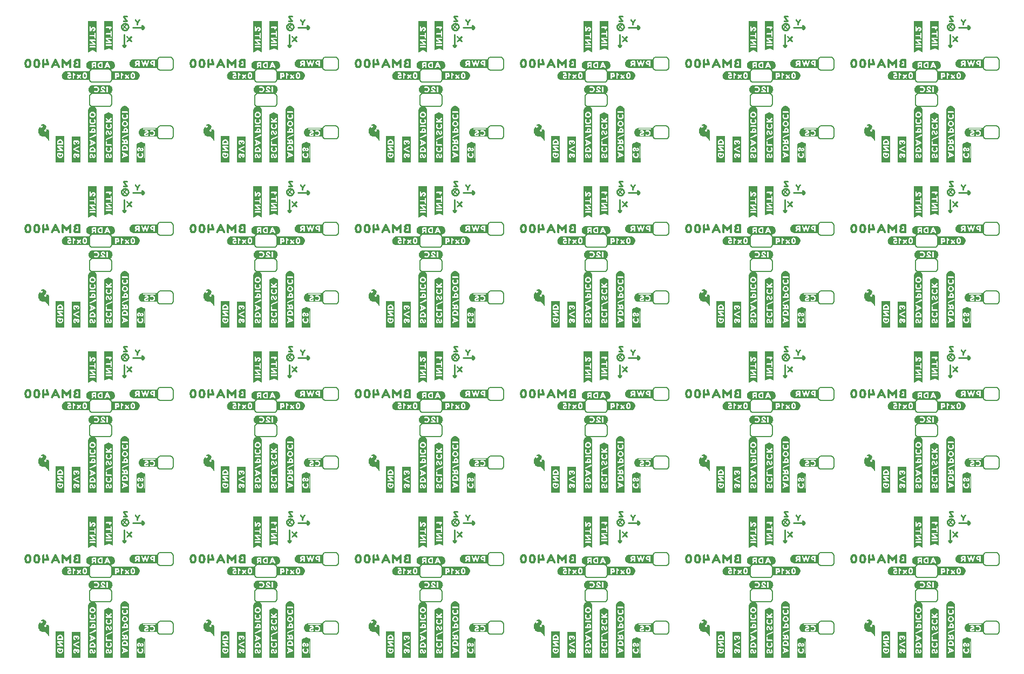
<source format=gbo>
G04 EAGLE Gerber RS-274X export*
G75*
%MOMM*%
%FSLAX34Y34*%
%LPD*%
%INSilkscreen Bottom*%
%IPPOS*%
%AMOC8*
5,1,8,0,0,1.08239X$1,22.5*%
G01*
%ADD10C,0.254000*%
%ADD11C,0.203200*%
%ADD12C,0.152400*%

G36*
X948861Y793307D02*
X948861Y793307D01*
X948875Y793305D01*
X949175Y793605D01*
X949177Y793617D01*
X949183Y793622D01*
X949178Y793629D01*
X949179Y793632D01*
X949189Y793640D01*
X949189Y875340D01*
X949186Y875344D01*
X949189Y875347D01*
X949089Y876047D01*
X949088Y876048D01*
X949089Y876048D01*
X948989Y876648D01*
X948889Y877347D01*
X948881Y877355D01*
X948884Y877362D01*
X948586Y877959D01*
X948387Y878556D01*
X948379Y878561D01*
X948381Y878567D01*
X947581Y879767D01*
X947574Y879770D01*
X947575Y879775D01*
X947075Y880275D01*
X947071Y880275D01*
X947071Y880278D01*
X946071Y881078D01*
X946063Y881079D01*
X946062Y881084D01*
X944862Y881684D01*
X944855Y881683D01*
X944854Y881687D01*
X944155Y881887D01*
X943556Y882087D01*
X943549Y882085D01*
X943547Y882089D01*
X942847Y882189D01*
X942844Y882187D01*
X942842Y882187D01*
X942840Y882189D01*
X942140Y882189D01*
X942137Y882187D01*
X942135Y882187D01*
X942133Y882189D01*
X941433Y882089D01*
X941432Y882088D01*
X941432Y882089D01*
X940832Y881989D01*
X940829Y881985D01*
X940826Y881987D01*
X940126Y881787D01*
X940125Y881786D01*
X940124Y881787D01*
X939524Y881587D01*
X939521Y881582D01*
X939518Y881584D01*
X938918Y881284D01*
X938916Y881280D01*
X938913Y881281D01*
X938313Y880881D01*
X938312Y880878D01*
X938309Y880878D01*
X937809Y880478D01*
X937808Y880474D01*
X937805Y880475D01*
X937305Y879975D01*
X937305Y879971D01*
X937302Y879971D01*
X936902Y879471D01*
X936901Y879467D01*
X936899Y879467D01*
X936499Y878867D01*
X936499Y878863D01*
X936496Y878862D01*
X935896Y877662D01*
X935897Y877655D01*
X935893Y877654D01*
X935869Y877571D01*
X935827Y877423D01*
X935813Y877374D01*
X935771Y877226D01*
X935728Y877078D01*
X935714Y877029D01*
X935693Y876954D01*
X935694Y876950D01*
X935691Y876948D01*
X935591Y876348D01*
X935592Y876347D01*
X935591Y876347D01*
X935491Y875647D01*
X935494Y875642D01*
X935491Y875640D01*
X935491Y793640D01*
X935504Y793623D01*
X935508Y793602D01*
X935510Y793603D01*
X935510Y793601D01*
X935910Y793301D01*
X935932Y793301D01*
X935940Y793291D01*
X948840Y793291D01*
X948861Y793307D01*
G37*
G36*
X430701Y534227D02*
X430701Y534227D01*
X430715Y534225D01*
X431015Y534525D01*
X431017Y534537D01*
X431023Y534542D01*
X431018Y534549D01*
X431019Y534552D01*
X431029Y534560D01*
X431029Y616260D01*
X431026Y616264D01*
X431029Y616267D01*
X430929Y616967D01*
X430928Y616968D01*
X430929Y616968D01*
X430829Y617568D01*
X430729Y618267D01*
X430721Y618275D01*
X430724Y618282D01*
X430426Y618879D01*
X430227Y619476D01*
X430219Y619481D01*
X430221Y619487D01*
X429421Y620687D01*
X429414Y620690D01*
X429415Y620695D01*
X428915Y621195D01*
X428911Y621195D01*
X428911Y621198D01*
X427911Y621998D01*
X427903Y621999D01*
X427902Y622004D01*
X426702Y622604D01*
X426695Y622603D01*
X426694Y622607D01*
X425995Y622807D01*
X425396Y623007D01*
X425389Y623005D01*
X425387Y623009D01*
X424687Y623109D01*
X424684Y623107D01*
X424682Y623107D01*
X424680Y623109D01*
X423980Y623109D01*
X423977Y623107D01*
X423975Y623107D01*
X423973Y623109D01*
X423273Y623009D01*
X423272Y623008D01*
X423272Y623009D01*
X422672Y622909D01*
X422669Y622905D01*
X422666Y622907D01*
X421966Y622707D01*
X421965Y622706D01*
X421964Y622707D01*
X421364Y622507D01*
X421361Y622502D01*
X421358Y622504D01*
X420758Y622204D01*
X420756Y622200D01*
X420753Y622201D01*
X420153Y621801D01*
X420152Y621798D01*
X420149Y621798D01*
X419649Y621398D01*
X419648Y621394D01*
X419645Y621395D01*
X419145Y620895D01*
X419145Y620891D01*
X419142Y620891D01*
X418742Y620391D01*
X418741Y620387D01*
X418739Y620387D01*
X418339Y619787D01*
X418339Y619783D01*
X418336Y619782D01*
X417736Y618582D01*
X417737Y618575D01*
X417733Y618574D01*
X417709Y618491D01*
X417667Y618343D01*
X417653Y618294D01*
X417611Y618146D01*
X417568Y617998D01*
X417554Y617949D01*
X417533Y617874D01*
X417534Y617870D01*
X417531Y617868D01*
X417431Y617268D01*
X417432Y617267D01*
X417431Y617267D01*
X417331Y616567D01*
X417334Y616562D01*
X417331Y616560D01*
X417331Y534560D01*
X417344Y534543D01*
X417348Y534522D01*
X417350Y534523D01*
X417350Y534521D01*
X417750Y534221D01*
X417772Y534221D01*
X417780Y534211D01*
X430680Y534211D01*
X430701Y534227D01*
G37*
G36*
X430701Y793307D02*
X430701Y793307D01*
X430715Y793305D01*
X431015Y793605D01*
X431017Y793617D01*
X431023Y793622D01*
X431018Y793629D01*
X431019Y793632D01*
X431029Y793640D01*
X431029Y875340D01*
X431026Y875344D01*
X431029Y875347D01*
X430929Y876047D01*
X430928Y876048D01*
X430929Y876048D01*
X430829Y876648D01*
X430729Y877347D01*
X430721Y877355D01*
X430724Y877362D01*
X430426Y877959D01*
X430227Y878556D01*
X430219Y878561D01*
X430221Y878567D01*
X429421Y879767D01*
X429414Y879770D01*
X429415Y879775D01*
X428915Y880275D01*
X428911Y880275D01*
X428911Y880278D01*
X427911Y881078D01*
X427903Y881079D01*
X427902Y881084D01*
X426702Y881684D01*
X426695Y881683D01*
X426694Y881687D01*
X425995Y881887D01*
X425396Y882087D01*
X425389Y882085D01*
X425387Y882089D01*
X424687Y882189D01*
X424684Y882187D01*
X424682Y882187D01*
X424680Y882189D01*
X423980Y882189D01*
X423977Y882187D01*
X423975Y882187D01*
X423973Y882189D01*
X423273Y882089D01*
X423272Y882088D01*
X423272Y882089D01*
X422672Y881989D01*
X422669Y881985D01*
X422666Y881987D01*
X421966Y881787D01*
X421965Y881786D01*
X421964Y881787D01*
X421364Y881587D01*
X421361Y881582D01*
X421358Y881584D01*
X420758Y881284D01*
X420756Y881280D01*
X420753Y881281D01*
X420153Y880881D01*
X420152Y880878D01*
X420149Y880878D01*
X419649Y880478D01*
X419648Y880474D01*
X419645Y880475D01*
X419145Y879975D01*
X419145Y879971D01*
X419142Y879971D01*
X418742Y879471D01*
X418741Y879467D01*
X418739Y879467D01*
X418339Y878867D01*
X418339Y878863D01*
X418336Y878862D01*
X417736Y877662D01*
X417737Y877655D01*
X417733Y877654D01*
X417709Y877571D01*
X417667Y877423D01*
X417653Y877374D01*
X417611Y877226D01*
X417568Y877078D01*
X417554Y877029D01*
X417533Y876954D01*
X417534Y876950D01*
X417531Y876948D01*
X417431Y876348D01*
X417432Y876347D01*
X417431Y876347D01*
X417331Y875647D01*
X417334Y875642D01*
X417331Y875640D01*
X417331Y793640D01*
X417344Y793623D01*
X417348Y793602D01*
X417350Y793603D01*
X417350Y793601D01*
X417750Y793301D01*
X417772Y793301D01*
X417780Y793291D01*
X430680Y793291D01*
X430701Y793307D01*
G37*
G36*
X1207941Y16067D02*
X1207941Y16067D01*
X1207955Y16065D01*
X1208255Y16365D01*
X1208257Y16377D01*
X1208263Y16382D01*
X1208258Y16389D01*
X1208259Y16392D01*
X1208269Y16400D01*
X1208269Y98100D01*
X1208266Y98104D01*
X1208269Y98107D01*
X1208169Y98807D01*
X1208168Y98808D01*
X1208169Y98808D01*
X1208069Y99408D01*
X1207969Y100107D01*
X1207961Y100115D01*
X1207964Y100122D01*
X1207666Y100719D01*
X1207467Y101316D01*
X1207459Y101321D01*
X1207461Y101327D01*
X1206661Y102527D01*
X1206654Y102530D01*
X1206655Y102535D01*
X1206155Y103035D01*
X1206151Y103035D01*
X1206151Y103038D01*
X1205151Y103838D01*
X1205143Y103839D01*
X1205142Y103844D01*
X1203942Y104444D01*
X1203935Y104443D01*
X1203934Y104447D01*
X1203235Y104647D01*
X1202636Y104847D01*
X1202629Y104845D01*
X1202627Y104849D01*
X1201927Y104949D01*
X1201924Y104947D01*
X1201922Y104947D01*
X1201920Y104949D01*
X1201220Y104949D01*
X1201217Y104947D01*
X1201215Y104947D01*
X1201213Y104949D01*
X1200513Y104849D01*
X1200512Y104848D01*
X1200512Y104849D01*
X1199912Y104749D01*
X1199909Y104745D01*
X1199906Y104747D01*
X1199206Y104547D01*
X1199205Y104546D01*
X1199204Y104547D01*
X1198604Y104347D01*
X1198601Y104342D01*
X1198598Y104344D01*
X1197998Y104044D01*
X1197996Y104040D01*
X1197993Y104041D01*
X1197393Y103641D01*
X1197392Y103638D01*
X1197389Y103638D01*
X1196889Y103238D01*
X1196888Y103234D01*
X1196885Y103235D01*
X1196385Y102735D01*
X1196385Y102731D01*
X1196382Y102731D01*
X1195982Y102231D01*
X1195981Y102227D01*
X1195979Y102227D01*
X1195579Y101627D01*
X1195579Y101623D01*
X1195576Y101622D01*
X1194976Y100422D01*
X1194977Y100415D01*
X1194973Y100414D01*
X1194949Y100331D01*
X1194907Y100183D01*
X1194893Y100134D01*
X1194851Y99986D01*
X1194808Y99838D01*
X1194794Y99789D01*
X1194773Y99714D01*
X1194774Y99710D01*
X1194771Y99708D01*
X1194671Y99108D01*
X1194672Y99107D01*
X1194671Y99107D01*
X1194571Y98407D01*
X1194574Y98402D01*
X1194571Y98400D01*
X1194571Y16400D01*
X1194584Y16383D01*
X1194588Y16362D01*
X1194590Y16363D01*
X1194590Y16361D01*
X1194990Y16061D01*
X1195012Y16061D01*
X1195020Y16051D01*
X1207920Y16051D01*
X1207941Y16067D01*
G37*
G36*
X1467021Y16067D02*
X1467021Y16067D01*
X1467035Y16065D01*
X1467335Y16365D01*
X1467337Y16377D01*
X1467343Y16382D01*
X1467338Y16389D01*
X1467339Y16392D01*
X1467349Y16400D01*
X1467349Y98100D01*
X1467346Y98104D01*
X1467349Y98107D01*
X1467249Y98807D01*
X1467248Y98808D01*
X1467249Y98808D01*
X1467149Y99408D01*
X1467049Y100107D01*
X1467041Y100115D01*
X1467044Y100122D01*
X1466746Y100719D01*
X1466547Y101316D01*
X1466539Y101321D01*
X1466541Y101327D01*
X1465741Y102527D01*
X1465734Y102530D01*
X1465735Y102535D01*
X1465235Y103035D01*
X1465231Y103035D01*
X1465231Y103038D01*
X1464231Y103838D01*
X1464223Y103839D01*
X1464222Y103844D01*
X1463022Y104444D01*
X1463015Y104443D01*
X1463014Y104447D01*
X1462315Y104647D01*
X1461716Y104847D01*
X1461709Y104845D01*
X1461707Y104849D01*
X1461007Y104949D01*
X1461004Y104947D01*
X1461002Y104947D01*
X1461000Y104949D01*
X1460300Y104949D01*
X1460297Y104947D01*
X1460295Y104947D01*
X1460293Y104949D01*
X1459593Y104849D01*
X1459592Y104848D01*
X1459592Y104849D01*
X1458992Y104749D01*
X1458989Y104745D01*
X1458986Y104747D01*
X1458286Y104547D01*
X1458285Y104546D01*
X1458284Y104547D01*
X1457684Y104347D01*
X1457681Y104342D01*
X1457678Y104344D01*
X1457078Y104044D01*
X1457076Y104040D01*
X1457073Y104041D01*
X1456473Y103641D01*
X1456472Y103638D01*
X1456469Y103638D01*
X1455969Y103238D01*
X1455968Y103234D01*
X1455965Y103235D01*
X1455465Y102735D01*
X1455465Y102731D01*
X1455462Y102731D01*
X1455062Y102231D01*
X1455061Y102227D01*
X1455059Y102227D01*
X1454659Y101627D01*
X1454659Y101623D01*
X1454656Y101622D01*
X1454056Y100422D01*
X1454057Y100415D01*
X1454053Y100414D01*
X1454029Y100331D01*
X1453987Y100183D01*
X1453973Y100134D01*
X1453931Y99986D01*
X1453888Y99838D01*
X1453874Y99789D01*
X1453853Y99714D01*
X1453854Y99710D01*
X1453851Y99708D01*
X1453751Y99108D01*
X1453752Y99107D01*
X1453751Y99107D01*
X1453651Y98407D01*
X1453654Y98402D01*
X1453651Y98400D01*
X1453651Y16400D01*
X1453664Y16383D01*
X1453668Y16362D01*
X1453670Y16363D01*
X1453670Y16361D01*
X1454070Y16061D01*
X1454092Y16061D01*
X1454100Y16051D01*
X1467000Y16051D01*
X1467021Y16067D01*
G37*
G36*
X689781Y16067D02*
X689781Y16067D01*
X689795Y16065D01*
X690095Y16365D01*
X690097Y16377D01*
X690103Y16382D01*
X690098Y16389D01*
X690099Y16392D01*
X690109Y16400D01*
X690109Y98100D01*
X690106Y98104D01*
X690109Y98107D01*
X690009Y98807D01*
X690008Y98808D01*
X690009Y98808D01*
X689909Y99408D01*
X689809Y100107D01*
X689801Y100115D01*
X689804Y100122D01*
X689506Y100719D01*
X689307Y101316D01*
X689299Y101321D01*
X689301Y101327D01*
X688501Y102527D01*
X688494Y102530D01*
X688495Y102535D01*
X687995Y103035D01*
X687991Y103035D01*
X687991Y103038D01*
X686991Y103838D01*
X686983Y103839D01*
X686982Y103844D01*
X685782Y104444D01*
X685775Y104443D01*
X685774Y104447D01*
X685075Y104647D01*
X684476Y104847D01*
X684469Y104845D01*
X684467Y104849D01*
X683767Y104949D01*
X683764Y104947D01*
X683762Y104947D01*
X683760Y104949D01*
X683060Y104949D01*
X683057Y104947D01*
X683055Y104947D01*
X683053Y104949D01*
X682353Y104849D01*
X682352Y104848D01*
X682352Y104849D01*
X681752Y104749D01*
X681749Y104745D01*
X681746Y104747D01*
X681046Y104547D01*
X681045Y104546D01*
X681044Y104547D01*
X680444Y104347D01*
X680441Y104342D01*
X680438Y104344D01*
X679838Y104044D01*
X679836Y104040D01*
X679833Y104041D01*
X679233Y103641D01*
X679232Y103638D01*
X679229Y103638D01*
X678729Y103238D01*
X678728Y103234D01*
X678725Y103235D01*
X678225Y102735D01*
X678225Y102731D01*
X678222Y102731D01*
X677822Y102231D01*
X677821Y102227D01*
X677819Y102227D01*
X677419Y101627D01*
X677419Y101623D01*
X677416Y101622D01*
X676816Y100422D01*
X676817Y100415D01*
X676813Y100414D01*
X676789Y100331D01*
X676747Y100183D01*
X676733Y100134D01*
X676691Y99986D01*
X676648Y99838D01*
X676634Y99789D01*
X676613Y99714D01*
X676614Y99710D01*
X676611Y99708D01*
X676511Y99108D01*
X676512Y99107D01*
X676511Y99107D01*
X676411Y98407D01*
X676414Y98402D01*
X676411Y98400D01*
X676411Y16400D01*
X676424Y16383D01*
X676428Y16362D01*
X676430Y16363D01*
X676430Y16361D01*
X676830Y16061D01*
X676852Y16061D01*
X676860Y16051D01*
X689760Y16051D01*
X689781Y16067D01*
G37*
G36*
X430701Y275147D02*
X430701Y275147D01*
X430715Y275145D01*
X431015Y275445D01*
X431017Y275457D01*
X431023Y275462D01*
X431018Y275469D01*
X431019Y275472D01*
X431029Y275480D01*
X431029Y357180D01*
X431026Y357184D01*
X431029Y357187D01*
X430929Y357887D01*
X430928Y357888D01*
X430929Y357888D01*
X430829Y358488D01*
X430729Y359187D01*
X430721Y359195D01*
X430724Y359202D01*
X430426Y359799D01*
X430227Y360396D01*
X430219Y360401D01*
X430221Y360407D01*
X429421Y361607D01*
X429414Y361610D01*
X429415Y361615D01*
X428915Y362115D01*
X428911Y362115D01*
X428911Y362118D01*
X427911Y362918D01*
X427903Y362919D01*
X427902Y362924D01*
X426702Y363524D01*
X426695Y363523D01*
X426694Y363527D01*
X425995Y363727D01*
X425396Y363927D01*
X425389Y363925D01*
X425387Y363929D01*
X424687Y364029D01*
X424684Y364027D01*
X424682Y364027D01*
X424680Y364029D01*
X423980Y364029D01*
X423977Y364027D01*
X423975Y364027D01*
X423973Y364029D01*
X423273Y363929D01*
X423272Y363928D01*
X423272Y363929D01*
X422672Y363829D01*
X422669Y363825D01*
X422666Y363827D01*
X421966Y363627D01*
X421965Y363626D01*
X421964Y363627D01*
X421364Y363427D01*
X421361Y363422D01*
X421358Y363424D01*
X420758Y363124D01*
X420756Y363120D01*
X420753Y363121D01*
X420153Y362721D01*
X420152Y362718D01*
X420149Y362718D01*
X419649Y362318D01*
X419648Y362314D01*
X419645Y362315D01*
X419145Y361815D01*
X419145Y361811D01*
X419142Y361811D01*
X418742Y361311D01*
X418741Y361307D01*
X418739Y361307D01*
X418339Y360707D01*
X418339Y360703D01*
X418336Y360702D01*
X417736Y359502D01*
X417737Y359495D01*
X417733Y359494D01*
X417709Y359411D01*
X417667Y359263D01*
X417653Y359214D01*
X417611Y359066D01*
X417568Y358918D01*
X417554Y358869D01*
X417533Y358794D01*
X417534Y358790D01*
X417531Y358788D01*
X417431Y358188D01*
X417432Y358187D01*
X417431Y358187D01*
X417331Y357487D01*
X417334Y357482D01*
X417331Y357480D01*
X417331Y275480D01*
X417344Y275463D01*
X417348Y275442D01*
X417350Y275443D01*
X417350Y275441D01*
X417750Y275141D01*
X417772Y275141D01*
X417780Y275131D01*
X430680Y275131D01*
X430701Y275147D01*
G37*
G36*
X948861Y16067D02*
X948861Y16067D01*
X948875Y16065D01*
X949175Y16365D01*
X949177Y16377D01*
X949183Y16382D01*
X949178Y16389D01*
X949179Y16392D01*
X949189Y16400D01*
X949189Y98100D01*
X949186Y98104D01*
X949189Y98107D01*
X949089Y98807D01*
X949088Y98808D01*
X949089Y98808D01*
X948989Y99408D01*
X948889Y100107D01*
X948881Y100115D01*
X948884Y100122D01*
X948586Y100719D01*
X948387Y101316D01*
X948379Y101321D01*
X948381Y101327D01*
X947581Y102527D01*
X947574Y102530D01*
X947575Y102535D01*
X947075Y103035D01*
X947071Y103035D01*
X947071Y103038D01*
X946071Y103838D01*
X946063Y103839D01*
X946062Y103844D01*
X944862Y104444D01*
X944855Y104443D01*
X944854Y104447D01*
X944155Y104647D01*
X943556Y104847D01*
X943549Y104845D01*
X943547Y104849D01*
X942847Y104949D01*
X942844Y104947D01*
X942842Y104947D01*
X942840Y104949D01*
X942140Y104949D01*
X942137Y104947D01*
X942135Y104947D01*
X942133Y104949D01*
X941433Y104849D01*
X941432Y104848D01*
X941432Y104849D01*
X940832Y104749D01*
X940829Y104745D01*
X940826Y104747D01*
X940126Y104547D01*
X940125Y104546D01*
X940124Y104547D01*
X939524Y104347D01*
X939521Y104342D01*
X939518Y104344D01*
X938918Y104044D01*
X938916Y104040D01*
X938913Y104041D01*
X938313Y103641D01*
X938312Y103638D01*
X938309Y103638D01*
X937809Y103238D01*
X937808Y103234D01*
X937805Y103235D01*
X937305Y102735D01*
X937305Y102731D01*
X937302Y102731D01*
X936902Y102231D01*
X936901Y102227D01*
X936899Y102227D01*
X936499Y101627D01*
X936499Y101623D01*
X936496Y101622D01*
X935896Y100422D01*
X935897Y100415D01*
X935893Y100414D01*
X935869Y100331D01*
X935827Y100183D01*
X935813Y100134D01*
X935771Y99986D01*
X935728Y99838D01*
X935714Y99789D01*
X935693Y99714D01*
X935694Y99710D01*
X935691Y99708D01*
X935591Y99108D01*
X935592Y99107D01*
X935591Y99107D01*
X935491Y98407D01*
X935494Y98402D01*
X935491Y98400D01*
X935491Y16400D01*
X935504Y16383D01*
X935508Y16362D01*
X935510Y16363D01*
X935510Y16361D01*
X935910Y16061D01*
X935932Y16061D01*
X935940Y16051D01*
X948840Y16051D01*
X948861Y16067D01*
G37*
G36*
X1207941Y793307D02*
X1207941Y793307D01*
X1207955Y793305D01*
X1208255Y793605D01*
X1208257Y793617D01*
X1208263Y793622D01*
X1208258Y793629D01*
X1208259Y793632D01*
X1208269Y793640D01*
X1208269Y875340D01*
X1208266Y875344D01*
X1208269Y875347D01*
X1208169Y876047D01*
X1208168Y876048D01*
X1208169Y876048D01*
X1208069Y876648D01*
X1207969Y877347D01*
X1207961Y877355D01*
X1207964Y877362D01*
X1207666Y877959D01*
X1207467Y878556D01*
X1207459Y878561D01*
X1207461Y878567D01*
X1206661Y879767D01*
X1206654Y879770D01*
X1206655Y879775D01*
X1206155Y880275D01*
X1206151Y880275D01*
X1206151Y880278D01*
X1205151Y881078D01*
X1205143Y881079D01*
X1205142Y881084D01*
X1203942Y881684D01*
X1203935Y881683D01*
X1203934Y881687D01*
X1203235Y881887D01*
X1202636Y882087D01*
X1202629Y882085D01*
X1202627Y882089D01*
X1201927Y882189D01*
X1201924Y882187D01*
X1201922Y882187D01*
X1201920Y882189D01*
X1201220Y882189D01*
X1201217Y882187D01*
X1201215Y882187D01*
X1201213Y882189D01*
X1200513Y882089D01*
X1200512Y882088D01*
X1200512Y882089D01*
X1199912Y881989D01*
X1199909Y881985D01*
X1199906Y881987D01*
X1199206Y881787D01*
X1199205Y881786D01*
X1199204Y881787D01*
X1198604Y881587D01*
X1198601Y881582D01*
X1198598Y881584D01*
X1197998Y881284D01*
X1197996Y881280D01*
X1197993Y881281D01*
X1197393Y880881D01*
X1197392Y880878D01*
X1197389Y880878D01*
X1196889Y880478D01*
X1196888Y880474D01*
X1196885Y880475D01*
X1196385Y879975D01*
X1196385Y879971D01*
X1196382Y879971D01*
X1195982Y879471D01*
X1195981Y879467D01*
X1195979Y879467D01*
X1195579Y878867D01*
X1195579Y878863D01*
X1195576Y878862D01*
X1194976Y877662D01*
X1194977Y877655D01*
X1194973Y877654D01*
X1194949Y877571D01*
X1194907Y877423D01*
X1194893Y877374D01*
X1194851Y877226D01*
X1194808Y877078D01*
X1194794Y877029D01*
X1194773Y876954D01*
X1194774Y876950D01*
X1194771Y876948D01*
X1194671Y876348D01*
X1194672Y876347D01*
X1194671Y876347D01*
X1194571Y875647D01*
X1194574Y875642D01*
X1194571Y875640D01*
X1194571Y793640D01*
X1194584Y793623D01*
X1194588Y793602D01*
X1194590Y793603D01*
X1194590Y793601D01*
X1194990Y793301D01*
X1195012Y793301D01*
X1195020Y793291D01*
X1207920Y793291D01*
X1207941Y793307D01*
G37*
G36*
X171621Y793307D02*
X171621Y793307D01*
X171635Y793305D01*
X171935Y793605D01*
X171937Y793617D01*
X171943Y793622D01*
X171938Y793629D01*
X171939Y793632D01*
X171949Y793640D01*
X171949Y875340D01*
X171946Y875344D01*
X171949Y875347D01*
X171849Y876047D01*
X171848Y876048D01*
X171849Y876048D01*
X171749Y876648D01*
X171649Y877347D01*
X171641Y877355D01*
X171644Y877362D01*
X171346Y877959D01*
X171147Y878556D01*
X171139Y878561D01*
X171141Y878567D01*
X170341Y879767D01*
X170334Y879770D01*
X170335Y879775D01*
X169835Y880275D01*
X169831Y880275D01*
X169831Y880278D01*
X168831Y881078D01*
X168823Y881079D01*
X168822Y881084D01*
X167622Y881684D01*
X167615Y881683D01*
X167614Y881687D01*
X166915Y881887D01*
X166316Y882087D01*
X166309Y882085D01*
X166307Y882089D01*
X165607Y882189D01*
X165604Y882187D01*
X165602Y882187D01*
X165600Y882189D01*
X164900Y882189D01*
X164897Y882187D01*
X164895Y882187D01*
X164893Y882189D01*
X164193Y882089D01*
X164192Y882088D01*
X164192Y882089D01*
X163592Y881989D01*
X163589Y881985D01*
X163586Y881987D01*
X162886Y881787D01*
X162885Y881786D01*
X162884Y881787D01*
X162284Y881587D01*
X162281Y881582D01*
X162278Y881584D01*
X161678Y881284D01*
X161676Y881280D01*
X161673Y881281D01*
X161073Y880881D01*
X161072Y880878D01*
X161069Y880878D01*
X160569Y880478D01*
X160568Y880474D01*
X160565Y880475D01*
X160065Y879975D01*
X160065Y879971D01*
X160062Y879971D01*
X159662Y879471D01*
X159661Y879467D01*
X159659Y879467D01*
X159259Y878867D01*
X159259Y878863D01*
X159256Y878862D01*
X158656Y877662D01*
X158657Y877655D01*
X158653Y877654D01*
X158629Y877571D01*
X158587Y877423D01*
X158573Y877374D01*
X158531Y877226D01*
X158488Y877078D01*
X158474Y877029D01*
X158453Y876954D01*
X158454Y876950D01*
X158451Y876948D01*
X158351Y876348D01*
X158352Y876347D01*
X158351Y876347D01*
X158251Y875647D01*
X158254Y875642D01*
X158251Y875640D01*
X158251Y793640D01*
X158264Y793623D01*
X158268Y793602D01*
X158270Y793603D01*
X158270Y793601D01*
X158670Y793301D01*
X158692Y793301D01*
X158700Y793291D01*
X171600Y793291D01*
X171621Y793307D01*
G37*
G36*
X689781Y275147D02*
X689781Y275147D01*
X689795Y275145D01*
X690095Y275445D01*
X690097Y275457D01*
X690103Y275462D01*
X690098Y275469D01*
X690099Y275472D01*
X690109Y275480D01*
X690109Y357180D01*
X690106Y357184D01*
X690109Y357187D01*
X690009Y357887D01*
X690008Y357888D01*
X690009Y357888D01*
X689909Y358488D01*
X689809Y359187D01*
X689801Y359195D01*
X689804Y359202D01*
X689506Y359799D01*
X689307Y360396D01*
X689299Y360401D01*
X689301Y360407D01*
X688501Y361607D01*
X688494Y361610D01*
X688495Y361615D01*
X687995Y362115D01*
X687991Y362115D01*
X687991Y362118D01*
X686991Y362918D01*
X686983Y362919D01*
X686982Y362924D01*
X685782Y363524D01*
X685775Y363523D01*
X685774Y363527D01*
X685075Y363727D01*
X684476Y363927D01*
X684469Y363925D01*
X684467Y363929D01*
X683767Y364029D01*
X683764Y364027D01*
X683762Y364027D01*
X683760Y364029D01*
X683060Y364029D01*
X683057Y364027D01*
X683055Y364027D01*
X683053Y364029D01*
X682353Y363929D01*
X682352Y363928D01*
X682352Y363929D01*
X681752Y363829D01*
X681749Y363825D01*
X681746Y363827D01*
X681046Y363627D01*
X681045Y363626D01*
X681044Y363627D01*
X680444Y363427D01*
X680441Y363422D01*
X680438Y363424D01*
X679838Y363124D01*
X679836Y363120D01*
X679833Y363121D01*
X679233Y362721D01*
X679232Y362718D01*
X679229Y362718D01*
X678729Y362318D01*
X678728Y362314D01*
X678725Y362315D01*
X678225Y361815D01*
X678225Y361811D01*
X678222Y361811D01*
X677822Y361311D01*
X677821Y361307D01*
X677819Y361307D01*
X677419Y360707D01*
X677419Y360703D01*
X677416Y360702D01*
X676816Y359502D01*
X676817Y359495D01*
X676813Y359494D01*
X676789Y359411D01*
X676747Y359263D01*
X676733Y359214D01*
X676691Y359066D01*
X676648Y358918D01*
X676634Y358869D01*
X676613Y358794D01*
X676614Y358790D01*
X676611Y358788D01*
X676511Y358188D01*
X676512Y358187D01*
X676511Y358187D01*
X676411Y357487D01*
X676414Y357482D01*
X676411Y357480D01*
X676411Y275480D01*
X676424Y275463D01*
X676428Y275442D01*
X676430Y275443D01*
X676430Y275441D01*
X676830Y275141D01*
X676852Y275141D01*
X676860Y275131D01*
X689760Y275131D01*
X689781Y275147D01*
G37*
G36*
X1207941Y275147D02*
X1207941Y275147D01*
X1207955Y275145D01*
X1208255Y275445D01*
X1208257Y275457D01*
X1208263Y275462D01*
X1208258Y275469D01*
X1208259Y275472D01*
X1208269Y275480D01*
X1208269Y357180D01*
X1208266Y357184D01*
X1208269Y357187D01*
X1208169Y357887D01*
X1208168Y357888D01*
X1208169Y357888D01*
X1208069Y358488D01*
X1207969Y359187D01*
X1207961Y359195D01*
X1207964Y359202D01*
X1207666Y359799D01*
X1207467Y360396D01*
X1207459Y360401D01*
X1207461Y360407D01*
X1206661Y361607D01*
X1206654Y361610D01*
X1206655Y361615D01*
X1206155Y362115D01*
X1206151Y362115D01*
X1206151Y362118D01*
X1205151Y362918D01*
X1205143Y362919D01*
X1205142Y362924D01*
X1203942Y363524D01*
X1203935Y363523D01*
X1203934Y363527D01*
X1203235Y363727D01*
X1202636Y363927D01*
X1202629Y363925D01*
X1202627Y363929D01*
X1201927Y364029D01*
X1201924Y364027D01*
X1201922Y364027D01*
X1201920Y364029D01*
X1201220Y364029D01*
X1201217Y364027D01*
X1201215Y364027D01*
X1201213Y364029D01*
X1200513Y363929D01*
X1200512Y363928D01*
X1200512Y363929D01*
X1199912Y363829D01*
X1199909Y363825D01*
X1199906Y363827D01*
X1199206Y363627D01*
X1199205Y363626D01*
X1199204Y363627D01*
X1198604Y363427D01*
X1198601Y363422D01*
X1198598Y363424D01*
X1197998Y363124D01*
X1197996Y363120D01*
X1197993Y363121D01*
X1197393Y362721D01*
X1197392Y362718D01*
X1197389Y362718D01*
X1196889Y362318D01*
X1196888Y362314D01*
X1196885Y362315D01*
X1196385Y361815D01*
X1196385Y361811D01*
X1196382Y361811D01*
X1195982Y361311D01*
X1195981Y361307D01*
X1195979Y361307D01*
X1195579Y360707D01*
X1195579Y360703D01*
X1195576Y360702D01*
X1194976Y359502D01*
X1194977Y359495D01*
X1194973Y359494D01*
X1194949Y359411D01*
X1194907Y359263D01*
X1194893Y359214D01*
X1194851Y359066D01*
X1194808Y358918D01*
X1194794Y358869D01*
X1194773Y358794D01*
X1194774Y358790D01*
X1194771Y358788D01*
X1194671Y358188D01*
X1194672Y358187D01*
X1194671Y358187D01*
X1194571Y357487D01*
X1194574Y357482D01*
X1194571Y357480D01*
X1194571Y275480D01*
X1194584Y275463D01*
X1194588Y275442D01*
X1194590Y275443D01*
X1194590Y275441D01*
X1194990Y275141D01*
X1195012Y275141D01*
X1195020Y275131D01*
X1207920Y275131D01*
X1207941Y275147D01*
G37*
G36*
X689781Y793307D02*
X689781Y793307D01*
X689795Y793305D01*
X690095Y793605D01*
X690097Y793617D01*
X690103Y793622D01*
X690098Y793629D01*
X690099Y793632D01*
X690109Y793640D01*
X690109Y875340D01*
X690106Y875344D01*
X690109Y875347D01*
X690009Y876047D01*
X690008Y876048D01*
X690009Y876048D01*
X689909Y876648D01*
X689809Y877347D01*
X689801Y877355D01*
X689804Y877362D01*
X689506Y877959D01*
X689307Y878556D01*
X689299Y878561D01*
X689301Y878567D01*
X688501Y879767D01*
X688494Y879770D01*
X688495Y879775D01*
X687995Y880275D01*
X687991Y880275D01*
X687991Y880278D01*
X686991Y881078D01*
X686983Y881079D01*
X686982Y881084D01*
X685782Y881684D01*
X685775Y881683D01*
X685774Y881687D01*
X685075Y881887D01*
X684476Y882087D01*
X684469Y882085D01*
X684467Y882089D01*
X683767Y882189D01*
X683764Y882187D01*
X683762Y882187D01*
X683760Y882189D01*
X683060Y882189D01*
X683057Y882187D01*
X683055Y882187D01*
X683053Y882189D01*
X682353Y882089D01*
X682352Y882088D01*
X682352Y882089D01*
X681752Y881989D01*
X681749Y881985D01*
X681746Y881987D01*
X681046Y881787D01*
X681045Y881786D01*
X681044Y881787D01*
X680444Y881587D01*
X680441Y881582D01*
X680438Y881584D01*
X679838Y881284D01*
X679836Y881280D01*
X679833Y881281D01*
X679233Y880881D01*
X679232Y880878D01*
X679229Y880878D01*
X678729Y880478D01*
X678728Y880474D01*
X678725Y880475D01*
X678225Y879975D01*
X678225Y879971D01*
X678222Y879971D01*
X677822Y879471D01*
X677821Y879467D01*
X677819Y879467D01*
X677419Y878867D01*
X677419Y878863D01*
X677416Y878862D01*
X676816Y877662D01*
X676817Y877655D01*
X676813Y877654D01*
X676789Y877571D01*
X676747Y877423D01*
X676733Y877374D01*
X676691Y877226D01*
X676648Y877078D01*
X676634Y877029D01*
X676613Y876954D01*
X676614Y876950D01*
X676611Y876948D01*
X676511Y876348D01*
X676512Y876347D01*
X676511Y876347D01*
X676411Y875647D01*
X676414Y875642D01*
X676411Y875640D01*
X676411Y793640D01*
X676424Y793623D01*
X676428Y793602D01*
X676430Y793603D01*
X676430Y793601D01*
X676830Y793301D01*
X676852Y793301D01*
X676860Y793291D01*
X689760Y793291D01*
X689781Y793307D01*
G37*
G36*
X948861Y275147D02*
X948861Y275147D01*
X948875Y275145D01*
X949175Y275445D01*
X949177Y275457D01*
X949183Y275462D01*
X949178Y275469D01*
X949179Y275472D01*
X949189Y275480D01*
X949189Y357180D01*
X949186Y357184D01*
X949189Y357187D01*
X949089Y357887D01*
X949088Y357888D01*
X949089Y357888D01*
X948989Y358488D01*
X948889Y359187D01*
X948881Y359195D01*
X948884Y359202D01*
X948586Y359799D01*
X948387Y360396D01*
X948379Y360401D01*
X948381Y360407D01*
X947581Y361607D01*
X947574Y361610D01*
X947575Y361615D01*
X947075Y362115D01*
X947071Y362115D01*
X947071Y362118D01*
X946071Y362918D01*
X946063Y362919D01*
X946062Y362924D01*
X944862Y363524D01*
X944855Y363523D01*
X944854Y363527D01*
X944155Y363727D01*
X943556Y363927D01*
X943549Y363925D01*
X943547Y363929D01*
X942847Y364029D01*
X942844Y364027D01*
X942842Y364027D01*
X942840Y364029D01*
X942140Y364029D01*
X942137Y364027D01*
X942135Y364027D01*
X942133Y364029D01*
X941433Y363929D01*
X941432Y363928D01*
X941432Y363929D01*
X940832Y363829D01*
X940829Y363825D01*
X940826Y363827D01*
X940126Y363627D01*
X940125Y363626D01*
X940124Y363627D01*
X939524Y363427D01*
X939521Y363422D01*
X939518Y363424D01*
X938918Y363124D01*
X938916Y363120D01*
X938913Y363121D01*
X938313Y362721D01*
X938312Y362718D01*
X938309Y362718D01*
X937809Y362318D01*
X937808Y362314D01*
X937805Y362315D01*
X937305Y361815D01*
X937305Y361811D01*
X937302Y361811D01*
X936902Y361311D01*
X936901Y361307D01*
X936899Y361307D01*
X936499Y360707D01*
X936499Y360703D01*
X936496Y360702D01*
X935896Y359502D01*
X935897Y359495D01*
X935893Y359494D01*
X935869Y359411D01*
X935827Y359263D01*
X935813Y359214D01*
X935771Y359066D01*
X935728Y358918D01*
X935714Y358869D01*
X935693Y358794D01*
X935694Y358790D01*
X935691Y358788D01*
X935591Y358188D01*
X935592Y358187D01*
X935591Y358187D01*
X935491Y357487D01*
X935494Y357482D01*
X935491Y357480D01*
X935491Y275480D01*
X935504Y275463D01*
X935508Y275442D01*
X935510Y275443D01*
X935510Y275441D01*
X935910Y275141D01*
X935932Y275141D01*
X935940Y275131D01*
X948840Y275131D01*
X948861Y275147D01*
G37*
G36*
X171621Y275147D02*
X171621Y275147D01*
X171635Y275145D01*
X171935Y275445D01*
X171937Y275457D01*
X171943Y275462D01*
X171938Y275469D01*
X171939Y275472D01*
X171949Y275480D01*
X171949Y357180D01*
X171946Y357184D01*
X171949Y357187D01*
X171849Y357887D01*
X171848Y357888D01*
X171849Y357888D01*
X171749Y358488D01*
X171649Y359187D01*
X171641Y359195D01*
X171644Y359202D01*
X171346Y359799D01*
X171147Y360396D01*
X171139Y360401D01*
X171141Y360407D01*
X170341Y361607D01*
X170334Y361610D01*
X170335Y361615D01*
X169835Y362115D01*
X169831Y362115D01*
X169831Y362118D01*
X168831Y362918D01*
X168823Y362919D01*
X168822Y362924D01*
X167622Y363524D01*
X167615Y363523D01*
X167614Y363527D01*
X166915Y363727D01*
X166316Y363927D01*
X166309Y363925D01*
X166307Y363929D01*
X165607Y364029D01*
X165604Y364027D01*
X165602Y364027D01*
X165600Y364029D01*
X164900Y364029D01*
X164897Y364027D01*
X164895Y364027D01*
X164893Y364029D01*
X164193Y363929D01*
X164192Y363928D01*
X164192Y363929D01*
X163592Y363829D01*
X163589Y363825D01*
X163586Y363827D01*
X162886Y363627D01*
X162885Y363626D01*
X162884Y363627D01*
X162284Y363427D01*
X162281Y363422D01*
X162278Y363424D01*
X161678Y363124D01*
X161676Y363120D01*
X161673Y363121D01*
X161073Y362721D01*
X161072Y362718D01*
X161069Y362718D01*
X160569Y362318D01*
X160568Y362314D01*
X160565Y362315D01*
X160065Y361815D01*
X160065Y361811D01*
X160062Y361811D01*
X159662Y361311D01*
X159661Y361307D01*
X159659Y361307D01*
X159259Y360707D01*
X159259Y360703D01*
X159256Y360702D01*
X158656Y359502D01*
X158657Y359495D01*
X158653Y359494D01*
X158629Y359411D01*
X158587Y359263D01*
X158573Y359214D01*
X158531Y359066D01*
X158488Y358918D01*
X158474Y358869D01*
X158453Y358794D01*
X158454Y358790D01*
X158451Y358788D01*
X158351Y358188D01*
X158352Y358187D01*
X158351Y358187D01*
X158251Y357487D01*
X158254Y357482D01*
X158251Y357480D01*
X158251Y275480D01*
X158264Y275463D01*
X158268Y275442D01*
X158270Y275443D01*
X158270Y275441D01*
X158670Y275141D01*
X158692Y275141D01*
X158700Y275131D01*
X171600Y275131D01*
X171621Y275147D01*
G37*
G36*
X1467021Y275147D02*
X1467021Y275147D01*
X1467035Y275145D01*
X1467335Y275445D01*
X1467337Y275457D01*
X1467343Y275462D01*
X1467338Y275469D01*
X1467339Y275472D01*
X1467349Y275480D01*
X1467349Y357180D01*
X1467346Y357184D01*
X1467349Y357187D01*
X1467249Y357887D01*
X1467248Y357888D01*
X1467249Y357888D01*
X1467149Y358488D01*
X1467049Y359187D01*
X1467041Y359195D01*
X1467044Y359202D01*
X1466746Y359799D01*
X1466547Y360396D01*
X1466539Y360401D01*
X1466541Y360407D01*
X1465741Y361607D01*
X1465734Y361610D01*
X1465735Y361615D01*
X1465235Y362115D01*
X1465231Y362115D01*
X1465231Y362118D01*
X1464231Y362918D01*
X1464223Y362919D01*
X1464222Y362924D01*
X1463022Y363524D01*
X1463015Y363523D01*
X1463014Y363527D01*
X1462315Y363727D01*
X1461716Y363927D01*
X1461709Y363925D01*
X1461707Y363929D01*
X1461007Y364029D01*
X1461004Y364027D01*
X1461002Y364027D01*
X1461000Y364029D01*
X1460300Y364029D01*
X1460297Y364027D01*
X1460295Y364027D01*
X1460293Y364029D01*
X1459593Y363929D01*
X1459592Y363928D01*
X1459592Y363929D01*
X1458992Y363829D01*
X1458989Y363825D01*
X1458986Y363827D01*
X1458286Y363627D01*
X1458285Y363626D01*
X1458284Y363627D01*
X1457684Y363427D01*
X1457681Y363422D01*
X1457678Y363424D01*
X1457078Y363124D01*
X1457076Y363120D01*
X1457073Y363121D01*
X1456473Y362721D01*
X1456472Y362718D01*
X1456469Y362718D01*
X1455969Y362318D01*
X1455968Y362314D01*
X1455965Y362315D01*
X1455465Y361815D01*
X1455465Y361811D01*
X1455462Y361811D01*
X1455062Y361311D01*
X1455061Y361307D01*
X1455059Y361307D01*
X1454659Y360707D01*
X1454659Y360703D01*
X1454656Y360702D01*
X1454056Y359502D01*
X1454057Y359495D01*
X1454053Y359494D01*
X1454029Y359411D01*
X1453987Y359263D01*
X1453973Y359214D01*
X1453931Y359066D01*
X1453888Y358918D01*
X1453874Y358869D01*
X1453853Y358794D01*
X1453854Y358790D01*
X1453851Y358788D01*
X1453751Y358188D01*
X1453752Y358187D01*
X1453751Y358187D01*
X1453651Y357487D01*
X1453654Y357482D01*
X1453651Y357480D01*
X1453651Y275480D01*
X1453664Y275463D01*
X1453668Y275442D01*
X1453670Y275443D01*
X1453670Y275441D01*
X1454070Y275141D01*
X1454092Y275141D01*
X1454100Y275131D01*
X1467000Y275131D01*
X1467021Y275147D01*
G37*
G36*
X1467021Y793307D02*
X1467021Y793307D01*
X1467035Y793305D01*
X1467335Y793605D01*
X1467337Y793617D01*
X1467343Y793622D01*
X1467338Y793629D01*
X1467339Y793632D01*
X1467349Y793640D01*
X1467349Y875340D01*
X1467346Y875344D01*
X1467349Y875347D01*
X1467249Y876047D01*
X1467248Y876048D01*
X1467249Y876048D01*
X1467149Y876648D01*
X1467049Y877347D01*
X1467041Y877355D01*
X1467044Y877362D01*
X1466746Y877959D01*
X1466547Y878556D01*
X1466539Y878561D01*
X1466541Y878567D01*
X1465741Y879767D01*
X1465734Y879770D01*
X1465735Y879775D01*
X1465235Y880275D01*
X1465231Y880275D01*
X1465231Y880278D01*
X1464231Y881078D01*
X1464223Y881079D01*
X1464222Y881084D01*
X1463022Y881684D01*
X1463015Y881683D01*
X1463014Y881687D01*
X1462315Y881887D01*
X1461716Y882087D01*
X1461709Y882085D01*
X1461707Y882089D01*
X1461007Y882189D01*
X1461004Y882187D01*
X1461002Y882187D01*
X1461000Y882189D01*
X1460300Y882189D01*
X1460297Y882187D01*
X1460295Y882187D01*
X1460293Y882189D01*
X1459593Y882089D01*
X1459592Y882088D01*
X1459592Y882089D01*
X1458992Y881989D01*
X1458989Y881985D01*
X1458986Y881987D01*
X1458286Y881787D01*
X1458285Y881786D01*
X1458284Y881787D01*
X1457684Y881587D01*
X1457681Y881582D01*
X1457678Y881584D01*
X1457078Y881284D01*
X1457076Y881280D01*
X1457073Y881281D01*
X1456473Y880881D01*
X1456472Y880878D01*
X1456469Y880878D01*
X1455969Y880478D01*
X1455968Y880474D01*
X1455965Y880475D01*
X1455465Y879975D01*
X1455465Y879971D01*
X1455462Y879971D01*
X1455062Y879471D01*
X1455061Y879467D01*
X1455059Y879467D01*
X1454659Y878867D01*
X1454659Y878863D01*
X1454656Y878862D01*
X1454056Y877662D01*
X1454057Y877655D01*
X1454053Y877654D01*
X1454029Y877571D01*
X1453987Y877423D01*
X1453973Y877374D01*
X1453931Y877226D01*
X1453888Y877078D01*
X1453874Y877029D01*
X1453853Y876954D01*
X1453854Y876950D01*
X1453851Y876948D01*
X1453751Y876348D01*
X1453752Y876347D01*
X1453751Y876347D01*
X1453651Y875647D01*
X1453654Y875642D01*
X1453651Y875640D01*
X1453651Y793640D01*
X1453664Y793623D01*
X1453668Y793602D01*
X1453670Y793603D01*
X1453670Y793601D01*
X1454070Y793301D01*
X1454092Y793301D01*
X1454100Y793291D01*
X1467000Y793291D01*
X1467021Y793307D01*
G37*
G36*
X171621Y16067D02*
X171621Y16067D01*
X171635Y16065D01*
X171935Y16365D01*
X171937Y16377D01*
X171943Y16382D01*
X171938Y16389D01*
X171939Y16392D01*
X171949Y16400D01*
X171949Y98100D01*
X171946Y98104D01*
X171949Y98107D01*
X171849Y98807D01*
X171848Y98808D01*
X171849Y98808D01*
X171749Y99408D01*
X171649Y100107D01*
X171641Y100115D01*
X171644Y100122D01*
X171346Y100719D01*
X171147Y101316D01*
X171139Y101321D01*
X171141Y101327D01*
X170341Y102527D01*
X170334Y102530D01*
X170335Y102535D01*
X169835Y103035D01*
X169831Y103035D01*
X169831Y103038D01*
X168831Y103838D01*
X168823Y103839D01*
X168822Y103844D01*
X167622Y104444D01*
X167615Y104443D01*
X167614Y104447D01*
X166915Y104647D01*
X166316Y104847D01*
X166309Y104845D01*
X166307Y104849D01*
X165607Y104949D01*
X165604Y104947D01*
X165602Y104947D01*
X165600Y104949D01*
X164900Y104949D01*
X164897Y104947D01*
X164895Y104947D01*
X164893Y104949D01*
X164193Y104849D01*
X164192Y104848D01*
X164192Y104849D01*
X163592Y104749D01*
X163589Y104745D01*
X163586Y104747D01*
X162886Y104547D01*
X162885Y104546D01*
X162884Y104547D01*
X162284Y104347D01*
X162281Y104342D01*
X162278Y104344D01*
X161678Y104044D01*
X161676Y104040D01*
X161673Y104041D01*
X161073Y103641D01*
X161072Y103638D01*
X161069Y103638D01*
X160569Y103238D01*
X160568Y103234D01*
X160565Y103235D01*
X160065Y102735D01*
X160065Y102731D01*
X160062Y102731D01*
X159662Y102231D01*
X159661Y102227D01*
X159659Y102227D01*
X159259Y101627D01*
X159259Y101623D01*
X159256Y101622D01*
X158656Y100422D01*
X158657Y100415D01*
X158653Y100414D01*
X158629Y100331D01*
X158587Y100183D01*
X158573Y100134D01*
X158531Y99986D01*
X158488Y99838D01*
X158474Y99789D01*
X158453Y99714D01*
X158454Y99710D01*
X158451Y99708D01*
X158351Y99108D01*
X158352Y99107D01*
X158351Y99107D01*
X158251Y98407D01*
X158254Y98402D01*
X158251Y98400D01*
X158251Y16400D01*
X158264Y16383D01*
X158268Y16362D01*
X158270Y16363D01*
X158270Y16361D01*
X158670Y16061D01*
X158692Y16061D01*
X158700Y16051D01*
X171600Y16051D01*
X171621Y16067D01*
G37*
G36*
X430701Y16067D02*
X430701Y16067D01*
X430715Y16065D01*
X431015Y16365D01*
X431017Y16377D01*
X431023Y16382D01*
X431018Y16389D01*
X431019Y16392D01*
X431029Y16400D01*
X431029Y98100D01*
X431026Y98104D01*
X431029Y98107D01*
X430929Y98807D01*
X430928Y98808D01*
X430929Y98808D01*
X430829Y99408D01*
X430729Y100107D01*
X430721Y100115D01*
X430724Y100122D01*
X430426Y100719D01*
X430227Y101316D01*
X430219Y101321D01*
X430221Y101327D01*
X429421Y102527D01*
X429414Y102530D01*
X429415Y102535D01*
X428915Y103035D01*
X428911Y103035D01*
X428911Y103038D01*
X427911Y103838D01*
X427903Y103839D01*
X427902Y103844D01*
X426702Y104444D01*
X426695Y104443D01*
X426694Y104447D01*
X425995Y104647D01*
X425396Y104847D01*
X425389Y104845D01*
X425387Y104849D01*
X424687Y104949D01*
X424684Y104947D01*
X424682Y104947D01*
X424680Y104949D01*
X423980Y104949D01*
X423977Y104947D01*
X423975Y104947D01*
X423973Y104949D01*
X423273Y104849D01*
X423272Y104848D01*
X423272Y104849D01*
X422672Y104749D01*
X422669Y104745D01*
X422666Y104747D01*
X421966Y104547D01*
X421965Y104546D01*
X421964Y104547D01*
X421364Y104347D01*
X421361Y104342D01*
X421358Y104344D01*
X420758Y104044D01*
X420756Y104040D01*
X420753Y104041D01*
X420153Y103641D01*
X420152Y103638D01*
X420149Y103638D01*
X419649Y103238D01*
X419648Y103234D01*
X419645Y103235D01*
X419145Y102735D01*
X419145Y102731D01*
X419142Y102731D01*
X418742Y102231D01*
X418741Y102227D01*
X418739Y102227D01*
X418339Y101627D01*
X418339Y101623D01*
X418336Y101622D01*
X417736Y100422D01*
X417737Y100415D01*
X417733Y100414D01*
X417709Y100331D01*
X417667Y100183D01*
X417653Y100134D01*
X417611Y99986D01*
X417568Y99838D01*
X417554Y99789D01*
X417533Y99714D01*
X417534Y99710D01*
X417531Y99708D01*
X417431Y99108D01*
X417432Y99107D01*
X417431Y99107D01*
X417331Y98407D01*
X417334Y98402D01*
X417331Y98400D01*
X417331Y16400D01*
X417344Y16383D01*
X417348Y16362D01*
X417350Y16363D01*
X417350Y16361D01*
X417750Y16061D01*
X417772Y16061D01*
X417780Y16051D01*
X430680Y16051D01*
X430701Y16067D01*
G37*
G36*
X689781Y534227D02*
X689781Y534227D01*
X689795Y534225D01*
X690095Y534525D01*
X690097Y534537D01*
X690103Y534542D01*
X690098Y534549D01*
X690099Y534552D01*
X690109Y534560D01*
X690109Y616260D01*
X690106Y616264D01*
X690109Y616267D01*
X690009Y616967D01*
X690008Y616968D01*
X690009Y616968D01*
X689909Y617568D01*
X689809Y618267D01*
X689801Y618275D01*
X689804Y618282D01*
X689506Y618879D01*
X689307Y619476D01*
X689299Y619481D01*
X689301Y619487D01*
X688501Y620687D01*
X688494Y620690D01*
X688495Y620695D01*
X687995Y621195D01*
X687991Y621195D01*
X687991Y621198D01*
X686991Y621998D01*
X686983Y621999D01*
X686982Y622004D01*
X685782Y622604D01*
X685775Y622603D01*
X685774Y622607D01*
X685075Y622807D01*
X684476Y623007D01*
X684469Y623005D01*
X684467Y623009D01*
X683767Y623109D01*
X683764Y623107D01*
X683762Y623107D01*
X683760Y623109D01*
X683060Y623109D01*
X683057Y623107D01*
X683055Y623107D01*
X683053Y623109D01*
X682353Y623009D01*
X682352Y623008D01*
X682352Y623009D01*
X681752Y622909D01*
X681749Y622905D01*
X681746Y622907D01*
X681046Y622707D01*
X681045Y622706D01*
X681044Y622707D01*
X680444Y622507D01*
X680441Y622502D01*
X680438Y622504D01*
X679838Y622204D01*
X679836Y622200D01*
X679833Y622201D01*
X679233Y621801D01*
X679232Y621798D01*
X679229Y621798D01*
X678729Y621398D01*
X678728Y621394D01*
X678725Y621395D01*
X678225Y620895D01*
X678225Y620891D01*
X678222Y620891D01*
X677822Y620391D01*
X677821Y620387D01*
X677819Y620387D01*
X677419Y619787D01*
X677419Y619783D01*
X677416Y619782D01*
X676816Y618582D01*
X676817Y618575D01*
X676813Y618574D01*
X676789Y618491D01*
X676747Y618343D01*
X676733Y618294D01*
X676691Y618146D01*
X676648Y617998D01*
X676634Y617949D01*
X676613Y617874D01*
X676614Y617870D01*
X676611Y617868D01*
X676511Y617268D01*
X676512Y617267D01*
X676511Y617267D01*
X676411Y616567D01*
X676414Y616562D01*
X676411Y616560D01*
X676411Y534560D01*
X676424Y534543D01*
X676428Y534522D01*
X676430Y534523D01*
X676430Y534521D01*
X676830Y534221D01*
X676852Y534221D01*
X676860Y534211D01*
X689760Y534211D01*
X689781Y534227D01*
G37*
G36*
X948861Y534227D02*
X948861Y534227D01*
X948875Y534225D01*
X949175Y534525D01*
X949177Y534537D01*
X949183Y534542D01*
X949178Y534549D01*
X949179Y534552D01*
X949189Y534560D01*
X949189Y616260D01*
X949186Y616264D01*
X949189Y616267D01*
X949089Y616967D01*
X949088Y616968D01*
X949089Y616968D01*
X948989Y617568D01*
X948889Y618267D01*
X948881Y618275D01*
X948884Y618282D01*
X948586Y618879D01*
X948387Y619476D01*
X948379Y619481D01*
X948381Y619487D01*
X947581Y620687D01*
X947574Y620690D01*
X947575Y620695D01*
X947075Y621195D01*
X947071Y621195D01*
X947071Y621198D01*
X946071Y621998D01*
X946063Y621999D01*
X946062Y622004D01*
X944862Y622604D01*
X944855Y622603D01*
X944854Y622607D01*
X944155Y622807D01*
X943556Y623007D01*
X943549Y623005D01*
X943547Y623009D01*
X942847Y623109D01*
X942844Y623107D01*
X942842Y623107D01*
X942840Y623109D01*
X942140Y623109D01*
X942137Y623107D01*
X942135Y623107D01*
X942133Y623109D01*
X941433Y623009D01*
X941432Y623008D01*
X941432Y623009D01*
X940832Y622909D01*
X940829Y622905D01*
X940826Y622907D01*
X940126Y622707D01*
X940125Y622706D01*
X940124Y622707D01*
X939524Y622507D01*
X939521Y622502D01*
X939518Y622504D01*
X938918Y622204D01*
X938916Y622200D01*
X938913Y622201D01*
X938313Y621801D01*
X938312Y621798D01*
X938309Y621798D01*
X937809Y621398D01*
X937808Y621394D01*
X937805Y621395D01*
X937305Y620895D01*
X937305Y620891D01*
X937302Y620891D01*
X936902Y620391D01*
X936901Y620387D01*
X936899Y620387D01*
X936499Y619787D01*
X936499Y619783D01*
X936496Y619782D01*
X935896Y618582D01*
X935897Y618575D01*
X935893Y618574D01*
X935869Y618491D01*
X935827Y618343D01*
X935813Y618294D01*
X935771Y618146D01*
X935728Y617998D01*
X935714Y617949D01*
X935693Y617874D01*
X935694Y617870D01*
X935691Y617868D01*
X935591Y617268D01*
X935592Y617267D01*
X935591Y617267D01*
X935491Y616567D01*
X935494Y616562D01*
X935491Y616560D01*
X935491Y534560D01*
X935504Y534543D01*
X935508Y534522D01*
X935510Y534523D01*
X935510Y534521D01*
X935910Y534221D01*
X935932Y534221D01*
X935940Y534211D01*
X948840Y534211D01*
X948861Y534227D01*
G37*
G36*
X1467021Y534227D02*
X1467021Y534227D01*
X1467035Y534225D01*
X1467335Y534525D01*
X1467337Y534537D01*
X1467343Y534542D01*
X1467338Y534549D01*
X1467339Y534552D01*
X1467349Y534560D01*
X1467349Y616260D01*
X1467346Y616264D01*
X1467349Y616267D01*
X1467249Y616967D01*
X1467248Y616968D01*
X1467249Y616968D01*
X1467149Y617568D01*
X1467049Y618267D01*
X1467041Y618275D01*
X1467044Y618282D01*
X1466746Y618879D01*
X1466547Y619476D01*
X1466539Y619481D01*
X1466541Y619487D01*
X1465741Y620687D01*
X1465734Y620690D01*
X1465735Y620695D01*
X1465235Y621195D01*
X1465231Y621195D01*
X1465231Y621198D01*
X1464231Y621998D01*
X1464223Y621999D01*
X1464222Y622004D01*
X1463022Y622604D01*
X1463015Y622603D01*
X1463014Y622607D01*
X1462315Y622807D01*
X1461716Y623007D01*
X1461709Y623005D01*
X1461707Y623009D01*
X1461007Y623109D01*
X1461004Y623107D01*
X1461002Y623107D01*
X1461000Y623109D01*
X1460300Y623109D01*
X1460297Y623107D01*
X1460295Y623107D01*
X1460293Y623109D01*
X1459593Y623009D01*
X1459592Y623008D01*
X1459592Y623009D01*
X1458992Y622909D01*
X1458989Y622905D01*
X1458986Y622907D01*
X1458286Y622707D01*
X1458285Y622706D01*
X1458284Y622707D01*
X1457684Y622507D01*
X1457681Y622502D01*
X1457678Y622504D01*
X1457078Y622204D01*
X1457076Y622200D01*
X1457073Y622201D01*
X1456473Y621801D01*
X1456472Y621798D01*
X1456469Y621798D01*
X1455969Y621398D01*
X1455968Y621394D01*
X1455965Y621395D01*
X1455465Y620895D01*
X1455465Y620891D01*
X1455462Y620891D01*
X1455062Y620391D01*
X1455061Y620387D01*
X1455059Y620387D01*
X1454659Y619787D01*
X1454659Y619783D01*
X1454656Y619782D01*
X1454056Y618582D01*
X1454057Y618575D01*
X1454053Y618574D01*
X1454029Y618491D01*
X1453987Y618343D01*
X1453973Y618294D01*
X1453931Y618146D01*
X1453888Y617998D01*
X1453874Y617949D01*
X1453853Y617874D01*
X1453854Y617870D01*
X1453851Y617868D01*
X1453751Y617268D01*
X1453752Y617267D01*
X1453751Y617267D01*
X1453651Y616567D01*
X1453654Y616562D01*
X1453651Y616560D01*
X1453651Y534560D01*
X1453664Y534543D01*
X1453668Y534522D01*
X1453670Y534523D01*
X1453670Y534521D01*
X1454070Y534221D01*
X1454092Y534221D01*
X1454100Y534211D01*
X1467000Y534211D01*
X1467021Y534227D01*
G37*
G36*
X1207941Y534227D02*
X1207941Y534227D01*
X1207955Y534225D01*
X1208255Y534525D01*
X1208257Y534537D01*
X1208263Y534542D01*
X1208258Y534549D01*
X1208259Y534552D01*
X1208269Y534560D01*
X1208269Y616260D01*
X1208266Y616264D01*
X1208269Y616267D01*
X1208169Y616967D01*
X1208168Y616968D01*
X1208169Y616968D01*
X1208069Y617568D01*
X1207969Y618267D01*
X1207961Y618275D01*
X1207964Y618282D01*
X1207666Y618879D01*
X1207467Y619476D01*
X1207459Y619481D01*
X1207461Y619487D01*
X1206661Y620687D01*
X1206654Y620690D01*
X1206655Y620695D01*
X1206155Y621195D01*
X1206151Y621195D01*
X1206151Y621198D01*
X1205151Y621998D01*
X1205143Y621999D01*
X1205142Y622004D01*
X1203942Y622604D01*
X1203935Y622603D01*
X1203934Y622607D01*
X1203235Y622807D01*
X1202636Y623007D01*
X1202629Y623005D01*
X1202627Y623009D01*
X1201927Y623109D01*
X1201924Y623107D01*
X1201922Y623107D01*
X1201920Y623109D01*
X1201220Y623109D01*
X1201217Y623107D01*
X1201215Y623107D01*
X1201213Y623109D01*
X1200513Y623009D01*
X1200512Y623008D01*
X1200512Y623009D01*
X1199912Y622909D01*
X1199909Y622905D01*
X1199906Y622907D01*
X1199206Y622707D01*
X1199205Y622706D01*
X1199204Y622707D01*
X1198604Y622507D01*
X1198601Y622502D01*
X1198598Y622504D01*
X1197998Y622204D01*
X1197996Y622200D01*
X1197993Y622201D01*
X1197393Y621801D01*
X1197392Y621798D01*
X1197389Y621798D01*
X1196889Y621398D01*
X1196888Y621394D01*
X1196885Y621395D01*
X1196385Y620895D01*
X1196385Y620891D01*
X1196382Y620891D01*
X1195982Y620391D01*
X1195981Y620387D01*
X1195979Y620387D01*
X1195579Y619787D01*
X1195579Y619783D01*
X1195576Y619782D01*
X1194976Y618582D01*
X1194977Y618575D01*
X1194973Y618574D01*
X1194949Y618491D01*
X1194907Y618343D01*
X1194893Y618294D01*
X1194851Y618146D01*
X1194808Y617998D01*
X1194794Y617949D01*
X1194773Y617874D01*
X1194774Y617870D01*
X1194771Y617868D01*
X1194671Y617268D01*
X1194672Y617267D01*
X1194671Y617267D01*
X1194571Y616567D01*
X1194574Y616562D01*
X1194571Y616560D01*
X1194571Y534560D01*
X1194584Y534543D01*
X1194588Y534522D01*
X1194590Y534523D01*
X1194590Y534521D01*
X1194990Y534221D01*
X1195012Y534221D01*
X1195020Y534211D01*
X1207920Y534211D01*
X1207941Y534227D01*
G37*
G36*
X171621Y534227D02*
X171621Y534227D01*
X171635Y534225D01*
X171935Y534525D01*
X171937Y534537D01*
X171943Y534542D01*
X171938Y534549D01*
X171939Y534552D01*
X171949Y534560D01*
X171949Y616260D01*
X171946Y616264D01*
X171949Y616267D01*
X171849Y616967D01*
X171848Y616968D01*
X171849Y616968D01*
X171749Y617568D01*
X171649Y618267D01*
X171641Y618275D01*
X171644Y618282D01*
X171346Y618879D01*
X171147Y619476D01*
X171139Y619481D01*
X171141Y619487D01*
X170341Y620687D01*
X170334Y620690D01*
X170335Y620695D01*
X169835Y621195D01*
X169831Y621195D01*
X169831Y621198D01*
X168831Y621998D01*
X168823Y621999D01*
X168822Y622004D01*
X167622Y622604D01*
X167615Y622603D01*
X167614Y622607D01*
X166915Y622807D01*
X166316Y623007D01*
X166309Y623005D01*
X166307Y623009D01*
X165607Y623109D01*
X165604Y623107D01*
X165602Y623107D01*
X165600Y623109D01*
X164900Y623109D01*
X164897Y623107D01*
X164895Y623107D01*
X164893Y623109D01*
X164193Y623009D01*
X164192Y623008D01*
X164192Y623009D01*
X163592Y622909D01*
X163589Y622905D01*
X163586Y622907D01*
X162886Y622707D01*
X162885Y622706D01*
X162884Y622707D01*
X162284Y622507D01*
X162281Y622502D01*
X162278Y622504D01*
X161678Y622204D01*
X161676Y622200D01*
X161673Y622201D01*
X161073Y621801D01*
X161072Y621798D01*
X161069Y621798D01*
X160569Y621398D01*
X160568Y621394D01*
X160565Y621395D01*
X160065Y620895D01*
X160065Y620891D01*
X160062Y620891D01*
X159662Y620391D01*
X159661Y620387D01*
X159659Y620387D01*
X159259Y619787D01*
X159259Y619783D01*
X159256Y619782D01*
X158656Y618582D01*
X158657Y618575D01*
X158653Y618574D01*
X158629Y618491D01*
X158587Y618343D01*
X158573Y618294D01*
X158531Y618146D01*
X158488Y617998D01*
X158474Y617949D01*
X158453Y617874D01*
X158454Y617870D01*
X158451Y617868D01*
X158351Y617268D01*
X158352Y617267D01*
X158351Y617267D01*
X158251Y616567D01*
X158254Y616562D01*
X158251Y616560D01*
X158251Y534560D01*
X158264Y534543D01*
X158268Y534522D01*
X158270Y534523D01*
X158270Y534521D01*
X158670Y534221D01*
X158692Y534221D01*
X158700Y534211D01*
X171600Y534211D01*
X171621Y534227D01*
G37*
G36*
X1416547Y534247D02*
X1416547Y534247D01*
X1416542Y534254D01*
X1416549Y534260D01*
X1416549Y616260D01*
X1416546Y616265D01*
X1416549Y616268D01*
X1416449Y616868D01*
X1416445Y616871D01*
X1416447Y616874D01*
X1416247Y617574D01*
X1416246Y617575D01*
X1416247Y617576D01*
X1416047Y618176D01*
X1416044Y618177D01*
X1416045Y618179D01*
X1415745Y618879D01*
X1415741Y618882D01*
X1415742Y618885D01*
X1415442Y619385D01*
X1415441Y619386D01*
X1415441Y619387D01*
X1415041Y619987D01*
X1415034Y619990D01*
X1415035Y619995D01*
X1414035Y620995D01*
X1414031Y620995D01*
X1414031Y620998D01*
X1413531Y621398D01*
X1413523Y621399D01*
X1413522Y621404D01*
X1412322Y622004D01*
X1412317Y622003D01*
X1412316Y622007D01*
X1411716Y622207D01*
X1411714Y622206D01*
X1411714Y622207D01*
X1411014Y622407D01*
X1411010Y622406D01*
X1411008Y622409D01*
X1410408Y622509D01*
X1410403Y622506D01*
X1410400Y622509D01*
X1409000Y622509D01*
X1408996Y622506D01*
X1408993Y622509D01*
X1408293Y622409D01*
X1408288Y622404D01*
X1408284Y622407D01*
X1407685Y622207D01*
X1406986Y622007D01*
X1406982Y622002D01*
X1406978Y622004D01*
X1406378Y621704D01*
X1406375Y621697D01*
X1406369Y621698D01*
X1405871Y621300D01*
X1405273Y620901D01*
X1405272Y620898D01*
X1405269Y620898D01*
X1404769Y620498D01*
X1404767Y620491D01*
X1404762Y620491D01*
X1404362Y619991D01*
X1404361Y619987D01*
X1404359Y619987D01*
X1403959Y619387D01*
X1403959Y619383D01*
X1403956Y619382D01*
X1403356Y618182D01*
X1403357Y618177D01*
X1403353Y618176D01*
X1403153Y617576D01*
X1403154Y617574D01*
X1403153Y617574D01*
X1403133Y617506D01*
X1403119Y617457D01*
X1403077Y617309D01*
X1403035Y617161D01*
X1403021Y617112D01*
X1402979Y616964D01*
X1402953Y616874D01*
X1402955Y616869D01*
X1402951Y616867D01*
X1402851Y616167D01*
X1402854Y616162D01*
X1402851Y616160D01*
X1402851Y534860D01*
X1402854Y534855D01*
X1402851Y534852D01*
X1402951Y534252D01*
X1402995Y534211D01*
X1402998Y534214D01*
X1403000Y534211D01*
X1416500Y534211D01*
X1416547Y534247D01*
G37*
G36*
X121147Y16087D02*
X121147Y16087D01*
X121142Y16094D01*
X121149Y16100D01*
X121149Y98100D01*
X121146Y98105D01*
X121149Y98108D01*
X121049Y98708D01*
X121045Y98711D01*
X121047Y98714D01*
X120847Y99414D01*
X120846Y99415D01*
X120847Y99416D01*
X120647Y100016D01*
X120644Y100017D01*
X120645Y100019D01*
X120345Y100719D01*
X120341Y100722D01*
X120342Y100725D01*
X120042Y101225D01*
X120041Y101226D01*
X120041Y101227D01*
X119641Y101827D01*
X119634Y101830D01*
X119635Y101835D01*
X118635Y102835D01*
X118631Y102835D01*
X118631Y102838D01*
X118131Y103238D01*
X118123Y103239D01*
X118122Y103244D01*
X116922Y103844D01*
X116917Y103843D01*
X116916Y103847D01*
X116316Y104047D01*
X116314Y104046D01*
X116314Y104047D01*
X115614Y104247D01*
X115610Y104246D01*
X115608Y104249D01*
X115008Y104349D01*
X115003Y104346D01*
X115000Y104349D01*
X113600Y104349D01*
X113596Y104346D01*
X113593Y104349D01*
X112893Y104249D01*
X112888Y104244D01*
X112884Y104247D01*
X112285Y104047D01*
X111586Y103847D01*
X111582Y103842D01*
X111578Y103844D01*
X110978Y103544D01*
X110975Y103537D01*
X110969Y103538D01*
X110471Y103140D01*
X109873Y102741D01*
X109872Y102738D01*
X109869Y102738D01*
X109369Y102338D01*
X109367Y102331D01*
X109362Y102331D01*
X108962Y101831D01*
X108961Y101827D01*
X108959Y101827D01*
X108559Y101227D01*
X108559Y101223D01*
X108556Y101222D01*
X107956Y100022D01*
X107957Y100017D01*
X107953Y100016D01*
X107753Y99416D01*
X107754Y99414D01*
X107753Y99414D01*
X107733Y99346D01*
X107719Y99297D01*
X107677Y99149D01*
X107635Y99001D01*
X107621Y98952D01*
X107579Y98804D01*
X107553Y98714D01*
X107555Y98709D01*
X107551Y98707D01*
X107451Y98007D01*
X107454Y98002D01*
X107451Y98000D01*
X107451Y16700D01*
X107454Y16695D01*
X107451Y16692D01*
X107551Y16092D01*
X107595Y16051D01*
X107598Y16054D01*
X107600Y16051D01*
X121100Y16051D01*
X121147Y16087D01*
G37*
G36*
X898387Y16087D02*
X898387Y16087D01*
X898382Y16094D01*
X898389Y16100D01*
X898389Y98100D01*
X898386Y98105D01*
X898389Y98108D01*
X898289Y98708D01*
X898285Y98711D01*
X898287Y98714D01*
X898087Y99414D01*
X898086Y99415D01*
X898087Y99416D01*
X897887Y100016D01*
X897884Y100017D01*
X897885Y100019D01*
X897585Y100719D01*
X897581Y100722D01*
X897582Y100725D01*
X897282Y101225D01*
X897281Y101226D01*
X897281Y101227D01*
X896881Y101827D01*
X896874Y101830D01*
X896875Y101835D01*
X895875Y102835D01*
X895871Y102835D01*
X895871Y102838D01*
X895371Y103238D01*
X895363Y103239D01*
X895362Y103244D01*
X894162Y103844D01*
X894157Y103843D01*
X894156Y103847D01*
X893556Y104047D01*
X893554Y104046D01*
X893554Y104047D01*
X892854Y104247D01*
X892850Y104246D01*
X892848Y104249D01*
X892248Y104349D01*
X892243Y104346D01*
X892240Y104349D01*
X890840Y104349D01*
X890836Y104346D01*
X890833Y104349D01*
X890133Y104249D01*
X890128Y104244D01*
X890124Y104247D01*
X889525Y104047D01*
X888826Y103847D01*
X888822Y103842D01*
X888818Y103844D01*
X888218Y103544D01*
X888215Y103537D01*
X888209Y103538D01*
X887711Y103140D01*
X887113Y102741D01*
X887112Y102738D01*
X887109Y102738D01*
X886609Y102338D01*
X886607Y102331D01*
X886602Y102331D01*
X886202Y101831D01*
X886201Y101827D01*
X886199Y101827D01*
X885799Y101227D01*
X885799Y101223D01*
X885796Y101222D01*
X885196Y100022D01*
X885197Y100017D01*
X885193Y100016D01*
X884993Y99416D01*
X884994Y99414D01*
X884993Y99414D01*
X884973Y99346D01*
X884959Y99297D01*
X884917Y99149D01*
X884875Y99001D01*
X884861Y98952D01*
X884819Y98804D01*
X884793Y98714D01*
X884795Y98709D01*
X884791Y98707D01*
X884691Y98007D01*
X884694Y98002D01*
X884691Y98000D01*
X884691Y16700D01*
X884694Y16695D01*
X884691Y16692D01*
X884791Y16092D01*
X884835Y16051D01*
X884838Y16054D01*
X884840Y16051D01*
X898340Y16051D01*
X898387Y16087D01*
G37*
G36*
X639307Y275167D02*
X639307Y275167D01*
X639302Y275174D01*
X639309Y275180D01*
X639309Y357180D01*
X639306Y357185D01*
X639309Y357188D01*
X639209Y357788D01*
X639205Y357791D01*
X639207Y357794D01*
X639007Y358494D01*
X639006Y358495D01*
X639007Y358496D01*
X638807Y359096D01*
X638804Y359097D01*
X638805Y359099D01*
X638505Y359799D01*
X638501Y359802D01*
X638502Y359805D01*
X638202Y360305D01*
X638201Y360306D01*
X638201Y360307D01*
X637801Y360907D01*
X637794Y360910D01*
X637795Y360915D01*
X636795Y361915D01*
X636791Y361915D01*
X636791Y361918D01*
X636291Y362318D01*
X636283Y362319D01*
X636282Y362324D01*
X635082Y362924D01*
X635077Y362923D01*
X635076Y362927D01*
X634476Y363127D01*
X634474Y363126D01*
X634474Y363127D01*
X633774Y363327D01*
X633770Y363326D01*
X633768Y363329D01*
X633168Y363429D01*
X633163Y363426D01*
X633160Y363429D01*
X631760Y363429D01*
X631756Y363426D01*
X631753Y363429D01*
X631053Y363329D01*
X631048Y363324D01*
X631044Y363327D01*
X630445Y363127D01*
X629746Y362927D01*
X629742Y362922D01*
X629738Y362924D01*
X629138Y362624D01*
X629135Y362617D01*
X629129Y362618D01*
X628631Y362220D01*
X628033Y361821D01*
X628032Y361818D01*
X628029Y361818D01*
X627529Y361418D01*
X627527Y361411D01*
X627522Y361411D01*
X627122Y360911D01*
X627121Y360907D01*
X627119Y360907D01*
X626719Y360307D01*
X626719Y360303D01*
X626716Y360302D01*
X626116Y359102D01*
X626117Y359097D01*
X626113Y359096D01*
X625913Y358496D01*
X625914Y358494D01*
X625913Y358494D01*
X625893Y358426D01*
X625879Y358377D01*
X625837Y358229D01*
X625795Y358081D01*
X625781Y358032D01*
X625739Y357884D01*
X625713Y357794D01*
X625715Y357789D01*
X625711Y357787D01*
X625611Y357087D01*
X625614Y357082D01*
X625611Y357080D01*
X625611Y275780D01*
X625614Y275775D01*
X625611Y275772D01*
X625711Y275172D01*
X625755Y275131D01*
X625758Y275134D01*
X625760Y275131D01*
X639260Y275131D01*
X639307Y275167D01*
G37*
G36*
X1157467Y275167D02*
X1157467Y275167D01*
X1157462Y275174D01*
X1157469Y275180D01*
X1157469Y357180D01*
X1157466Y357185D01*
X1157469Y357188D01*
X1157369Y357788D01*
X1157365Y357791D01*
X1157367Y357794D01*
X1157167Y358494D01*
X1157166Y358495D01*
X1157167Y358496D01*
X1156967Y359096D01*
X1156964Y359097D01*
X1156965Y359099D01*
X1156665Y359799D01*
X1156661Y359802D01*
X1156662Y359805D01*
X1156362Y360305D01*
X1156361Y360306D01*
X1156361Y360307D01*
X1155961Y360907D01*
X1155954Y360910D01*
X1155955Y360915D01*
X1154955Y361915D01*
X1154951Y361915D01*
X1154951Y361918D01*
X1154451Y362318D01*
X1154443Y362319D01*
X1154442Y362324D01*
X1153242Y362924D01*
X1153237Y362923D01*
X1153236Y362927D01*
X1152636Y363127D01*
X1152634Y363126D01*
X1152634Y363127D01*
X1151934Y363327D01*
X1151930Y363326D01*
X1151928Y363329D01*
X1151328Y363429D01*
X1151323Y363426D01*
X1151320Y363429D01*
X1149920Y363429D01*
X1149916Y363426D01*
X1149913Y363429D01*
X1149213Y363329D01*
X1149208Y363324D01*
X1149204Y363327D01*
X1148605Y363127D01*
X1147906Y362927D01*
X1147902Y362922D01*
X1147898Y362924D01*
X1147298Y362624D01*
X1147295Y362617D01*
X1147289Y362618D01*
X1146791Y362220D01*
X1146193Y361821D01*
X1146192Y361818D01*
X1146189Y361818D01*
X1145689Y361418D01*
X1145687Y361411D01*
X1145682Y361411D01*
X1145282Y360911D01*
X1145281Y360907D01*
X1145279Y360907D01*
X1144879Y360307D01*
X1144879Y360303D01*
X1144876Y360302D01*
X1144276Y359102D01*
X1144277Y359097D01*
X1144273Y359096D01*
X1144073Y358496D01*
X1144074Y358494D01*
X1144073Y358494D01*
X1144053Y358426D01*
X1144039Y358377D01*
X1143997Y358229D01*
X1143955Y358081D01*
X1143941Y358032D01*
X1143899Y357884D01*
X1143873Y357794D01*
X1143875Y357789D01*
X1143871Y357787D01*
X1143771Y357087D01*
X1143774Y357082D01*
X1143771Y357080D01*
X1143771Y275780D01*
X1143774Y275775D01*
X1143771Y275772D01*
X1143871Y275172D01*
X1143915Y275131D01*
X1143918Y275134D01*
X1143920Y275131D01*
X1157420Y275131D01*
X1157467Y275167D01*
G37*
G36*
X1416547Y275167D02*
X1416547Y275167D01*
X1416542Y275174D01*
X1416549Y275180D01*
X1416549Y357180D01*
X1416546Y357185D01*
X1416549Y357188D01*
X1416449Y357788D01*
X1416445Y357791D01*
X1416447Y357794D01*
X1416247Y358494D01*
X1416246Y358495D01*
X1416247Y358496D01*
X1416047Y359096D01*
X1416044Y359097D01*
X1416045Y359099D01*
X1415745Y359799D01*
X1415741Y359802D01*
X1415742Y359805D01*
X1415442Y360305D01*
X1415441Y360306D01*
X1415441Y360307D01*
X1415041Y360907D01*
X1415034Y360910D01*
X1415035Y360915D01*
X1414035Y361915D01*
X1414031Y361915D01*
X1414031Y361918D01*
X1413531Y362318D01*
X1413523Y362319D01*
X1413522Y362324D01*
X1412322Y362924D01*
X1412317Y362923D01*
X1412316Y362927D01*
X1411716Y363127D01*
X1411714Y363126D01*
X1411714Y363127D01*
X1411014Y363327D01*
X1411010Y363326D01*
X1411008Y363329D01*
X1410408Y363429D01*
X1410403Y363426D01*
X1410400Y363429D01*
X1409000Y363429D01*
X1408996Y363426D01*
X1408993Y363429D01*
X1408293Y363329D01*
X1408288Y363324D01*
X1408284Y363327D01*
X1407685Y363127D01*
X1406986Y362927D01*
X1406982Y362922D01*
X1406978Y362924D01*
X1406378Y362624D01*
X1406375Y362617D01*
X1406369Y362618D01*
X1405871Y362220D01*
X1405273Y361821D01*
X1405272Y361818D01*
X1405269Y361818D01*
X1404769Y361418D01*
X1404767Y361411D01*
X1404762Y361411D01*
X1404362Y360911D01*
X1404361Y360907D01*
X1404359Y360907D01*
X1403959Y360307D01*
X1403959Y360303D01*
X1403956Y360302D01*
X1403356Y359102D01*
X1403357Y359097D01*
X1403353Y359096D01*
X1403153Y358496D01*
X1403154Y358494D01*
X1403153Y358494D01*
X1403133Y358426D01*
X1403119Y358377D01*
X1403077Y358229D01*
X1403035Y358081D01*
X1403021Y358032D01*
X1402979Y357884D01*
X1402953Y357794D01*
X1402955Y357789D01*
X1402951Y357787D01*
X1402851Y357087D01*
X1402854Y357082D01*
X1402851Y357080D01*
X1402851Y275780D01*
X1402854Y275775D01*
X1402851Y275772D01*
X1402951Y275172D01*
X1402995Y275131D01*
X1402998Y275134D01*
X1403000Y275131D01*
X1416500Y275131D01*
X1416547Y275167D01*
G37*
G36*
X121147Y275167D02*
X121147Y275167D01*
X121142Y275174D01*
X121149Y275180D01*
X121149Y357180D01*
X121146Y357185D01*
X121149Y357188D01*
X121049Y357788D01*
X121045Y357791D01*
X121047Y357794D01*
X120847Y358494D01*
X120846Y358495D01*
X120847Y358496D01*
X120647Y359096D01*
X120644Y359097D01*
X120645Y359099D01*
X120345Y359799D01*
X120341Y359802D01*
X120342Y359805D01*
X120042Y360305D01*
X120041Y360306D01*
X120041Y360307D01*
X119641Y360907D01*
X119634Y360910D01*
X119635Y360915D01*
X118635Y361915D01*
X118631Y361915D01*
X118631Y361918D01*
X118131Y362318D01*
X118123Y362319D01*
X118122Y362324D01*
X116922Y362924D01*
X116917Y362923D01*
X116916Y362927D01*
X116316Y363127D01*
X116314Y363126D01*
X116314Y363127D01*
X115614Y363327D01*
X115610Y363326D01*
X115608Y363329D01*
X115008Y363429D01*
X115003Y363426D01*
X115000Y363429D01*
X113600Y363429D01*
X113596Y363426D01*
X113593Y363429D01*
X112893Y363329D01*
X112888Y363324D01*
X112884Y363327D01*
X112285Y363127D01*
X111586Y362927D01*
X111582Y362922D01*
X111578Y362924D01*
X110978Y362624D01*
X110975Y362617D01*
X110969Y362618D01*
X110471Y362220D01*
X109873Y361821D01*
X109872Y361818D01*
X109869Y361818D01*
X109369Y361418D01*
X109367Y361411D01*
X109362Y361411D01*
X108962Y360911D01*
X108961Y360907D01*
X108959Y360907D01*
X108559Y360307D01*
X108559Y360303D01*
X108556Y360302D01*
X107956Y359102D01*
X107957Y359097D01*
X107953Y359096D01*
X107753Y358496D01*
X107754Y358494D01*
X107753Y358494D01*
X107733Y358426D01*
X107719Y358377D01*
X107677Y358229D01*
X107635Y358081D01*
X107621Y358032D01*
X107579Y357884D01*
X107553Y357794D01*
X107555Y357789D01*
X107551Y357787D01*
X107451Y357087D01*
X107454Y357082D01*
X107451Y357080D01*
X107451Y275780D01*
X107454Y275775D01*
X107451Y275772D01*
X107551Y275172D01*
X107595Y275131D01*
X107598Y275134D01*
X107600Y275131D01*
X121100Y275131D01*
X121147Y275167D01*
G37*
G36*
X380227Y275167D02*
X380227Y275167D01*
X380222Y275174D01*
X380229Y275180D01*
X380229Y357180D01*
X380226Y357185D01*
X380229Y357188D01*
X380129Y357788D01*
X380125Y357791D01*
X380127Y357794D01*
X379927Y358494D01*
X379926Y358495D01*
X379927Y358496D01*
X379727Y359096D01*
X379724Y359097D01*
X379725Y359099D01*
X379425Y359799D01*
X379421Y359802D01*
X379422Y359805D01*
X379122Y360305D01*
X379121Y360306D01*
X379121Y360307D01*
X378721Y360907D01*
X378714Y360910D01*
X378715Y360915D01*
X377715Y361915D01*
X377711Y361915D01*
X377711Y361918D01*
X377211Y362318D01*
X377203Y362319D01*
X377202Y362324D01*
X376002Y362924D01*
X375997Y362923D01*
X375996Y362927D01*
X375396Y363127D01*
X375394Y363126D01*
X375394Y363127D01*
X374694Y363327D01*
X374690Y363326D01*
X374688Y363329D01*
X374088Y363429D01*
X374083Y363426D01*
X374080Y363429D01*
X372680Y363429D01*
X372676Y363426D01*
X372673Y363429D01*
X371973Y363329D01*
X371968Y363324D01*
X371964Y363327D01*
X371365Y363127D01*
X370666Y362927D01*
X370662Y362922D01*
X370658Y362924D01*
X370058Y362624D01*
X370055Y362617D01*
X370049Y362618D01*
X369551Y362220D01*
X368953Y361821D01*
X368952Y361818D01*
X368949Y361818D01*
X368449Y361418D01*
X368447Y361411D01*
X368442Y361411D01*
X368042Y360911D01*
X368041Y360907D01*
X368039Y360907D01*
X367639Y360307D01*
X367639Y360303D01*
X367636Y360302D01*
X367036Y359102D01*
X367037Y359097D01*
X367033Y359096D01*
X366833Y358496D01*
X366834Y358494D01*
X366833Y358494D01*
X366813Y358426D01*
X366799Y358377D01*
X366757Y358229D01*
X366715Y358081D01*
X366701Y358032D01*
X366659Y357884D01*
X366633Y357794D01*
X366635Y357789D01*
X366631Y357787D01*
X366531Y357087D01*
X366534Y357082D01*
X366531Y357080D01*
X366531Y275780D01*
X366534Y275775D01*
X366531Y275772D01*
X366631Y275172D01*
X366675Y275131D01*
X366678Y275134D01*
X366680Y275131D01*
X380180Y275131D01*
X380227Y275167D01*
G37*
G36*
X898387Y275167D02*
X898387Y275167D01*
X898382Y275174D01*
X898389Y275180D01*
X898389Y357180D01*
X898386Y357185D01*
X898389Y357188D01*
X898289Y357788D01*
X898285Y357791D01*
X898287Y357794D01*
X898087Y358494D01*
X898086Y358495D01*
X898087Y358496D01*
X897887Y359096D01*
X897884Y359097D01*
X897885Y359099D01*
X897585Y359799D01*
X897581Y359802D01*
X897582Y359805D01*
X897282Y360305D01*
X897281Y360306D01*
X897281Y360307D01*
X896881Y360907D01*
X896874Y360910D01*
X896875Y360915D01*
X895875Y361915D01*
X895871Y361915D01*
X895871Y361918D01*
X895371Y362318D01*
X895363Y362319D01*
X895362Y362324D01*
X894162Y362924D01*
X894157Y362923D01*
X894156Y362927D01*
X893556Y363127D01*
X893554Y363126D01*
X893554Y363127D01*
X892854Y363327D01*
X892850Y363326D01*
X892848Y363329D01*
X892248Y363429D01*
X892243Y363426D01*
X892240Y363429D01*
X890840Y363429D01*
X890836Y363426D01*
X890833Y363429D01*
X890133Y363329D01*
X890128Y363324D01*
X890124Y363327D01*
X889525Y363127D01*
X888826Y362927D01*
X888822Y362922D01*
X888818Y362924D01*
X888218Y362624D01*
X888215Y362617D01*
X888209Y362618D01*
X887711Y362220D01*
X887113Y361821D01*
X887112Y361818D01*
X887109Y361818D01*
X886609Y361418D01*
X886607Y361411D01*
X886602Y361411D01*
X886202Y360911D01*
X886201Y360907D01*
X886199Y360907D01*
X885799Y360307D01*
X885799Y360303D01*
X885796Y360302D01*
X885196Y359102D01*
X885197Y359097D01*
X885193Y359096D01*
X884993Y358496D01*
X884994Y358494D01*
X884993Y358494D01*
X884973Y358426D01*
X884959Y358377D01*
X884917Y358229D01*
X884875Y358081D01*
X884861Y358032D01*
X884819Y357884D01*
X884793Y357794D01*
X884795Y357789D01*
X884791Y357787D01*
X884691Y357087D01*
X884694Y357082D01*
X884691Y357080D01*
X884691Y275780D01*
X884694Y275775D01*
X884691Y275772D01*
X884791Y275172D01*
X884835Y275131D01*
X884838Y275134D01*
X884840Y275131D01*
X898340Y275131D01*
X898387Y275167D01*
G37*
G36*
X121147Y534247D02*
X121147Y534247D01*
X121142Y534254D01*
X121149Y534260D01*
X121149Y616260D01*
X121146Y616265D01*
X121149Y616268D01*
X121049Y616868D01*
X121045Y616871D01*
X121047Y616874D01*
X120847Y617574D01*
X120846Y617575D01*
X120847Y617576D01*
X120647Y618176D01*
X120644Y618177D01*
X120645Y618179D01*
X120345Y618879D01*
X120341Y618882D01*
X120342Y618885D01*
X120042Y619385D01*
X120041Y619386D01*
X120041Y619387D01*
X119641Y619987D01*
X119634Y619990D01*
X119635Y619995D01*
X118635Y620995D01*
X118631Y620995D01*
X118631Y620998D01*
X118131Y621398D01*
X118123Y621399D01*
X118122Y621404D01*
X116922Y622004D01*
X116917Y622003D01*
X116916Y622007D01*
X116316Y622207D01*
X116314Y622206D01*
X116314Y622207D01*
X115614Y622407D01*
X115610Y622406D01*
X115608Y622409D01*
X115008Y622509D01*
X115003Y622506D01*
X115000Y622509D01*
X113600Y622509D01*
X113596Y622506D01*
X113593Y622509D01*
X112893Y622409D01*
X112888Y622404D01*
X112884Y622407D01*
X112285Y622207D01*
X111586Y622007D01*
X111582Y622002D01*
X111578Y622004D01*
X110978Y621704D01*
X110975Y621697D01*
X110969Y621698D01*
X110471Y621300D01*
X109873Y620901D01*
X109872Y620898D01*
X109869Y620898D01*
X109369Y620498D01*
X109367Y620491D01*
X109362Y620491D01*
X108962Y619991D01*
X108961Y619987D01*
X108959Y619987D01*
X108559Y619387D01*
X108559Y619383D01*
X108556Y619382D01*
X107956Y618182D01*
X107957Y618177D01*
X107953Y618176D01*
X107753Y617576D01*
X107754Y617574D01*
X107753Y617574D01*
X107733Y617506D01*
X107719Y617457D01*
X107677Y617309D01*
X107635Y617161D01*
X107621Y617112D01*
X107579Y616964D01*
X107553Y616874D01*
X107555Y616869D01*
X107551Y616867D01*
X107451Y616167D01*
X107454Y616162D01*
X107451Y616160D01*
X107451Y534860D01*
X107454Y534855D01*
X107451Y534852D01*
X107551Y534252D01*
X107595Y534211D01*
X107598Y534214D01*
X107600Y534211D01*
X121100Y534211D01*
X121147Y534247D01*
G37*
G36*
X380227Y534247D02*
X380227Y534247D01*
X380222Y534254D01*
X380229Y534260D01*
X380229Y616260D01*
X380226Y616265D01*
X380229Y616268D01*
X380129Y616868D01*
X380125Y616871D01*
X380127Y616874D01*
X379927Y617574D01*
X379926Y617575D01*
X379927Y617576D01*
X379727Y618176D01*
X379724Y618177D01*
X379725Y618179D01*
X379425Y618879D01*
X379421Y618882D01*
X379422Y618885D01*
X379122Y619385D01*
X379121Y619386D01*
X379121Y619387D01*
X378721Y619987D01*
X378714Y619990D01*
X378715Y619995D01*
X377715Y620995D01*
X377711Y620995D01*
X377711Y620998D01*
X377211Y621398D01*
X377203Y621399D01*
X377202Y621404D01*
X376002Y622004D01*
X375997Y622003D01*
X375996Y622007D01*
X375396Y622207D01*
X375394Y622206D01*
X375394Y622207D01*
X374694Y622407D01*
X374690Y622406D01*
X374688Y622409D01*
X374088Y622509D01*
X374083Y622506D01*
X374080Y622509D01*
X372680Y622509D01*
X372676Y622506D01*
X372673Y622509D01*
X371973Y622409D01*
X371968Y622404D01*
X371964Y622407D01*
X371365Y622207D01*
X370666Y622007D01*
X370662Y622002D01*
X370658Y622004D01*
X370058Y621704D01*
X370055Y621697D01*
X370049Y621698D01*
X369551Y621300D01*
X368953Y620901D01*
X368952Y620898D01*
X368949Y620898D01*
X368449Y620498D01*
X368447Y620491D01*
X368442Y620491D01*
X368042Y619991D01*
X368041Y619987D01*
X368039Y619987D01*
X367639Y619387D01*
X367639Y619383D01*
X367636Y619382D01*
X367036Y618182D01*
X367037Y618177D01*
X367033Y618176D01*
X366833Y617576D01*
X366834Y617574D01*
X366833Y617574D01*
X366813Y617506D01*
X366799Y617457D01*
X366757Y617309D01*
X366715Y617161D01*
X366701Y617112D01*
X366659Y616964D01*
X366633Y616874D01*
X366635Y616869D01*
X366631Y616867D01*
X366531Y616167D01*
X366534Y616162D01*
X366531Y616160D01*
X366531Y534860D01*
X366534Y534855D01*
X366531Y534852D01*
X366631Y534252D01*
X366675Y534211D01*
X366678Y534214D01*
X366680Y534211D01*
X380180Y534211D01*
X380227Y534247D01*
G37*
G36*
X1157467Y534247D02*
X1157467Y534247D01*
X1157462Y534254D01*
X1157469Y534260D01*
X1157469Y616260D01*
X1157466Y616265D01*
X1157469Y616268D01*
X1157369Y616868D01*
X1157365Y616871D01*
X1157367Y616874D01*
X1157167Y617574D01*
X1157166Y617575D01*
X1157167Y617576D01*
X1156967Y618176D01*
X1156964Y618177D01*
X1156965Y618179D01*
X1156665Y618879D01*
X1156661Y618882D01*
X1156662Y618885D01*
X1156362Y619385D01*
X1156361Y619386D01*
X1156361Y619387D01*
X1155961Y619987D01*
X1155954Y619990D01*
X1155955Y619995D01*
X1154955Y620995D01*
X1154951Y620995D01*
X1154951Y620998D01*
X1154451Y621398D01*
X1154443Y621399D01*
X1154442Y621404D01*
X1153242Y622004D01*
X1153237Y622003D01*
X1153236Y622007D01*
X1152636Y622207D01*
X1152634Y622206D01*
X1152634Y622207D01*
X1151934Y622407D01*
X1151930Y622406D01*
X1151928Y622409D01*
X1151328Y622509D01*
X1151323Y622506D01*
X1151320Y622509D01*
X1149920Y622509D01*
X1149916Y622506D01*
X1149913Y622509D01*
X1149213Y622409D01*
X1149208Y622404D01*
X1149204Y622407D01*
X1148605Y622207D01*
X1147906Y622007D01*
X1147902Y622002D01*
X1147898Y622004D01*
X1147298Y621704D01*
X1147295Y621697D01*
X1147289Y621698D01*
X1146791Y621300D01*
X1146193Y620901D01*
X1146192Y620898D01*
X1146189Y620898D01*
X1145689Y620498D01*
X1145687Y620491D01*
X1145682Y620491D01*
X1145282Y619991D01*
X1145281Y619987D01*
X1145279Y619987D01*
X1144879Y619387D01*
X1144879Y619383D01*
X1144876Y619382D01*
X1144276Y618182D01*
X1144277Y618177D01*
X1144273Y618176D01*
X1144073Y617576D01*
X1144074Y617574D01*
X1144073Y617574D01*
X1144053Y617506D01*
X1144039Y617457D01*
X1143997Y617309D01*
X1143955Y617161D01*
X1143941Y617112D01*
X1143899Y616964D01*
X1143873Y616874D01*
X1143875Y616869D01*
X1143871Y616867D01*
X1143771Y616167D01*
X1143774Y616162D01*
X1143771Y616160D01*
X1143771Y534860D01*
X1143774Y534855D01*
X1143771Y534852D01*
X1143871Y534252D01*
X1143915Y534211D01*
X1143918Y534214D01*
X1143920Y534211D01*
X1157420Y534211D01*
X1157467Y534247D01*
G37*
G36*
X639307Y534247D02*
X639307Y534247D01*
X639302Y534254D01*
X639309Y534260D01*
X639309Y616260D01*
X639306Y616265D01*
X639309Y616268D01*
X639209Y616868D01*
X639205Y616871D01*
X639207Y616874D01*
X639007Y617574D01*
X639006Y617575D01*
X639007Y617576D01*
X638807Y618176D01*
X638804Y618177D01*
X638805Y618179D01*
X638505Y618879D01*
X638501Y618882D01*
X638502Y618885D01*
X638202Y619385D01*
X638201Y619386D01*
X638201Y619387D01*
X637801Y619987D01*
X637794Y619990D01*
X637795Y619995D01*
X636795Y620995D01*
X636791Y620995D01*
X636791Y620998D01*
X636291Y621398D01*
X636283Y621399D01*
X636282Y621404D01*
X635082Y622004D01*
X635077Y622003D01*
X635076Y622007D01*
X634476Y622207D01*
X634474Y622206D01*
X634474Y622207D01*
X633774Y622407D01*
X633770Y622406D01*
X633768Y622409D01*
X633168Y622509D01*
X633163Y622506D01*
X633160Y622509D01*
X631760Y622509D01*
X631756Y622506D01*
X631753Y622509D01*
X631053Y622409D01*
X631048Y622404D01*
X631044Y622407D01*
X630445Y622207D01*
X629746Y622007D01*
X629742Y622002D01*
X629738Y622004D01*
X629138Y621704D01*
X629135Y621697D01*
X629129Y621698D01*
X628631Y621300D01*
X628033Y620901D01*
X628032Y620898D01*
X628029Y620898D01*
X627529Y620498D01*
X627527Y620491D01*
X627522Y620491D01*
X627122Y619991D01*
X627121Y619987D01*
X627119Y619987D01*
X626719Y619387D01*
X626719Y619383D01*
X626716Y619382D01*
X626116Y618182D01*
X626117Y618177D01*
X626113Y618176D01*
X625913Y617576D01*
X625914Y617574D01*
X625913Y617574D01*
X625893Y617506D01*
X625879Y617457D01*
X625837Y617309D01*
X625795Y617161D01*
X625781Y617112D01*
X625739Y616964D01*
X625713Y616874D01*
X625715Y616869D01*
X625711Y616867D01*
X625611Y616167D01*
X625614Y616162D01*
X625611Y616160D01*
X625611Y534860D01*
X625614Y534855D01*
X625611Y534852D01*
X625711Y534252D01*
X625755Y534211D01*
X625758Y534214D01*
X625760Y534211D01*
X639260Y534211D01*
X639307Y534247D01*
G37*
G36*
X898387Y534247D02*
X898387Y534247D01*
X898382Y534254D01*
X898389Y534260D01*
X898389Y616260D01*
X898386Y616265D01*
X898389Y616268D01*
X898289Y616868D01*
X898285Y616871D01*
X898287Y616874D01*
X898087Y617574D01*
X898086Y617575D01*
X898087Y617576D01*
X897887Y618176D01*
X897884Y618177D01*
X897885Y618179D01*
X897585Y618879D01*
X897581Y618882D01*
X897582Y618885D01*
X897282Y619385D01*
X897281Y619386D01*
X897281Y619387D01*
X896881Y619987D01*
X896874Y619990D01*
X896875Y619995D01*
X895875Y620995D01*
X895871Y620995D01*
X895871Y620998D01*
X895371Y621398D01*
X895363Y621399D01*
X895362Y621404D01*
X894162Y622004D01*
X894157Y622003D01*
X894156Y622007D01*
X893556Y622207D01*
X893554Y622206D01*
X893554Y622207D01*
X892854Y622407D01*
X892850Y622406D01*
X892848Y622409D01*
X892248Y622509D01*
X892243Y622506D01*
X892240Y622509D01*
X890840Y622509D01*
X890836Y622506D01*
X890833Y622509D01*
X890133Y622409D01*
X890128Y622404D01*
X890124Y622407D01*
X889525Y622207D01*
X888826Y622007D01*
X888822Y622002D01*
X888818Y622004D01*
X888218Y621704D01*
X888215Y621697D01*
X888209Y621698D01*
X887711Y621300D01*
X887113Y620901D01*
X887112Y620898D01*
X887109Y620898D01*
X886609Y620498D01*
X886607Y620491D01*
X886602Y620491D01*
X886202Y619991D01*
X886201Y619987D01*
X886199Y619987D01*
X885799Y619387D01*
X885799Y619383D01*
X885796Y619382D01*
X885196Y618182D01*
X885197Y618177D01*
X885193Y618176D01*
X884993Y617576D01*
X884994Y617574D01*
X884993Y617574D01*
X884973Y617506D01*
X884959Y617457D01*
X884917Y617309D01*
X884875Y617161D01*
X884861Y617112D01*
X884819Y616964D01*
X884793Y616874D01*
X884795Y616869D01*
X884791Y616867D01*
X884691Y616167D01*
X884694Y616162D01*
X884691Y616160D01*
X884691Y534860D01*
X884694Y534855D01*
X884691Y534852D01*
X884791Y534252D01*
X884835Y534211D01*
X884838Y534214D01*
X884840Y534211D01*
X898340Y534211D01*
X898387Y534247D01*
G37*
G36*
X380227Y16087D02*
X380227Y16087D01*
X380222Y16094D01*
X380229Y16100D01*
X380229Y98100D01*
X380226Y98105D01*
X380229Y98108D01*
X380129Y98708D01*
X380125Y98711D01*
X380127Y98714D01*
X379927Y99414D01*
X379926Y99415D01*
X379927Y99416D01*
X379727Y100016D01*
X379724Y100017D01*
X379725Y100019D01*
X379425Y100719D01*
X379421Y100722D01*
X379422Y100725D01*
X379122Y101225D01*
X379121Y101226D01*
X379121Y101227D01*
X378721Y101827D01*
X378714Y101830D01*
X378715Y101835D01*
X377715Y102835D01*
X377711Y102835D01*
X377711Y102838D01*
X377211Y103238D01*
X377203Y103239D01*
X377202Y103244D01*
X376002Y103844D01*
X375997Y103843D01*
X375996Y103847D01*
X375396Y104047D01*
X375394Y104046D01*
X375394Y104047D01*
X374694Y104247D01*
X374690Y104246D01*
X374688Y104249D01*
X374088Y104349D01*
X374083Y104346D01*
X374080Y104349D01*
X372680Y104349D01*
X372676Y104346D01*
X372673Y104349D01*
X371973Y104249D01*
X371968Y104244D01*
X371964Y104247D01*
X371365Y104047D01*
X370666Y103847D01*
X370662Y103842D01*
X370658Y103844D01*
X370058Y103544D01*
X370055Y103537D01*
X370049Y103538D01*
X369551Y103140D01*
X368953Y102741D01*
X368952Y102738D01*
X368949Y102738D01*
X368449Y102338D01*
X368447Y102331D01*
X368442Y102331D01*
X368042Y101831D01*
X368041Y101827D01*
X368039Y101827D01*
X367639Y101227D01*
X367639Y101223D01*
X367636Y101222D01*
X367036Y100022D01*
X367037Y100017D01*
X367033Y100016D01*
X366833Y99416D01*
X366834Y99414D01*
X366833Y99414D01*
X366813Y99346D01*
X366799Y99297D01*
X366757Y99149D01*
X366715Y99001D01*
X366701Y98952D01*
X366659Y98804D01*
X366633Y98714D01*
X366635Y98709D01*
X366631Y98707D01*
X366531Y98007D01*
X366534Y98002D01*
X366531Y98000D01*
X366531Y16700D01*
X366534Y16695D01*
X366531Y16692D01*
X366631Y16092D01*
X366675Y16051D01*
X366678Y16054D01*
X366680Y16051D01*
X380180Y16051D01*
X380227Y16087D01*
G37*
G36*
X1416547Y16087D02*
X1416547Y16087D01*
X1416542Y16094D01*
X1416549Y16100D01*
X1416549Y98100D01*
X1416546Y98105D01*
X1416549Y98108D01*
X1416449Y98708D01*
X1416445Y98711D01*
X1416447Y98714D01*
X1416247Y99414D01*
X1416246Y99415D01*
X1416247Y99416D01*
X1416047Y100016D01*
X1416044Y100017D01*
X1416045Y100019D01*
X1415745Y100719D01*
X1415741Y100722D01*
X1415742Y100725D01*
X1415442Y101225D01*
X1415441Y101226D01*
X1415441Y101227D01*
X1415041Y101827D01*
X1415034Y101830D01*
X1415035Y101835D01*
X1414035Y102835D01*
X1414031Y102835D01*
X1414031Y102838D01*
X1413531Y103238D01*
X1413523Y103239D01*
X1413522Y103244D01*
X1412322Y103844D01*
X1412317Y103843D01*
X1412316Y103847D01*
X1411716Y104047D01*
X1411714Y104046D01*
X1411714Y104047D01*
X1411014Y104247D01*
X1411010Y104246D01*
X1411008Y104249D01*
X1410408Y104349D01*
X1410403Y104346D01*
X1410400Y104349D01*
X1409000Y104349D01*
X1408996Y104346D01*
X1408993Y104349D01*
X1408293Y104249D01*
X1408288Y104244D01*
X1408284Y104247D01*
X1407685Y104047D01*
X1406986Y103847D01*
X1406982Y103842D01*
X1406978Y103844D01*
X1406378Y103544D01*
X1406375Y103537D01*
X1406369Y103538D01*
X1405871Y103140D01*
X1405273Y102741D01*
X1405272Y102738D01*
X1405269Y102738D01*
X1404769Y102338D01*
X1404767Y102331D01*
X1404762Y102331D01*
X1404362Y101831D01*
X1404361Y101827D01*
X1404359Y101827D01*
X1403959Y101227D01*
X1403959Y101223D01*
X1403956Y101222D01*
X1403356Y100022D01*
X1403357Y100017D01*
X1403353Y100016D01*
X1403153Y99416D01*
X1403154Y99414D01*
X1403153Y99414D01*
X1403133Y99346D01*
X1403119Y99297D01*
X1403077Y99149D01*
X1403035Y99001D01*
X1403021Y98952D01*
X1402979Y98804D01*
X1402953Y98714D01*
X1402955Y98709D01*
X1402951Y98707D01*
X1402851Y98007D01*
X1402854Y98002D01*
X1402851Y98000D01*
X1402851Y16700D01*
X1402854Y16695D01*
X1402851Y16692D01*
X1402951Y16092D01*
X1402995Y16051D01*
X1402998Y16054D01*
X1403000Y16051D01*
X1416500Y16051D01*
X1416547Y16087D01*
G37*
G36*
X1157467Y16087D02*
X1157467Y16087D01*
X1157462Y16094D01*
X1157469Y16100D01*
X1157469Y98100D01*
X1157466Y98105D01*
X1157469Y98108D01*
X1157369Y98708D01*
X1157365Y98711D01*
X1157367Y98714D01*
X1157167Y99414D01*
X1157166Y99415D01*
X1157167Y99416D01*
X1156967Y100016D01*
X1156964Y100017D01*
X1156965Y100019D01*
X1156665Y100719D01*
X1156661Y100722D01*
X1156662Y100725D01*
X1156362Y101225D01*
X1156361Y101226D01*
X1156361Y101227D01*
X1155961Y101827D01*
X1155954Y101830D01*
X1155955Y101835D01*
X1154955Y102835D01*
X1154951Y102835D01*
X1154951Y102838D01*
X1154451Y103238D01*
X1154443Y103239D01*
X1154442Y103244D01*
X1153242Y103844D01*
X1153237Y103843D01*
X1153236Y103847D01*
X1152636Y104047D01*
X1152634Y104046D01*
X1152634Y104047D01*
X1151934Y104247D01*
X1151930Y104246D01*
X1151928Y104249D01*
X1151328Y104349D01*
X1151323Y104346D01*
X1151320Y104349D01*
X1149920Y104349D01*
X1149916Y104346D01*
X1149913Y104349D01*
X1149213Y104249D01*
X1149208Y104244D01*
X1149204Y104247D01*
X1148605Y104047D01*
X1147906Y103847D01*
X1147902Y103842D01*
X1147898Y103844D01*
X1147298Y103544D01*
X1147295Y103537D01*
X1147289Y103538D01*
X1146791Y103140D01*
X1146193Y102741D01*
X1146192Y102738D01*
X1146189Y102738D01*
X1145689Y102338D01*
X1145687Y102331D01*
X1145682Y102331D01*
X1145282Y101831D01*
X1145281Y101827D01*
X1145279Y101827D01*
X1144879Y101227D01*
X1144879Y101223D01*
X1144876Y101222D01*
X1144276Y100022D01*
X1144277Y100017D01*
X1144273Y100016D01*
X1144073Y99416D01*
X1144074Y99414D01*
X1144073Y99414D01*
X1144053Y99346D01*
X1144039Y99297D01*
X1143997Y99149D01*
X1143955Y99001D01*
X1143941Y98952D01*
X1143899Y98804D01*
X1143873Y98714D01*
X1143875Y98709D01*
X1143871Y98707D01*
X1143771Y98007D01*
X1143774Y98002D01*
X1143771Y98000D01*
X1143771Y16700D01*
X1143774Y16695D01*
X1143771Y16692D01*
X1143871Y16092D01*
X1143915Y16051D01*
X1143918Y16054D01*
X1143920Y16051D01*
X1157420Y16051D01*
X1157467Y16087D01*
G37*
G36*
X639307Y16087D02*
X639307Y16087D01*
X639302Y16094D01*
X639309Y16100D01*
X639309Y98100D01*
X639306Y98105D01*
X639309Y98108D01*
X639209Y98708D01*
X639205Y98711D01*
X639207Y98714D01*
X639007Y99414D01*
X639006Y99415D01*
X639007Y99416D01*
X638807Y100016D01*
X638804Y100017D01*
X638805Y100019D01*
X638505Y100719D01*
X638501Y100722D01*
X638502Y100725D01*
X638202Y101225D01*
X638201Y101226D01*
X638201Y101227D01*
X637801Y101827D01*
X637794Y101830D01*
X637795Y101835D01*
X636795Y102835D01*
X636791Y102835D01*
X636791Y102838D01*
X636291Y103238D01*
X636283Y103239D01*
X636282Y103244D01*
X635082Y103844D01*
X635077Y103843D01*
X635076Y103847D01*
X634476Y104047D01*
X634474Y104046D01*
X634474Y104047D01*
X633774Y104247D01*
X633770Y104246D01*
X633768Y104249D01*
X633168Y104349D01*
X633163Y104346D01*
X633160Y104349D01*
X631760Y104349D01*
X631756Y104346D01*
X631753Y104349D01*
X631053Y104249D01*
X631048Y104244D01*
X631044Y104247D01*
X630445Y104047D01*
X629746Y103847D01*
X629742Y103842D01*
X629738Y103844D01*
X629138Y103544D01*
X629135Y103537D01*
X629129Y103538D01*
X628631Y103140D01*
X628033Y102741D01*
X628032Y102738D01*
X628029Y102738D01*
X627529Y102338D01*
X627527Y102331D01*
X627522Y102331D01*
X627122Y101831D01*
X627121Y101827D01*
X627119Y101827D01*
X626719Y101227D01*
X626719Y101223D01*
X626716Y101222D01*
X626116Y100022D01*
X626117Y100017D01*
X626113Y100016D01*
X625913Y99416D01*
X625914Y99414D01*
X625913Y99414D01*
X625893Y99346D01*
X625879Y99297D01*
X625837Y99149D01*
X625795Y99001D01*
X625781Y98952D01*
X625739Y98804D01*
X625713Y98714D01*
X625715Y98709D01*
X625711Y98707D01*
X625611Y98007D01*
X625614Y98002D01*
X625611Y98000D01*
X625611Y16700D01*
X625614Y16695D01*
X625611Y16692D01*
X625711Y16092D01*
X625755Y16051D01*
X625758Y16054D01*
X625760Y16051D01*
X639260Y16051D01*
X639307Y16087D01*
G37*
G36*
X121147Y793327D02*
X121147Y793327D01*
X121142Y793334D01*
X121149Y793340D01*
X121149Y875340D01*
X121146Y875345D01*
X121149Y875348D01*
X121049Y875948D01*
X121045Y875951D01*
X121047Y875954D01*
X120847Y876654D01*
X120846Y876655D01*
X120847Y876656D01*
X120647Y877256D01*
X120644Y877257D01*
X120645Y877259D01*
X120345Y877959D01*
X120341Y877962D01*
X120342Y877965D01*
X120042Y878465D01*
X120041Y878466D01*
X120041Y878467D01*
X119641Y879067D01*
X119634Y879070D01*
X119635Y879075D01*
X118635Y880075D01*
X118631Y880075D01*
X118631Y880078D01*
X118131Y880478D01*
X118123Y880479D01*
X118122Y880484D01*
X116922Y881084D01*
X116917Y881083D01*
X116916Y881087D01*
X116316Y881287D01*
X116314Y881286D01*
X116314Y881287D01*
X115614Y881487D01*
X115610Y881486D01*
X115608Y881489D01*
X115008Y881589D01*
X115003Y881586D01*
X115000Y881589D01*
X113600Y881589D01*
X113596Y881586D01*
X113593Y881589D01*
X112893Y881489D01*
X112888Y881484D01*
X112884Y881487D01*
X112285Y881287D01*
X111586Y881087D01*
X111582Y881082D01*
X111578Y881084D01*
X110978Y880784D01*
X110975Y880777D01*
X110969Y880778D01*
X110471Y880380D01*
X109873Y879981D01*
X109872Y879978D01*
X109869Y879978D01*
X109369Y879578D01*
X109367Y879571D01*
X109362Y879571D01*
X108962Y879071D01*
X108961Y879067D01*
X108959Y879067D01*
X108559Y878467D01*
X108559Y878463D01*
X108556Y878462D01*
X107956Y877262D01*
X107957Y877257D01*
X107953Y877256D01*
X107753Y876656D01*
X107754Y876654D01*
X107753Y876654D01*
X107733Y876586D01*
X107719Y876537D01*
X107677Y876389D01*
X107635Y876241D01*
X107621Y876192D01*
X107579Y876044D01*
X107553Y875954D01*
X107555Y875949D01*
X107551Y875947D01*
X107451Y875247D01*
X107454Y875242D01*
X107451Y875240D01*
X107451Y793940D01*
X107454Y793935D01*
X107451Y793932D01*
X107551Y793332D01*
X107595Y793291D01*
X107598Y793294D01*
X107600Y793291D01*
X121100Y793291D01*
X121147Y793327D01*
G37*
G36*
X639307Y793327D02*
X639307Y793327D01*
X639302Y793334D01*
X639309Y793340D01*
X639309Y875340D01*
X639306Y875345D01*
X639309Y875348D01*
X639209Y875948D01*
X639205Y875951D01*
X639207Y875954D01*
X639007Y876654D01*
X639006Y876655D01*
X639007Y876656D01*
X638807Y877256D01*
X638804Y877257D01*
X638805Y877259D01*
X638505Y877959D01*
X638501Y877962D01*
X638502Y877965D01*
X638202Y878465D01*
X638201Y878466D01*
X638201Y878467D01*
X637801Y879067D01*
X637794Y879070D01*
X637795Y879075D01*
X636795Y880075D01*
X636791Y880075D01*
X636791Y880078D01*
X636291Y880478D01*
X636283Y880479D01*
X636282Y880484D01*
X635082Y881084D01*
X635077Y881083D01*
X635076Y881087D01*
X634476Y881287D01*
X634474Y881286D01*
X634474Y881287D01*
X633774Y881487D01*
X633770Y881486D01*
X633768Y881489D01*
X633168Y881589D01*
X633163Y881586D01*
X633160Y881589D01*
X631760Y881589D01*
X631756Y881586D01*
X631753Y881589D01*
X631053Y881489D01*
X631048Y881484D01*
X631044Y881487D01*
X630445Y881287D01*
X629746Y881087D01*
X629742Y881082D01*
X629738Y881084D01*
X629138Y880784D01*
X629135Y880777D01*
X629129Y880778D01*
X628631Y880380D01*
X628033Y879981D01*
X628032Y879978D01*
X628029Y879978D01*
X627529Y879578D01*
X627527Y879571D01*
X627522Y879571D01*
X627122Y879071D01*
X627121Y879067D01*
X627119Y879067D01*
X626719Y878467D01*
X626719Y878463D01*
X626716Y878462D01*
X626116Y877262D01*
X626117Y877257D01*
X626113Y877256D01*
X625913Y876656D01*
X625914Y876654D01*
X625913Y876654D01*
X625893Y876586D01*
X625879Y876537D01*
X625837Y876389D01*
X625795Y876241D01*
X625781Y876192D01*
X625739Y876044D01*
X625713Y875954D01*
X625715Y875949D01*
X625711Y875947D01*
X625611Y875247D01*
X625614Y875242D01*
X625611Y875240D01*
X625611Y793940D01*
X625614Y793935D01*
X625611Y793932D01*
X625711Y793332D01*
X625755Y793291D01*
X625758Y793294D01*
X625760Y793291D01*
X639260Y793291D01*
X639307Y793327D01*
G37*
G36*
X1157467Y793327D02*
X1157467Y793327D01*
X1157462Y793334D01*
X1157469Y793340D01*
X1157469Y875340D01*
X1157466Y875345D01*
X1157469Y875348D01*
X1157369Y875948D01*
X1157365Y875951D01*
X1157367Y875954D01*
X1157167Y876654D01*
X1157166Y876655D01*
X1157167Y876656D01*
X1156967Y877256D01*
X1156964Y877257D01*
X1156965Y877259D01*
X1156665Y877959D01*
X1156661Y877962D01*
X1156662Y877965D01*
X1156362Y878465D01*
X1156361Y878466D01*
X1156361Y878467D01*
X1155961Y879067D01*
X1155954Y879070D01*
X1155955Y879075D01*
X1154955Y880075D01*
X1154951Y880075D01*
X1154951Y880078D01*
X1154451Y880478D01*
X1154443Y880479D01*
X1154442Y880484D01*
X1153242Y881084D01*
X1153237Y881083D01*
X1153236Y881087D01*
X1152636Y881287D01*
X1152634Y881286D01*
X1152634Y881287D01*
X1151934Y881487D01*
X1151930Y881486D01*
X1151928Y881489D01*
X1151328Y881589D01*
X1151323Y881586D01*
X1151320Y881589D01*
X1149920Y881589D01*
X1149916Y881586D01*
X1149913Y881589D01*
X1149213Y881489D01*
X1149208Y881484D01*
X1149204Y881487D01*
X1148605Y881287D01*
X1147906Y881087D01*
X1147902Y881082D01*
X1147898Y881084D01*
X1147298Y880784D01*
X1147295Y880777D01*
X1147289Y880778D01*
X1146791Y880380D01*
X1146193Y879981D01*
X1146192Y879978D01*
X1146189Y879978D01*
X1145689Y879578D01*
X1145687Y879571D01*
X1145682Y879571D01*
X1145282Y879071D01*
X1145281Y879067D01*
X1145279Y879067D01*
X1144879Y878467D01*
X1144879Y878463D01*
X1144876Y878462D01*
X1144276Y877262D01*
X1144277Y877257D01*
X1144273Y877256D01*
X1144073Y876656D01*
X1144074Y876654D01*
X1144073Y876654D01*
X1144053Y876586D01*
X1144039Y876537D01*
X1143997Y876389D01*
X1143955Y876241D01*
X1143941Y876192D01*
X1143899Y876044D01*
X1143873Y875954D01*
X1143875Y875949D01*
X1143871Y875947D01*
X1143771Y875247D01*
X1143774Y875242D01*
X1143771Y875240D01*
X1143771Y793940D01*
X1143774Y793935D01*
X1143771Y793932D01*
X1143871Y793332D01*
X1143915Y793291D01*
X1143918Y793294D01*
X1143920Y793291D01*
X1157420Y793291D01*
X1157467Y793327D01*
G37*
G36*
X380227Y793327D02*
X380227Y793327D01*
X380222Y793334D01*
X380229Y793340D01*
X380229Y875340D01*
X380226Y875345D01*
X380229Y875348D01*
X380129Y875948D01*
X380125Y875951D01*
X380127Y875954D01*
X379927Y876654D01*
X379926Y876655D01*
X379927Y876656D01*
X379727Y877256D01*
X379724Y877257D01*
X379725Y877259D01*
X379425Y877959D01*
X379421Y877962D01*
X379422Y877965D01*
X379122Y878465D01*
X379121Y878466D01*
X379121Y878467D01*
X378721Y879067D01*
X378714Y879070D01*
X378715Y879075D01*
X377715Y880075D01*
X377711Y880075D01*
X377711Y880078D01*
X377211Y880478D01*
X377203Y880479D01*
X377202Y880484D01*
X376002Y881084D01*
X375997Y881083D01*
X375996Y881087D01*
X375396Y881287D01*
X375394Y881286D01*
X375394Y881287D01*
X374694Y881487D01*
X374690Y881486D01*
X374688Y881489D01*
X374088Y881589D01*
X374083Y881586D01*
X374080Y881589D01*
X372680Y881589D01*
X372676Y881586D01*
X372673Y881589D01*
X371973Y881489D01*
X371968Y881484D01*
X371964Y881487D01*
X371365Y881287D01*
X370666Y881087D01*
X370662Y881082D01*
X370658Y881084D01*
X370058Y880784D01*
X370055Y880777D01*
X370049Y880778D01*
X369551Y880380D01*
X368953Y879981D01*
X368952Y879978D01*
X368949Y879978D01*
X368449Y879578D01*
X368447Y879571D01*
X368442Y879571D01*
X368042Y879071D01*
X368041Y879067D01*
X368039Y879067D01*
X367639Y878467D01*
X367639Y878463D01*
X367636Y878462D01*
X367036Y877262D01*
X367037Y877257D01*
X367033Y877256D01*
X366833Y876656D01*
X366834Y876654D01*
X366833Y876654D01*
X366813Y876586D01*
X366799Y876537D01*
X366757Y876389D01*
X366715Y876241D01*
X366701Y876192D01*
X366659Y876044D01*
X366633Y875954D01*
X366635Y875949D01*
X366631Y875947D01*
X366531Y875247D01*
X366534Y875242D01*
X366531Y875240D01*
X366531Y793940D01*
X366534Y793935D01*
X366531Y793932D01*
X366631Y793332D01*
X366675Y793291D01*
X366678Y793294D01*
X366680Y793291D01*
X380180Y793291D01*
X380227Y793327D01*
G37*
G36*
X898387Y793327D02*
X898387Y793327D01*
X898382Y793334D01*
X898389Y793340D01*
X898389Y875340D01*
X898386Y875345D01*
X898389Y875348D01*
X898289Y875948D01*
X898285Y875951D01*
X898287Y875954D01*
X898087Y876654D01*
X898086Y876655D01*
X898087Y876656D01*
X897887Y877256D01*
X897884Y877257D01*
X897885Y877259D01*
X897585Y877959D01*
X897581Y877962D01*
X897582Y877965D01*
X897282Y878465D01*
X897281Y878466D01*
X897281Y878467D01*
X896881Y879067D01*
X896874Y879070D01*
X896875Y879075D01*
X895875Y880075D01*
X895871Y880075D01*
X895871Y880078D01*
X895371Y880478D01*
X895363Y880479D01*
X895362Y880484D01*
X894162Y881084D01*
X894157Y881083D01*
X894156Y881087D01*
X893556Y881287D01*
X893554Y881286D01*
X893554Y881287D01*
X892854Y881487D01*
X892850Y881486D01*
X892848Y881489D01*
X892248Y881589D01*
X892243Y881586D01*
X892240Y881589D01*
X890840Y881589D01*
X890836Y881586D01*
X890833Y881589D01*
X890133Y881489D01*
X890128Y881484D01*
X890124Y881487D01*
X889525Y881287D01*
X888826Y881087D01*
X888822Y881082D01*
X888818Y881084D01*
X888218Y880784D01*
X888215Y880777D01*
X888209Y880778D01*
X887711Y880380D01*
X887113Y879981D01*
X887112Y879978D01*
X887109Y879978D01*
X886609Y879578D01*
X886607Y879571D01*
X886602Y879571D01*
X886202Y879071D01*
X886201Y879067D01*
X886199Y879067D01*
X885799Y878467D01*
X885799Y878463D01*
X885796Y878462D01*
X885196Y877262D01*
X885197Y877257D01*
X885193Y877256D01*
X884993Y876656D01*
X884994Y876654D01*
X884993Y876654D01*
X884973Y876586D01*
X884959Y876537D01*
X884917Y876389D01*
X884875Y876241D01*
X884861Y876192D01*
X884819Y876044D01*
X884793Y875954D01*
X884795Y875949D01*
X884791Y875947D01*
X884691Y875247D01*
X884694Y875242D01*
X884691Y875240D01*
X884691Y793940D01*
X884694Y793935D01*
X884691Y793932D01*
X884791Y793332D01*
X884835Y793291D01*
X884838Y793294D01*
X884840Y793291D01*
X898340Y793291D01*
X898387Y793327D01*
G37*
G36*
X1416547Y793327D02*
X1416547Y793327D01*
X1416542Y793334D01*
X1416549Y793340D01*
X1416549Y875340D01*
X1416546Y875345D01*
X1416549Y875348D01*
X1416449Y875948D01*
X1416445Y875951D01*
X1416447Y875954D01*
X1416247Y876654D01*
X1416246Y876655D01*
X1416247Y876656D01*
X1416047Y877256D01*
X1416044Y877257D01*
X1416045Y877259D01*
X1415745Y877959D01*
X1415741Y877962D01*
X1415742Y877965D01*
X1415442Y878465D01*
X1415441Y878466D01*
X1415441Y878467D01*
X1415041Y879067D01*
X1415034Y879070D01*
X1415035Y879075D01*
X1414035Y880075D01*
X1414031Y880075D01*
X1414031Y880078D01*
X1413531Y880478D01*
X1413523Y880479D01*
X1413522Y880484D01*
X1412322Y881084D01*
X1412317Y881083D01*
X1412316Y881087D01*
X1411716Y881287D01*
X1411714Y881286D01*
X1411714Y881287D01*
X1411014Y881487D01*
X1411010Y881486D01*
X1411008Y881489D01*
X1410408Y881589D01*
X1410403Y881586D01*
X1410400Y881589D01*
X1409000Y881589D01*
X1408996Y881586D01*
X1408993Y881589D01*
X1408293Y881489D01*
X1408288Y881484D01*
X1408284Y881487D01*
X1407685Y881287D01*
X1406986Y881087D01*
X1406982Y881082D01*
X1406978Y881084D01*
X1406378Y880784D01*
X1406375Y880777D01*
X1406369Y880778D01*
X1405871Y880380D01*
X1405273Y879981D01*
X1405272Y879978D01*
X1405269Y879978D01*
X1404769Y879578D01*
X1404767Y879571D01*
X1404762Y879571D01*
X1404362Y879071D01*
X1404361Y879067D01*
X1404359Y879067D01*
X1403959Y878467D01*
X1403959Y878463D01*
X1403956Y878462D01*
X1403356Y877262D01*
X1403357Y877257D01*
X1403353Y877256D01*
X1403153Y876656D01*
X1403154Y876654D01*
X1403153Y876654D01*
X1403133Y876586D01*
X1403119Y876537D01*
X1403077Y876389D01*
X1403035Y876241D01*
X1403021Y876192D01*
X1402979Y876044D01*
X1402953Y875954D01*
X1402955Y875949D01*
X1402951Y875947D01*
X1402851Y875247D01*
X1402854Y875242D01*
X1402851Y875240D01*
X1402851Y793940D01*
X1402854Y793935D01*
X1402851Y793932D01*
X1402951Y793332D01*
X1402995Y793291D01*
X1402998Y793294D01*
X1403000Y793291D01*
X1416500Y793291D01*
X1416547Y793327D01*
G37*
G36*
X923687Y793327D02*
X923687Y793327D01*
X923685Y793330D01*
X923689Y793332D01*
X923789Y793932D01*
X923786Y793937D01*
X923789Y793940D01*
X923789Y867840D01*
X923786Y867845D01*
X923789Y867848D01*
X923689Y868448D01*
X923665Y868471D01*
X923662Y868484D01*
X916962Y871884D01*
X916930Y871878D01*
X916918Y871884D01*
X910318Y868584D01*
X910307Y868562D01*
X910303Y868559D01*
X910293Y868556D01*
X910093Y867956D01*
X910097Y867945D01*
X910091Y867940D01*
X910091Y793340D01*
X910127Y793293D01*
X910134Y793298D01*
X910140Y793291D01*
X923640Y793291D01*
X923687Y793327D01*
G37*
G36*
X405527Y275167D02*
X405527Y275167D01*
X405525Y275170D01*
X405529Y275172D01*
X405629Y275772D01*
X405626Y275777D01*
X405629Y275780D01*
X405629Y349680D01*
X405626Y349685D01*
X405629Y349688D01*
X405529Y350288D01*
X405505Y350311D01*
X405502Y350324D01*
X398802Y353724D01*
X398770Y353718D01*
X398758Y353724D01*
X392158Y350424D01*
X392147Y350402D01*
X392143Y350399D01*
X392133Y350396D01*
X391933Y349796D01*
X391937Y349785D01*
X391931Y349780D01*
X391931Y275180D01*
X391967Y275133D01*
X391974Y275138D01*
X391980Y275131D01*
X405480Y275131D01*
X405527Y275167D01*
G37*
G36*
X1441847Y275167D02*
X1441847Y275167D01*
X1441845Y275170D01*
X1441849Y275172D01*
X1441949Y275772D01*
X1441946Y275777D01*
X1441949Y275780D01*
X1441949Y349680D01*
X1441946Y349685D01*
X1441949Y349688D01*
X1441849Y350288D01*
X1441825Y350311D01*
X1441822Y350324D01*
X1435122Y353724D01*
X1435090Y353718D01*
X1435078Y353724D01*
X1428478Y350424D01*
X1428467Y350402D01*
X1428463Y350399D01*
X1428453Y350396D01*
X1428253Y349796D01*
X1428257Y349785D01*
X1428251Y349780D01*
X1428251Y275180D01*
X1428287Y275133D01*
X1428294Y275138D01*
X1428300Y275131D01*
X1441800Y275131D01*
X1441847Y275167D01*
G37*
G36*
X1182767Y793327D02*
X1182767Y793327D01*
X1182765Y793330D01*
X1182769Y793332D01*
X1182869Y793932D01*
X1182866Y793937D01*
X1182869Y793940D01*
X1182869Y867840D01*
X1182866Y867845D01*
X1182869Y867848D01*
X1182769Y868448D01*
X1182745Y868471D01*
X1182742Y868484D01*
X1176042Y871884D01*
X1176010Y871878D01*
X1175998Y871884D01*
X1169398Y868584D01*
X1169387Y868562D01*
X1169383Y868559D01*
X1169373Y868556D01*
X1169173Y867956D01*
X1169177Y867945D01*
X1169171Y867940D01*
X1169171Y793340D01*
X1169207Y793293D01*
X1169214Y793298D01*
X1169220Y793291D01*
X1182720Y793291D01*
X1182767Y793327D01*
G37*
G36*
X1441847Y793327D02*
X1441847Y793327D01*
X1441845Y793330D01*
X1441849Y793332D01*
X1441949Y793932D01*
X1441946Y793937D01*
X1441949Y793940D01*
X1441949Y867840D01*
X1441946Y867845D01*
X1441949Y867848D01*
X1441849Y868448D01*
X1441825Y868471D01*
X1441822Y868484D01*
X1435122Y871884D01*
X1435090Y871878D01*
X1435078Y871884D01*
X1428478Y868584D01*
X1428467Y868562D01*
X1428463Y868559D01*
X1428453Y868556D01*
X1428253Y867956D01*
X1428257Y867945D01*
X1428251Y867940D01*
X1428251Y793340D01*
X1428287Y793293D01*
X1428294Y793298D01*
X1428300Y793291D01*
X1441800Y793291D01*
X1441847Y793327D01*
G37*
G36*
X146447Y793327D02*
X146447Y793327D01*
X146445Y793330D01*
X146449Y793332D01*
X146549Y793932D01*
X146546Y793937D01*
X146549Y793940D01*
X146549Y867840D01*
X146546Y867845D01*
X146549Y867848D01*
X146449Y868448D01*
X146425Y868471D01*
X146422Y868484D01*
X139722Y871884D01*
X139690Y871878D01*
X139678Y871884D01*
X133078Y868584D01*
X133067Y868562D01*
X133063Y868559D01*
X133053Y868556D01*
X132853Y867956D01*
X132857Y867945D01*
X132851Y867940D01*
X132851Y793340D01*
X132887Y793293D01*
X132894Y793298D01*
X132900Y793291D01*
X146400Y793291D01*
X146447Y793327D01*
G37*
G36*
X664607Y793327D02*
X664607Y793327D01*
X664605Y793330D01*
X664609Y793332D01*
X664709Y793932D01*
X664706Y793937D01*
X664709Y793940D01*
X664709Y867840D01*
X664706Y867845D01*
X664709Y867848D01*
X664609Y868448D01*
X664585Y868471D01*
X664582Y868484D01*
X657882Y871884D01*
X657850Y871878D01*
X657838Y871884D01*
X651238Y868584D01*
X651227Y868562D01*
X651223Y868559D01*
X651213Y868556D01*
X651013Y867956D01*
X651017Y867945D01*
X651011Y867940D01*
X651011Y793340D01*
X651047Y793293D01*
X651054Y793298D01*
X651060Y793291D01*
X664560Y793291D01*
X664607Y793327D01*
G37*
G36*
X1182767Y16087D02*
X1182767Y16087D01*
X1182765Y16090D01*
X1182769Y16092D01*
X1182869Y16692D01*
X1182866Y16697D01*
X1182869Y16700D01*
X1182869Y90600D01*
X1182866Y90605D01*
X1182869Y90608D01*
X1182769Y91208D01*
X1182745Y91231D01*
X1182742Y91244D01*
X1176042Y94644D01*
X1176010Y94638D01*
X1175998Y94644D01*
X1169398Y91344D01*
X1169387Y91322D01*
X1169383Y91319D01*
X1169373Y91316D01*
X1169173Y90716D01*
X1169177Y90705D01*
X1169171Y90700D01*
X1169171Y16100D01*
X1169207Y16053D01*
X1169214Y16058D01*
X1169220Y16051D01*
X1182720Y16051D01*
X1182767Y16087D01*
G37*
G36*
X1441847Y16087D02*
X1441847Y16087D01*
X1441845Y16090D01*
X1441849Y16092D01*
X1441949Y16692D01*
X1441946Y16697D01*
X1441949Y16700D01*
X1441949Y90600D01*
X1441946Y90605D01*
X1441949Y90608D01*
X1441849Y91208D01*
X1441825Y91231D01*
X1441822Y91244D01*
X1435122Y94644D01*
X1435090Y94638D01*
X1435078Y94644D01*
X1428478Y91344D01*
X1428467Y91322D01*
X1428463Y91319D01*
X1428453Y91316D01*
X1428253Y90716D01*
X1428257Y90705D01*
X1428251Y90700D01*
X1428251Y16100D01*
X1428287Y16053D01*
X1428294Y16058D01*
X1428300Y16051D01*
X1441800Y16051D01*
X1441847Y16087D01*
G37*
G36*
X405527Y16087D02*
X405527Y16087D01*
X405525Y16090D01*
X405529Y16092D01*
X405629Y16692D01*
X405626Y16697D01*
X405629Y16700D01*
X405629Y90600D01*
X405626Y90605D01*
X405629Y90608D01*
X405529Y91208D01*
X405505Y91231D01*
X405502Y91244D01*
X398802Y94644D01*
X398770Y94638D01*
X398758Y94644D01*
X392158Y91344D01*
X392147Y91322D01*
X392143Y91319D01*
X392133Y91316D01*
X391933Y90716D01*
X391937Y90705D01*
X391931Y90700D01*
X391931Y16100D01*
X391967Y16053D01*
X391974Y16058D01*
X391980Y16051D01*
X405480Y16051D01*
X405527Y16087D01*
G37*
G36*
X405527Y793327D02*
X405527Y793327D01*
X405525Y793330D01*
X405529Y793332D01*
X405629Y793932D01*
X405626Y793937D01*
X405629Y793940D01*
X405629Y867840D01*
X405626Y867845D01*
X405629Y867848D01*
X405529Y868448D01*
X405505Y868471D01*
X405502Y868484D01*
X398802Y871884D01*
X398770Y871878D01*
X398758Y871884D01*
X392158Y868584D01*
X392147Y868562D01*
X392143Y868559D01*
X392133Y868556D01*
X391933Y867956D01*
X391937Y867945D01*
X391931Y867940D01*
X391931Y793340D01*
X391967Y793293D01*
X391974Y793298D01*
X391980Y793291D01*
X405480Y793291D01*
X405527Y793327D01*
G37*
G36*
X664607Y16087D02*
X664607Y16087D01*
X664605Y16090D01*
X664609Y16092D01*
X664709Y16692D01*
X664706Y16697D01*
X664709Y16700D01*
X664709Y90600D01*
X664706Y90605D01*
X664709Y90608D01*
X664609Y91208D01*
X664585Y91231D01*
X664582Y91244D01*
X657882Y94644D01*
X657850Y94638D01*
X657838Y94644D01*
X651238Y91344D01*
X651227Y91322D01*
X651223Y91319D01*
X651213Y91316D01*
X651013Y90716D01*
X651017Y90705D01*
X651011Y90700D01*
X651011Y16100D01*
X651047Y16053D01*
X651054Y16058D01*
X651060Y16051D01*
X664560Y16051D01*
X664607Y16087D01*
G37*
G36*
X923687Y16087D02*
X923687Y16087D01*
X923685Y16090D01*
X923689Y16092D01*
X923789Y16692D01*
X923786Y16697D01*
X923789Y16700D01*
X923789Y90600D01*
X923786Y90605D01*
X923789Y90608D01*
X923689Y91208D01*
X923665Y91231D01*
X923662Y91244D01*
X916962Y94644D01*
X916930Y94638D01*
X916918Y94644D01*
X910318Y91344D01*
X910307Y91322D01*
X910303Y91319D01*
X910293Y91316D01*
X910093Y90716D01*
X910097Y90705D01*
X910091Y90700D01*
X910091Y16100D01*
X910127Y16053D01*
X910134Y16058D01*
X910140Y16051D01*
X923640Y16051D01*
X923687Y16087D01*
G37*
G36*
X1182767Y534247D02*
X1182767Y534247D01*
X1182765Y534250D01*
X1182769Y534252D01*
X1182869Y534852D01*
X1182866Y534857D01*
X1182869Y534860D01*
X1182869Y608760D01*
X1182866Y608765D01*
X1182869Y608768D01*
X1182769Y609368D01*
X1182745Y609391D01*
X1182742Y609404D01*
X1176042Y612804D01*
X1176010Y612798D01*
X1175998Y612804D01*
X1169398Y609504D01*
X1169387Y609482D01*
X1169383Y609479D01*
X1169373Y609476D01*
X1169173Y608876D01*
X1169177Y608865D01*
X1169171Y608860D01*
X1169171Y534260D01*
X1169207Y534213D01*
X1169214Y534218D01*
X1169220Y534211D01*
X1182720Y534211D01*
X1182767Y534247D01*
G37*
G36*
X923687Y534247D02*
X923687Y534247D01*
X923685Y534250D01*
X923689Y534252D01*
X923789Y534852D01*
X923786Y534857D01*
X923789Y534860D01*
X923789Y608760D01*
X923786Y608765D01*
X923789Y608768D01*
X923689Y609368D01*
X923665Y609391D01*
X923662Y609404D01*
X916962Y612804D01*
X916930Y612798D01*
X916918Y612804D01*
X910318Y609504D01*
X910307Y609482D01*
X910303Y609479D01*
X910293Y609476D01*
X910093Y608876D01*
X910097Y608865D01*
X910091Y608860D01*
X910091Y534260D01*
X910127Y534213D01*
X910134Y534218D01*
X910140Y534211D01*
X923640Y534211D01*
X923687Y534247D01*
G37*
G36*
X1441847Y534247D02*
X1441847Y534247D01*
X1441845Y534250D01*
X1441849Y534252D01*
X1441949Y534852D01*
X1441946Y534857D01*
X1441949Y534860D01*
X1441949Y608760D01*
X1441946Y608765D01*
X1441949Y608768D01*
X1441849Y609368D01*
X1441825Y609391D01*
X1441822Y609404D01*
X1435122Y612804D01*
X1435090Y612798D01*
X1435078Y612804D01*
X1428478Y609504D01*
X1428467Y609482D01*
X1428463Y609479D01*
X1428453Y609476D01*
X1428253Y608876D01*
X1428257Y608865D01*
X1428251Y608860D01*
X1428251Y534260D01*
X1428287Y534213D01*
X1428294Y534218D01*
X1428300Y534211D01*
X1441800Y534211D01*
X1441847Y534247D01*
G37*
G36*
X664607Y534247D02*
X664607Y534247D01*
X664605Y534250D01*
X664609Y534252D01*
X664709Y534852D01*
X664706Y534857D01*
X664709Y534860D01*
X664709Y608760D01*
X664706Y608765D01*
X664709Y608768D01*
X664609Y609368D01*
X664585Y609391D01*
X664582Y609404D01*
X657882Y612804D01*
X657850Y612798D01*
X657838Y612804D01*
X651238Y609504D01*
X651227Y609482D01*
X651223Y609479D01*
X651213Y609476D01*
X651013Y608876D01*
X651017Y608865D01*
X651011Y608860D01*
X651011Y534260D01*
X651047Y534213D01*
X651054Y534218D01*
X651060Y534211D01*
X664560Y534211D01*
X664607Y534247D01*
G37*
G36*
X146447Y534247D02*
X146447Y534247D01*
X146445Y534250D01*
X146449Y534252D01*
X146549Y534852D01*
X146546Y534857D01*
X146549Y534860D01*
X146549Y608760D01*
X146546Y608765D01*
X146549Y608768D01*
X146449Y609368D01*
X146425Y609391D01*
X146422Y609404D01*
X139722Y612804D01*
X139690Y612798D01*
X139678Y612804D01*
X133078Y609504D01*
X133067Y609482D01*
X133063Y609479D01*
X133053Y609476D01*
X132853Y608876D01*
X132857Y608865D01*
X132851Y608860D01*
X132851Y534260D01*
X132887Y534213D01*
X132894Y534218D01*
X132900Y534211D01*
X146400Y534211D01*
X146447Y534247D01*
G37*
G36*
X146447Y16087D02*
X146447Y16087D01*
X146445Y16090D01*
X146449Y16092D01*
X146549Y16692D01*
X146546Y16697D01*
X146549Y16700D01*
X146549Y90600D01*
X146546Y90605D01*
X146549Y90608D01*
X146449Y91208D01*
X146425Y91231D01*
X146422Y91244D01*
X139722Y94644D01*
X139690Y94638D01*
X139678Y94644D01*
X133078Y91344D01*
X133067Y91322D01*
X133063Y91319D01*
X133053Y91316D01*
X132853Y90716D01*
X132857Y90705D01*
X132851Y90700D01*
X132851Y16100D01*
X132887Y16053D01*
X132894Y16058D01*
X132900Y16051D01*
X146400Y16051D01*
X146447Y16087D01*
G37*
G36*
X405527Y534247D02*
X405527Y534247D01*
X405525Y534250D01*
X405529Y534252D01*
X405629Y534852D01*
X405626Y534857D01*
X405629Y534860D01*
X405629Y608760D01*
X405626Y608765D01*
X405629Y608768D01*
X405529Y609368D01*
X405505Y609391D01*
X405502Y609404D01*
X398802Y612804D01*
X398770Y612798D01*
X398758Y612804D01*
X392158Y609504D01*
X392147Y609482D01*
X392143Y609479D01*
X392133Y609476D01*
X391933Y608876D01*
X391937Y608865D01*
X391931Y608860D01*
X391931Y534260D01*
X391967Y534213D01*
X391974Y534218D01*
X391980Y534211D01*
X405480Y534211D01*
X405527Y534247D01*
G37*
G36*
X664607Y275167D02*
X664607Y275167D01*
X664605Y275170D01*
X664609Y275172D01*
X664709Y275772D01*
X664706Y275777D01*
X664709Y275780D01*
X664709Y349680D01*
X664706Y349685D01*
X664709Y349688D01*
X664609Y350288D01*
X664585Y350311D01*
X664582Y350324D01*
X657882Y353724D01*
X657850Y353718D01*
X657838Y353724D01*
X651238Y350424D01*
X651227Y350402D01*
X651223Y350399D01*
X651213Y350396D01*
X651013Y349796D01*
X651017Y349785D01*
X651011Y349780D01*
X651011Y275180D01*
X651047Y275133D01*
X651054Y275138D01*
X651060Y275131D01*
X664560Y275131D01*
X664607Y275167D01*
G37*
G36*
X146447Y275167D02*
X146447Y275167D01*
X146445Y275170D01*
X146449Y275172D01*
X146549Y275772D01*
X146546Y275777D01*
X146549Y275780D01*
X146549Y349680D01*
X146546Y349685D01*
X146549Y349688D01*
X146449Y350288D01*
X146425Y350311D01*
X146422Y350324D01*
X139722Y353724D01*
X139690Y353718D01*
X139678Y353724D01*
X133078Y350424D01*
X133067Y350402D01*
X133063Y350399D01*
X133053Y350396D01*
X132853Y349796D01*
X132857Y349785D01*
X132851Y349780D01*
X132851Y275180D01*
X132887Y275133D01*
X132894Y275138D01*
X132900Y275131D01*
X146400Y275131D01*
X146447Y275167D01*
G37*
G36*
X1182767Y275167D02*
X1182767Y275167D01*
X1182765Y275170D01*
X1182769Y275172D01*
X1182869Y275772D01*
X1182866Y275777D01*
X1182869Y275780D01*
X1182869Y349680D01*
X1182866Y349685D01*
X1182869Y349688D01*
X1182769Y350288D01*
X1182745Y350311D01*
X1182742Y350324D01*
X1176042Y353724D01*
X1176010Y353718D01*
X1175998Y353724D01*
X1169398Y350424D01*
X1169387Y350402D01*
X1169383Y350399D01*
X1169373Y350396D01*
X1169173Y349796D01*
X1169177Y349785D01*
X1169171Y349780D01*
X1169171Y275180D01*
X1169207Y275133D01*
X1169214Y275138D01*
X1169220Y275131D01*
X1182720Y275131D01*
X1182767Y275167D01*
G37*
G36*
X923687Y275167D02*
X923687Y275167D01*
X923685Y275170D01*
X923689Y275172D01*
X923789Y275772D01*
X923786Y275777D01*
X923789Y275780D01*
X923789Y349680D01*
X923786Y349685D01*
X923789Y349688D01*
X923689Y350288D01*
X923665Y350311D01*
X923662Y350324D01*
X916962Y353724D01*
X916930Y353718D01*
X916918Y353724D01*
X910318Y350424D01*
X910307Y350402D01*
X910303Y350399D01*
X910293Y350396D01*
X910093Y349796D01*
X910097Y349785D01*
X910091Y349780D01*
X910091Y275180D01*
X910127Y275133D01*
X910134Y275138D01*
X910140Y275131D01*
X923640Y275131D01*
X923687Y275167D01*
G37*
G36*
X625661Y966403D02*
X625661Y966403D01*
X625676Y966393D01*
X626276Y966593D01*
X626279Y966598D01*
X626283Y966596D01*
X632265Y969687D01*
X632942Y969494D01*
X638938Y966496D01*
X638976Y966503D01*
X638987Y966499D01*
X639287Y966699D01*
X639293Y966717D01*
X639301Y966722D01*
X639297Y966727D01*
X639299Y966732D01*
X639309Y966740D01*
X639309Y1015140D01*
X639273Y1015187D01*
X639266Y1015182D01*
X639260Y1015189D01*
X625760Y1015189D01*
X625713Y1015153D01*
X625715Y1015150D01*
X625711Y1015148D01*
X625611Y1014548D01*
X625614Y1014543D01*
X625611Y1014540D01*
X625611Y966440D01*
X625612Y966439D01*
X625611Y966438D01*
X625614Y966435D01*
X625647Y966393D01*
X625661Y966403D01*
G37*
G36*
X1402901Y448243D02*
X1402901Y448243D01*
X1402916Y448233D01*
X1403516Y448433D01*
X1403519Y448438D01*
X1403523Y448436D01*
X1409505Y451527D01*
X1410182Y451334D01*
X1416178Y448336D01*
X1416216Y448343D01*
X1416227Y448339D01*
X1416527Y448539D01*
X1416533Y448557D01*
X1416541Y448562D01*
X1416537Y448567D01*
X1416539Y448572D01*
X1416549Y448580D01*
X1416549Y496980D01*
X1416513Y497027D01*
X1416506Y497022D01*
X1416500Y497029D01*
X1403000Y497029D01*
X1402953Y496993D01*
X1402955Y496990D01*
X1402951Y496988D01*
X1402851Y496388D01*
X1402854Y496383D01*
X1402851Y496380D01*
X1402851Y448280D01*
X1402852Y448279D01*
X1402851Y448278D01*
X1402854Y448275D01*
X1402887Y448233D01*
X1402901Y448243D01*
G37*
G36*
X884741Y966403D02*
X884741Y966403D01*
X884756Y966393D01*
X885356Y966593D01*
X885359Y966598D01*
X885363Y966596D01*
X891345Y969687D01*
X892022Y969494D01*
X898018Y966496D01*
X898056Y966503D01*
X898067Y966499D01*
X898367Y966699D01*
X898373Y966717D01*
X898381Y966722D01*
X898377Y966727D01*
X898379Y966732D01*
X898389Y966740D01*
X898389Y1015140D01*
X898353Y1015187D01*
X898346Y1015182D01*
X898340Y1015189D01*
X884840Y1015189D01*
X884793Y1015153D01*
X884795Y1015150D01*
X884791Y1015148D01*
X884691Y1014548D01*
X884694Y1014543D01*
X884691Y1014540D01*
X884691Y966440D01*
X884692Y966439D01*
X884691Y966438D01*
X884694Y966435D01*
X884727Y966393D01*
X884741Y966403D01*
G37*
G36*
X1143821Y189163D02*
X1143821Y189163D01*
X1143836Y189153D01*
X1144436Y189353D01*
X1144439Y189358D01*
X1144443Y189356D01*
X1150425Y192447D01*
X1151102Y192254D01*
X1157098Y189256D01*
X1157136Y189263D01*
X1157147Y189259D01*
X1157447Y189459D01*
X1157453Y189477D01*
X1157461Y189482D01*
X1157457Y189487D01*
X1157459Y189492D01*
X1157469Y189500D01*
X1157469Y237900D01*
X1157433Y237947D01*
X1157426Y237942D01*
X1157420Y237949D01*
X1143920Y237949D01*
X1143873Y237913D01*
X1143875Y237910D01*
X1143871Y237908D01*
X1143771Y237308D01*
X1143774Y237303D01*
X1143771Y237300D01*
X1143771Y189200D01*
X1143772Y189199D01*
X1143771Y189198D01*
X1143774Y189195D01*
X1143807Y189153D01*
X1143821Y189163D01*
G37*
G36*
X1402901Y189163D02*
X1402901Y189163D01*
X1402916Y189153D01*
X1403516Y189353D01*
X1403519Y189358D01*
X1403523Y189356D01*
X1409505Y192447D01*
X1410182Y192254D01*
X1416178Y189256D01*
X1416216Y189263D01*
X1416227Y189259D01*
X1416527Y189459D01*
X1416533Y189477D01*
X1416541Y189482D01*
X1416537Y189487D01*
X1416539Y189492D01*
X1416549Y189500D01*
X1416549Y237900D01*
X1416513Y237947D01*
X1416506Y237942D01*
X1416500Y237949D01*
X1403000Y237949D01*
X1402953Y237913D01*
X1402955Y237910D01*
X1402951Y237908D01*
X1402851Y237308D01*
X1402854Y237303D01*
X1402851Y237300D01*
X1402851Y189200D01*
X1402852Y189199D01*
X1402851Y189198D01*
X1402854Y189195D01*
X1402887Y189153D01*
X1402901Y189163D01*
G37*
G36*
X1402901Y966403D02*
X1402901Y966403D01*
X1402916Y966393D01*
X1403516Y966593D01*
X1403519Y966598D01*
X1403523Y966596D01*
X1409505Y969687D01*
X1410182Y969494D01*
X1416178Y966496D01*
X1416216Y966503D01*
X1416227Y966499D01*
X1416527Y966699D01*
X1416533Y966717D01*
X1416541Y966722D01*
X1416537Y966727D01*
X1416539Y966732D01*
X1416549Y966740D01*
X1416549Y1015140D01*
X1416513Y1015187D01*
X1416506Y1015182D01*
X1416500Y1015189D01*
X1403000Y1015189D01*
X1402953Y1015153D01*
X1402955Y1015150D01*
X1402951Y1015148D01*
X1402851Y1014548D01*
X1402854Y1014543D01*
X1402851Y1014540D01*
X1402851Y966440D01*
X1402852Y966439D01*
X1402851Y966438D01*
X1402854Y966435D01*
X1402887Y966393D01*
X1402901Y966403D01*
G37*
G36*
X1143821Y966403D02*
X1143821Y966403D01*
X1143836Y966393D01*
X1144436Y966593D01*
X1144439Y966598D01*
X1144443Y966596D01*
X1150425Y969687D01*
X1151102Y969494D01*
X1157098Y966496D01*
X1157136Y966503D01*
X1157147Y966499D01*
X1157447Y966699D01*
X1157453Y966717D01*
X1157461Y966722D01*
X1157457Y966727D01*
X1157459Y966732D01*
X1157469Y966740D01*
X1157469Y1015140D01*
X1157433Y1015187D01*
X1157426Y1015182D01*
X1157420Y1015189D01*
X1143920Y1015189D01*
X1143873Y1015153D01*
X1143875Y1015150D01*
X1143871Y1015148D01*
X1143771Y1014548D01*
X1143774Y1014543D01*
X1143771Y1014540D01*
X1143771Y966440D01*
X1143772Y966439D01*
X1143771Y966438D01*
X1143774Y966435D01*
X1143807Y966393D01*
X1143821Y966403D01*
G37*
G36*
X107501Y189163D02*
X107501Y189163D01*
X107516Y189153D01*
X108116Y189353D01*
X108119Y189358D01*
X108123Y189356D01*
X114105Y192447D01*
X114782Y192254D01*
X120778Y189256D01*
X120816Y189263D01*
X120827Y189259D01*
X121127Y189459D01*
X121133Y189477D01*
X121141Y189482D01*
X121137Y189487D01*
X121139Y189492D01*
X121149Y189500D01*
X121149Y237900D01*
X121113Y237947D01*
X121106Y237942D01*
X121100Y237949D01*
X107600Y237949D01*
X107553Y237913D01*
X107555Y237910D01*
X107551Y237908D01*
X107451Y237308D01*
X107454Y237303D01*
X107451Y237300D01*
X107451Y189200D01*
X107452Y189199D01*
X107451Y189198D01*
X107454Y189195D01*
X107487Y189153D01*
X107501Y189163D01*
G37*
G36*
X366581Y189163D02*
X366581Y189163D01*
X366596Y189153D01*
X367196Y189353D01*
X367199Y189358D01*
X367203Y189356D01*
X373185Y192447D01*
X373862Y192254D01*
X379858Y189256D01*
X379896Y189263D01*
X379907Y189259D01*
X380207Y189459D01*
X380213Y189477D01*
X380221Y189482D01*
X380217Y189487D01*
X380219Y189492D01*
X380229Y189500D01*
X380229Y237900D01*
X380193Y237947D01*
X380186Y237942D01*
X380180Y237949D01*
X366680Y237949D01*
X366633Y237913D01*
X366635Y237910D01*
X366631Y237908D01*
X366531Y237308D01*
X366534Y237303D01*
X366531Y237300D01*
X366531Y189200D01*
X366532Y189199D01*
X366531Y189198D01*
X366534Y189195D01*
X366567Y189153D01*
X366581Y189163D01*
G37*
G36*
X366581Y966403D02*
X366581Y966403D01*
X366596Y966393D01*
X367196Y966593D01*
X367199Y966598D01*
X367203Y966596D01*
X373185Y969687D01*
X373862Y969494D01*
X379858Y966496D01*
X379896Y966503D01*
X379907Y966499D01*
X380207Y966699D01*
X380213Y966717D01*
X380221Y966722D01*
X380217Y966727D01*
X380219Y966732D01*
X380229Y966740D01*
X380229Y1015140D01*
X380193Y1015187D01*
X380186Y1015182D01*
X380180Y1015189D01*
X366680Y1015189D01*
X366633Y1015153D01*
X366635Y1015150D01*
X366631Y1015148D01*
X366531Y1014548D01*
X366534Y1014543D01*
X366531Y1014540D01*
X366531Y966440D01*
X366532Y966439D01*
X366531Y966438D01*
X366534Y966435D01*
X366567Y966393D01*
X366581Y966403D01*
G37*
G36*
X107501Y966403D02*
X107501Y966403D01*
X107516Y966393D01*
X108116Y966593D01*
X108119Y966598D01*
X108123Y966596D01*
X114105Y969687D01*
X114782Y969494D01*
X120778Y966496D01*
X120816Y966503D01*
X120827Y966499D01*
X121127Y966699D01*
X121133Y966717D01*
X121141Y966722D01*
X121137Y966727D01*
X121139Y966732D01*
X121149Y966740D01*
X121149Y1015140D01*
X121113Y1015187D01*
X121106Y1015182D01*
X121100Y1015189D01*
X107600Y1015189D01*
X107553Y1015153D01*
X107555Y1015150D01*
X107551Y1015148D01*
X107451Y1014548D01*
X107454Y1014543D01*
X107451Y1014540D01*
X107451Y966440D01*
X107452Y966439D01*
X107451Y966438D01*
X107454Y966435D01*
X107487Y966393D01*
X107501Y966403D01*
G37*
G36*
X625661Y448243D02*
X625661Y448243D01*
X625676Y448233D01*
X626276Y448433D01*
X626279Y448438D01*
X626283Y448436D01*
X632265Y451527D01*
X632942Y451334D01*
X638938Y448336D01*
X638976Y448343D01*
X638987Y448339D01*
X639287Y448539D01*
X639293Y448557D01*
X639301Y448562D01*
X639297Y448567D01*
X639299Y448572D01*
X639309Y448580D01*
X639309Y496980D01*
X639273Y497027D01*
X639266Y497022D01*
X639260Y497029D01*
X625760Y497029D01*
X625713Y496993D01*
X625715Y496990D01*
X625711Y496988D01*
X625611Y496388D01*
X625614Y496383D01*
X625611Y496380D01*
X625611Y448280D01*
X625612Y448279D01*
X625611Y448278D01*
X625614Y448275D01*
X625647Y448233D01*
X625661Y448243D01*
G37*
G36*
X884741Y189163D02*
X884741Y189163D01*
X884756Y189153D01*
X885356Y189353D01*
X885359Y189358D01*
X885363Y189356D01*
X891345Y192447D01*
X892022Y192254D01*
X898018Y189256D01*
X898056Y189263D01*
X898067Y189259D01*
X898367Y189459D01*
X898373Y189477D01*
X898381Y189482D01*
X898377Y189487D01*
X898379Y189492D01*
X898389Y189500D01*
X898389Y237900D01*
X898353Y237947D01*
X898346Y237942D01*
X898340Y237949D01*
X884840Y237949D01*
X884793Y237913D01*
X884795Y237910D01*
X884791Y237908D01*
X884691Y237308D01*
X884694Y237303D01*
X884691Y237300D01*
X884691Y189200D01*
X884692Y189199D01*
X884691Y189198D01*
X884694Y189195D01*
X884727Y189153D01*
X884741Y189163D01*
G37*
G36*
X884741Y707323D02*
X884741Y707323D01*
X884756Y707313D01*
X885356Y707513D01*
X885359Y707518D01*
X885363Y707516D01*
X891345Y710607D01*
X892022Y710414D01*
X898018Y707416D01*
X898056Y707423D01*
X898067Y707419D01*
X898367Y707619D01*
X898373Y707637D01*
X898381Y707642D01*
X898377Y707647D01*
X898379Y707652D01*
X898389Y707660D01*
X898389Y756060D01*
X898353Y756107D01*
X898346Y756102D01*
X898340Y756109D01*
X884840Y756109D01*
X884793Y756073D01*
X884795Y756070D01*
X884791Y756068D01*
X884691Y755468D01*
X884694Y755463D01*
X884691Y755460D01*
X884691Y707360D01*
X884692Y707359D01*
X884691Y707358D01*
X884694Y707355D01*
X884727Y707313D01*
X884741Y707323D01*
G37*
G36*
X366581Y448243D02*
X366581Y448243D01*
X366596Y448233D01*
X367196Y448433D01*
X367199Y448438D01*
X367203Y448436D01*
X373185Y451527D01*
X373862Y451334D01*
X379858Y448336D01*
X379896Y448343D01*
X379907Y448339D01*
X380207Y448539D01*
X380213Y448557D01*
X380221Y448562D01*
X380217Y448567D01*
X380219Y448572D01*
X380229Y448580D01*
X380229Y496980D01*
X380193Y497027D01*
X380186Y497022D01*
X380180Y497029D01*
X366680Y497029D01*
X366633Y496993D01*
X366635Y496990D01*
X366631Y496988D01*
X366531Y496388D01*
X366534Y496383D01*
X366531Y496380D01*
X366531Y448280D01*
X366532Y448279D01*
X366531Y448278D01*
X366534Y448275D01*
X366567Y448233D01*
X366581Y448243D01*
G37*
G36*
X884741Y448243D02*
X884741Y448243D01*
X884756Y448233D01*
X885356Y448433D01*
X885359Y448438D01*
X885363Y448436D01*
X891345Y451527D01*
X892022Y451334D01*
X898018Y448336D01*
X898056Y448343D01*
X898067Y448339D01*
X898367Y448539D01*
X898373Y448557D01*
X898381Y448562D01*
X898377Y448567D01*
X898379Y448572D01*
X898389Y448580D01*
X898389Y496980D01*
X898353Y497027D01*
X898346Y497022D01*
X898340Y497029D01*
X884840Y497029D01*
X884793Y496993D01*
X884795Y496990D01*
X884791Y496988D01*
X884691Y496388D01*
X884694Y496383D01*
X884691Y496380D01*
X884691Y448280D01*
X884692Y448279D01*
X884691Y448278D01*
X884694Y448275D01*
X884727Y448233D01*
X884741Y448243D01*
G37*
G36*
X1143821Y448243D02*
X1143821Y448243D01*
X1143836Y448233D01*
X1144436Y448433D01*
X1144439Y448438D01*
X1144443Y448436D01*
X1150425Y451527D01*
X1151102Y451334D01*
X1157098Y448336D01*
X1157136Y448343D01*
X1157147Y448339D01*
X1157447Y448539D01*
X1157453Y448557D01*
X1157461Y448562D01*
X1157457Y448567D01*
X1157459Y448572D01*
X1157469Y448580D01*
X1157469Y496980D01*
X1157433Y497027D01*
X1157426Y497022D01*
X1157420Y497029D01*
X1143920Y497029D01*
X1143873Y496993D01*
X1143875Y496990D01*
X1143871Y496988D01*
X1143771Y496388D01*
X1143774Y496383D01*
X1143771Y496380D01*
X1143771Y448280D01*
X1143772Y448279D01*
X1143771Y448278D01*
X1143774Y448275D01*
X1143807Y448233D01*
X1143821Y448243D01*
G37*
G36*
X107501Y448243D02*
X107501Y448243D01*
X107516Y448233D01*
X108116Y448433D01*
X108119Y448438D01*
X108123Y448436D01*
X114105Y451527D01*
X114782Y451334D01*
X120778Y448336D01*
X120816Y448343D01*
X120827Y448339D01*
X121127Y448539D01*
X121133Y448557D01*
X121141Y448562D01*
X121137Y448567D01*
X121139Y448572D01*
X121149Y448580D01*
X121149Y496980D01*
X121113Y497027D01*
X121106Y497022D01*
X121100Y497029D01*
X107600Y497029D01*
X107553Y496993D01*
X107555Y496990D01*
X107551Y496988D01*
X107451Y496388D01*
X107454Y496383D01*
X107451Y496380D01*
X107451Y448280D01*
X107452Y448279D01*
X107451Y448278D01*
X107454Y448275D01*
X107487Y448233D01*
X107501Y448243D01*
G37*
G36*
X1143821Y707323D02*
X1143821Y707323D01*
X1143836Y707313D01*
X1144436Y707513D01*
X1144439Y707518D01*
X1144443Y707516D01*
X1150425Y710607D01*
X1151102Y710414D01*
X1157098Y707416D01*
X1157136Y707423D01*
X1157147Y707419D01*
X1157447Y707619D01*
X1157453Y707637D01*
X1157461Y707642D01*
X1157457Y707647D01*
X1157459Y707652D01*
X1157469Y707660D01*
X1157469Y756060D01*
X1157433Y756107D01*
X1157426Y756102D01*
X1157420Y756109D01*
X1143920Y756109D01*
X1143873Y756073D01*
X1143875Y756070D01*
X1143871Y756068D01*
X1143771Y755468D01*
X1143774Y755463D01*
X1143771Y755460D01*
X1143771Y707360D01*
X1143772Y707359D01*
X1143771Y707358D01*
X1143774Y707355D01*
X1143807Y707313D01*
X1143821Y707323D01*
G37*
G36*
X107501Y707323D02*
X107501Y707323D01*
X107516Y707313D01*
X108116Y707513D01*
X108119Y707518D01*
X108123Y707516D01*
X114105Y710607D01*
X114782Y710414D01*
X120778Y707416D01*
X120816Y707423D01*
X120827Y707419D01*
X121127Y707619D01*
X121133Y707637D01*
X121141Y707642D01*
X121137Y707647D01*
X121139Y707652D01*
X121149Y707660D01*
X121149Y756060D01*
X121113Y756107D01*
X121106Y756102D01*
X121100Y756109D01*
X107600Y756109D01*
X107553Y756073D01*
X107555Y756070D01*
X107551Y756068D01*
X107451Y755468D01*
X107454Y755463D01*
X107451Y755460D01*
X107451Y707360D01*
X107452Y707359D01*
X107451Y707358D01*
X107454Y707355D01*
X107487Y707313D01*
X107501Y707323D01*
G37*
G36*
X366581Y707323D02*
X366581Y707323D01*
X366596Y707313D01*
X367196Y707513D01*
X367199Y707518D01*
X367203Y707516D01*
X373185Y710607D01*
X373862Y710414D01*
X379858Y707416D01*
X379896Y707423D01*
X379907Y707419D01*
X380207Y707619D01*
X380213Y707637D01*
X380221Y707642D01*
X380217Y707647D01*
X380219Y707652D01*
X380229Y707660D01*
X380229Y756060D01*
X380193Y756107D01*
X380186Y756102D01*
X380180Y756109D01*
X366680Y756109D01*
X366633Y756073D01*
X366635Y756070D01*
X366631Y756068D01*
X366531Y755468D01*
X366534Y755463D01*
X366531Y755460D01*
X366531Y707360D01*
X366532Y707359D01*
X366531Y707358D01*
X366534Y707355D01*
X366567Y707313D01*
X366581Y707323D01*
G37*
G36*
X625661Y707323D02*
X625661Y707323D01*
X625676Y707313D01*
X626276Y707513D01*
X626279Y707518D01*
X626283Y707516D01*
X632265Y710607D01*
X632942Y710414D01*
X638938Y707416D01*
X638976Y707423D01*
X638987Y707419D01*
X639287Y707619D01*
X639293Y707637D01*
X639301Y707642D01*
X639297Y707647D01*
X639299Y707652D01*
X639309Y707660D01*
X639309Y756060D01*
X639273Y756107D01*
X639266Y756102D01*
X639260Y756109D01*
X625760Y756109D01*
X625713Y756073D01*
X625715Y756070D01*
X625711Y756068D01*
X625611Y755468D01*
X625614Y755463D01*
X625611Y755460D01*
X625611Y707360D01*
X625612Y707359D01*
X625611Y707358D01*
X625614Y707355D01*
X625647Y707313D01*
X625661Y707323D01*
G37*
G36*
X1402901Y707323D02*
X1402901Y707323D01*
X1402916Y707313D01*
X1403516Y707513D01*
X1403519Y707518D01*
X1403523Y707516D01*
X1409505Y710607D01*
X1410182Y710414D01*
X1416178Y707416D01*
X1416216Y707423D01*
X1416227Y707419D01*
X1416527Y707619D01*
X1416533Y707637D01*
X1416541Y707642D01*
X1416537Y707647D01*
X1416539Y707652D01*
X1416549Y707660D01*
X1416549Y756060D01*
X1416513Y756107D01*
X1416506Y756102D01*
X1416500Y756109D01*
X1403000Y756109D01*
X1402953Y756073D01*
X1402955Y756070D01*
X1402951Y756068D01*
X1402851Y755468D01*
X1402854Y755463D01*
X1402851Y755460D01*
X1402851Y707360D01*
X1402852Y707359D01*
X1402851Y707358D01*
X1402854Y707355D01*
X1402887Y707313D01*
X1402901Y707323D01*
G37*
G36*
X625661Y189163D02*
X625661Y189163D01*
X625676Y189153D01*
X626276Y189353D01*
X626279Y189358D01*
X626283Y189356D01*
X632265Y192447D01*
X632942Y192254D01*
X638938Y189256D01*
X638976Y189263D01*
X638987Y189259D01*
X639287Y189459D01*
X639293Y189477D01*
X639301Y189482D01*
X639297Y189487D01*
X639299Y189492D01*
X639309Y189500D01*
X639309Y237900D01*
X639273Y237947D01*
X639266Y237942D01*
X639260Y237949D01*
X625760Y237949D01*
X625713Y237913D01*
X625715Y237910D01*
X625711Y237908D01*
X625611Y237308D01*
X625614Y237303D01*
X625611Y237300D01*
X625611Y189200D01*
X625612Y189199D01*
X625611Y189198D01*
X625614Y189195D01*
X625647Y189153D01*
X625661Y189163D01*
G37*
G36*
X923622Y451037D02*
X923622Y451037D01*
X923676Y451047D01*
X923673Y451064D01*
X923689Y451072D01*
X923789Y451672D01*
X923786Y451677D01*
X923789Y451680D01*
X923789Y496380D01*
X923786Y496385D01*
X923789Y496388D01*
X923689Y496988D01*
X923645Y497029D01*
X923643Y497026D01*
X923640Y497029D01*
X910740Y497029D01*
X910735Y497026D01*
X910732Y497029D01*
X910132Y496929D01*
X910091Y496885D01*
X910094Y496883D01*
X910091Y496880D01*
X910091Y451580D01*
X910100Y451567D01*
X910096Y451558D01*
X910296Y451158D01*
X910349Y451132D01*
X910354Y451140D01*
X910362Y451136D01*
X916362Y454136D01*
X916940Y454425D01*
X923618Y451036D01*
X923619Y451036D01*
X923619Y451035D01*
X923622Y451037D01*
G37*
G36*
X1182702Y451037D02*
X1182702Y451037D01*
X1182756Y451047D01*
X1182753Y451064D01*
X1182769Y451072D01*
X1182869Y451672D01*
X1182866Y451677D01*
X1182869Y451680D01*
X1182869Y496380D01*
X1182866Y496385D01*
X1182869Y496388D01*
X1182769Y496988D01*
X1182725Y497029D01*
X1182723Y497026D01*
X1182720Y497029D01*
X1169820Y497029D01*
X1169815Y497026D01*
X1169812Y497029D01*
X1169212Y496929D01*
X1169171Y496885D01*
X1169174Y496883D01*
X1169171Y496880D01*
X1169171Y451580D01*
X1169180Y451567D01*
X1169176Y451558D01*
X1169376Y451158D01*
X1169429Y451132D01*
X1169434Y451140D01*
X1169442Y451136D01*
X1175442Y454136D01*
X1176020Y454425D01*
X1182698Y451036D01*
X1182699Y451036D01*
X1182699Y451035D01*
X1182702Y451037D01*
G37*
G36*
X664542Y191957D02*
X664542Y191957D01*
X664596Y191967D01*
X664593Y191984D01*
X664609Y191992D01*
X664709Y192592D01*
X664706Y192597D01*
X664709Y192600D01*
X664709Y237300D01*
X664706Y237305D01*
X664709Y237308D01*
X664609Y237908D01*
X664565Y237949D01*
X664563Y237946D01*
X664560Y237949D01*
X651660Y237949D01*
X651655Y237946D01*
X651652Y237949D01*
X651052Y237849D01*
X651011Y237805D01*
X651014Y237803D01*
X651011Y237800D01*
X651011Y192500D01*
X651020Y192487D01*
X651016Y192478D01*
X651216Y192078D01*
X651269Y192052D01*
X651274Y192060D01*
X651282Y192056D01*
X657282Y195056D01*
X657860Y195345D01*
X664538Y191956D01*
X664539Y191956D01*
X664539Y191955D01*
X664542Y191957D01*
G37*
G36*
X405462Y451037D02*
X405462Y451037D01*
X405516Y451047D01*
X405513Y451064D01*
X405529Y451072D01*
X405629Y451672D01*
X405626Y451677D01*
X405629Y451680D01*
X405629Y496380D01*
X405626Y496385D01*
X405629Y496388D01*
X405529Y496988D01*
X405485Y497029D01*
X405483Y497026D01*
X405480Y497029D01*
X392580Y497029D01*
X392575Y497026D01*
X392572Y497029D01*
X391972Y496929D01*
X391931Y496885D01*
X391934Y496883D01*
X391931Y496880D01*
X391931Y451580D01*
X391940Y451567D01*
X391936Y451558D01*
X392136Y451158D01*
X392189Y451132D01*
X392194Y451140D01*
X392202Y451136D01*
X398202Y454136D01*
X398780Y454425D01*
X405458Y451036D01*
X405459Y451036D01*
X405459Y451035D01*
X405462Y451037D01*
G37*
G36*
X405462Y191957D02*
X405462Y191957D01*
X405516Y191967D01*
X405513Y191984D01*
X405529Y191992D01*
X405629Y192592D01*
X405626Y192597D01*
X405629Y192600D01*
X405629Y237300D01*
X405626Y237305D01*
X405629Y237308D01*
X405529Y237908D01*
X405485Y237949D01*
X405483Y237946D01*
X405480Y237949D01*
X392580Y237949D01*
X392575Y237946D01*
X392572Y237949D01*
X391972Y237849D01*
X391931Y237805D01*
X391934Y237803D01*
X391931Y237800D01*
X391931Y192500D01*
X391940Y192487D01*
X391936Y192478D01*
X392136Y192078D01*
X392189Y192052D01*
X392194Y192060D01*
X392202Y192056D01*
X398202Y195056D01*
X398780Y195345D01*
X405458Y191956D01*
X405459Y191956D01*
X405459Y191955D01*
X405462Y191957D01*
G37*
G36*
X146382Y451037D02*
X146382Y451037D01*
X146436Y451047D01*
X146433Y451064D01*
X146449Y451072D01*
X146549Y451672D01*
X146546Y451677D01*
X146549Y451680D01*
X146549Y496380D01*
X146546Y496385D01*
X146549Y496388D01*
X146449Y496988D01*
X146405Y497029D01*
X146403Y497026D01*
X146400Y497029D01*
X133500Y497029D01*
X133495Y497026D01*
X133492Y497029D01*
X132892Y496929D01*
X132851Y496885D01*
X132854Y496883D01*
X132851Y496880D01*
X132851Y451580D01*
X132860Y451567D01*
X132856Y451558D01*
X133056Y451158D01*
X133109Y451132D01*
X133114Y451140D01*
X133122Y451136D01*
X139122Y454136D01*
X139700Y454425D01*
X146378Y451036D01*
X146379Y451036D01*
X146379Y451035D01*
X146382Y451037D01*
G37*
G36*
X1441782Y451037D02*
X1441782Y451037D01*
X1441836Y451047D01*
X1441833Y451064D01*
X1441849Y451072D01*
X1441949Y451672D01*
X1441946Y451677D01*
X1441949Y451680D01*
X1441949Y496380D01*
X1441946Y496385D01*
X1441949Y496388D01*
X1441849Y496988D01*
X1441805Y497029D01*
X1441803Y497026D01*
X1441800Y497029D01*
X1428900Y497029D01*
X1428895Y497026D01*
X1428892Y497029D01*
X1428292Y496929D01*
X1428251Y496885D01*
X1428254Y496883D01*
X1428251Y496880D01*
X1428251Y451580D01*
X1428260Y451567D01*
X1428256Y451558D01*
X1428456Y451158D01*
X1428509Y451132D01*
X1428514Y451140D01*
X1428522Y451136D01*
X1434522Y454136D01*
X1435100Y454425D01*
X1441778Y451036D01*
X1441779Y451036D01*
X1441779Y451035D01*
X1441782Y451037D01*
G37*
G36*
X146382Y191957D02*
X146382Y191957D01*
X146436Y191967D01*
X146433Y191984D01*
X146449Y191992D01*
X146549Y192592D01*
X146546Y192597D01*
X146549Y192600D01*
X146549Y237300D01*
X146546Y237305D01*
X146549Y237308D01*
X146449Y237908D01*
X146405Y237949D01*
X146403Y237946D01*
X146400Y237949D01*
X133500Y237949D01*
X133495Y237946D01*
X133492Y237949D01*
X132892Y237849D01*
X132851Y237805D01*
X132854Y237803D01*
X132851Y237800D01*
X132851Y192500D01*
X132860Y192487D01*
X132856Y192478D01*
X133056Y192078D01*
X133109Y192052D01*
X133114Y192060D01*
X133122Y192056D01*
X139122Y195056D01*
X139700Y195345D01*
X146378Y191956D01*
X146379Y191956D01*
X146379Y191955D01*
X146382Y191957D01*
G37*
G36*
X1182702Y191957D02*
X1182702Y191957D01*
X1182756Y191967D01*
X1182753Y191984D01*
X1182769Y191992D01*
X1182869Y192592D01*
X1182866Y192597D01*
X1182869Y192600D01*
X1182869Y237300D01*
X1182866Y237305D01*
X1182869Y237308D01*
X1182769Y237908D01*
X1182725Y237949D01*
X1182723Y237946D01*
X1182720Y237949D01*
X1169820Y237949D01*
X1169815Y237946D01*
X1169812Y237949D01*
X1169212Y237849D01*
X1169171Y237805D01*
X1169174Y237803D01*
X1169171Y237800D01*
X1169171Y192500D01*
X1169180Y192487D01*
X1169176Y192478D01*
X1169376Y192078D01*
X1169429Y192052D01*
X1169434Y192060D01*
X1169442Y192056D01*
X1175442Y195056D01*
X1176020Y195345D01*
X1182698Y191956D01*
X1182699Y191956D01*
X1182699Y191955D01*
X1182702Y191957D01*
G37*
G36*
X405462Y710117D02*
X405462Y710117D01*
X405516Y710127D01*
X405513Y710144D01*
X405529Y710152D01*
X405629Y710752D01*
X405626Y710757D01*
X405629Y710760D01*
X405629Y755460D01*
X405626Y755465D01*
X405629Y755468D01*
X405529Y756068D01*
X405485Y756109D01*
X405483Y756106D01*
X405480Y756109D01*
X392580Y756109D01*
X392575Y756106D01*
X392572Y756109D01*
X391972Y756009D01*
X391931Y755965D01*
X391934Y755963D01*
X391931Y755960D01*
X391931Y710660D01*
X391940Y710647D01*
X391936Y710638D01*
X392136Y710238D01*
X392189Y710212D01*
X392194Y710220D01*
X392202Y710216D01*
X398202Y713216D01*
X398780Y713505D01*
X405458Y710116D01*
X405459Y710116D01*
X405459Y710115D01*
X405462Y710117D01*
G37*
G36*
X664542Y969197D02*
X664542Y969197D01*
X664596Y969207D01*
X664593Y969224D01*
X664609Y969232D01*
X664709Y969832D01*
X664706Y969837D01*
X664709Y969840D01*
X664709Y1014540D01*
X664706Y1014545D01*
X664709Y1014548D01*
X664609Y1015148D01*
X664565Y1015189D01*
X664563Y1015186D01*
X664560Y1015189D01*
X651660Y1015189D01*
X651655Y1015186D01*
X651652Y1015189D01*
X651052Y1015089D01*
X651011Y1015045D01*
X651014Y1015043D01*
X651011Y1015040D01*
X651011Y969740D01*
X651020Y969727D01*
X651016Y969718D01*
X651216Y969318D01*
X651269Y969292D01*
X651274Y969300D01*
X651282Y969296D01*
X657282Y972296D01*
X657860Y972585D01*
X664538Y969196D01*
X664539Y969196D01*
X664539Y969195D01*
X664542Y969197D01*
G37*
G36*
X405462Y969197D02*
X405462Y969197D01*
X405516Y969207D01*
X405513Y969224D01*
X405529Y969232D01*
X405629Y969832D01*
X405626Y969837D01*
X405629Y969840D01*
X405629Y1014540D01*
X405626Y1014545D01*
X405629Y1014548D01*
X405529Y1015148D01*
X405485Y1015189D01*
X405483Y1015186D01*
X405480Y1015189D01*
X392580Y1015189D01*
X392575Y1015186D01*
X392572Y1015189D01*
X391972Y1015089D01*
X391931Y1015045D01*
X391934Y1015043D01*
X391931Y1015040D01*
X391931Y969740D01*
X391940Y969727D01*
X391936Y969718D01*
X392136Y969318D01*
X392189Y969292D01*
X392194Y969300D01*
X392202Y969296D01*
X398202Y972296D01*
X398780Y972585D01*
X405458Y969196D01*
X405459Y969196D01*
X405459Y969195D01*
X405462Y969197D01*
G37*
G36*
X923622Y710117D02*
X923622Y710117D01*
X923676Y710127D01*
X923673Y710144D01*
X923689Y710152D01*
X923789Y710752D01*
X923786Y710757D01*
X923789Y710760D01*
X923789Y755460D01*
X923786Y755465D01*
X923789Y755468D01*
X923689Y756068D01*
X923645Y756109D01*
X923643Y756106D01*
X923640Y756109D01*
X910740Y756109D01*
X910735Y756106D01*
X910732Y756109D01*
X910132Y756009D01*
X910091Y755965D01*
X910094Y755963D01*
X910091Y755960D01*
X910091Y710660D01*
X910100Y710647D01*
X910096Y710638D01*
X910296Y710238D01*
X910349Y710212D01*
X910354Y710220D01*
X910362Y710216D01*
X916362Y713216D01*
X916940Y713505D01*
X923618Y710116D01*
X923619Y710116D01*
X923619Y710115D01*
X923622Y710117D01*
G37*
G36*
X923622Y969197D02*
X923622Y969197D01*
X923676Y969207D01*
X923673Y969224D01*
X923689Y969232D01*
X923789Y969832D01*
X923786Y969837D01*
X923789Y969840D01*
X923789Y1014540D01*
X923786Y1014545D01*
X923789Y1014548D01*
X923689Y1015148D01*
X923645Y1015189D01*
X923643Y1015186D01*
X923640Y1015189D01*
X910740Y1015189D01*
X910735Y1015186D01*
X910732Y1015189D01*
X910132Y1015089D01*
X910091Y1015045D01*
X910094Y1015043D01*
X910091Y1015040D01*
X910091Y969740D01*
X910100Y969727D01*
X910096Y969718D01*
X910296Y969318D01*
X910349Y969292D01*
X910354Y969300D01*
X910362Y969296D01*
X916362Y972296D01*
X916940Y972585D01*
X923618Y969196D01*
X923619Y969196D01*
X923619Y969195D01*
X923622Y969197D01*
G37*
G36*
X1441782Y710117D02*
X1441782Y710117D01*
X1441836Y710127D01*
X1441833Y710144D01*
X1441849Y710152D01*
X1441949Y710752D01*
X1441946Y710757D01*
X1441949Y710760D01*
X1441949Y755460D01*
X1441946Y755465D01*
X1441949Y755468D01*
X1441849Y756068D01*
X1441805Y756109D01*
X1441803Y756106D01*
X1441800Y756109D01*
X1428900Y756109D01*
X1428895Y756106D01*
X1428892Y756109D01*
X1428292Y756009D01*
X1428251Y755965D01*
X1428254Y755963D01*
X1428251Y755960D01*
X1428251Y710660D01*
X1428260Y710647D01*
X1428256Y710638D01*
X1428456Y710238D01*
X1428509Y710212D01*
X1428514Y710220D01*
X1428522Y710216D01*
X1434522Y713216D01*
X1435100Y713505D01*
X1441778Y710116D01*
X1441779Y710116D01*
X1441779Y710115D01*
X1441782Y710117D01*
G37*
G36*
X146382Y969197D02*
X146382Y969197D01*
X146436Y969207D01*
X146433Y969224D01*
X146449Y969232D01*
X146549Y969832D01*
X146546Y969837D01*
X146549Y969840D01*
X146549Y1014540D01*
X146546Y1014545D01*
X146549Y1014548D01*
X146449Y1015148D01*
X146405Y1015189D01*
X146403Y1015186D01*
X146400Y1015189D01*
X133500Y1015189D01*
X133495Y1015186D01*
X133492Y1015189D01*
X132892Y1015089D01*
X132851Y1015045D01*
X132854Y1015043D01*
X132851Y1015040D01*
X132851Y969740D01*
X132860Y969727D01*
X132856Y969718D01*
X133056Y969318D01*
X133109Y969292D01*
X133114Y969300D01*
X133122Y969296D01*
X139122Y972296D01*
X139700Y972585D01*
X146378Y969196D01*
X146379Y969196D01*
X146379Y969195D01*
X146382Y969197D01*
G37*
G36*
X1441782Y969197D02*
X1441782Y969197D01*
X1441836Y969207D01*
X1441833Y969224D01*
X1441849Y969232D01*
X1441949Y969832D01*
X1441946Y969837D01*
X1441949Y969840D01*
X1441949Y1014540D01*
X1441946Y1014545D01*
X1441949Y1014548D01*
X1441849Y1015148D01*
X1441805Y1015189D01*
X1441803Y1015186D01*
X1441800Y1015189D01*
X1428900Y1015189D01*
X1428895Y1015186D01*
X1428892Y1015189D01*
X1428292Y1015089D01*
X1428251Y1015045D01*
X1428254Y1015043D01*
X1428251Y1015040D01*
X1428251Y969740D01*
X1428260Y969727D01*
X1428256Y969718D01*
X1428456Y969318D01*
X1428509Y969292D01*
X1428514Y969300D01*
X1428522Y969296D01*
X1434522Y972296D01*
X1435100Y972585D01*
X1441778Y969196D01*
X1441779Y969196D01*
X1441779Y969195D01*
X1441782Y969197D01*
G37*
G36*
X146382Y710117D02*
X146382Y710117D01*
X146436Y710127D01*
X146433Y710144D01*
X146449Y710152D01*
X146549Y710752D01*
X146546Y710757D01*
X146549Y710760D01*
X146549Y755460D01*
X146546Y755465D01*
X146549Y755468D01*
X146449Y756068D01*
X146405Y756109D01*
X146403Y756106D01*
X146400Y756109D01*
X133500Y756109D01*
X133495Y756106D01*
X133492Y756109D01*
X132892Y756009D01*
X132851Y755965D01*
X132854Y755963D01*
X132851Y755960D01*
X132851Y710660D01*
X132860Y710647D01*
X132856Y710638D01*
X133056Y710238D01*
X133109Y710212D01*
X133114Y710220D01*
X133122Y710216D01*
X139122Y713216D01*
X139700Y713505D01*
X146378Y710116D01*
X146379Y710116D01*
X146379Y710115D01*
X146382Y710117D01*
G37*
G36*
X664542Y710117D02*
X664542Y710117D01*
X664596Y710127D01*
X664593Y710144D01*
X664609Y710152D01*
X664709Y710752D01*
X664706Y710757D01*
X664709Y710760D01*
X664709Y755460D01*
X664706Y755465D01*
X664709Y755468D01*
X664609Y756068D01*
X664565Y756109D01*
X664563Y756106D01*
X664560Y756109D01*
X651660Y756109D01*
X651655Y756106D01*
X651652Y756109D01*
X651052Y756009D01*
X651011Y755965D01*
X651014Y755963D01*
X651011Y755960D01*
X651011Y710660D01*
X651020Y710647D01*
X651016Y710638D01*
X651216Y710238D01*
X651269Y710212D01*
X651274Y710220D01*
X651282Y710216D01*
X657282Y713216D01*
X657860Y713505D01*
X664538Y710116D01*
X664539Y710116D01*
X664539Y710115D01*
X664542Y710117D01*
G37*
G36*
X1182702Y969197D02*
X1182702Y969197D01*
X1182756Y969207D01*
X1182753Y969224D01*
X1182769Y969232D01*
X1182869Y969832D01*
X1182866Y969837D01*
X1182869Y969840D01*
X1182869Y1014540D01*
X1182866Y1014545D01*
X1182869Y1014548D01*
X1182769Y1015148D01*
X1182725Y1015189D01*
X1182723Y1015186D01*
X1182720Y1015189D01*
X1169820Y1015189D01*
X1169815Y1015186D01*
X1169812Y1015189D01*
X1169212Y1015089D01*
X1169171Y1015045D01*
X1169174Y1015043D01*
X1169171Y1015040D01*
X1169171Y969740D01*
X1169180Y969727D01*
X1169176Y969718D01*
X1169376Y969318D01*
X1169429Y969292D01*
X1169434Y969300D01*
X1169442Y969296D01*
X1175442Y972296D01*
X1176020Y972585D01*
X1182698Y969196D01*
X1182699Y969196D01*
X1182699Y969195D01*
X1182702Y969197D01*
G37*
G36*
X1182702Y710117D02*
X1182702Y710117D01*
X1182756Y710127D01*
X1182753Y710144D01*
X1182769Y710152D01*
X1182869Y710752D01*
X1182866Y710757D01*
X1182869Y710760D01*
X1182869Y755460D01*
X1182866Y755465D01*
X1182869Y755468D01*
X1182769Y756068D01*
X1182725Y756109D01*
X1182723Y756106D01*
X1182720Y756109D01*
X1169820Y756109D01*
X1169815Y756106D01*
X1169812Y756109D01*
X1169212Y756009D01*
X1169171Y755965D01*
X1169174Y755963D01*
X1169171Y755960D01*
X1169171Y710660D01*
X1169180Y710647D01*
X1169176Y710638D01*
X1169376Y710238D01*
X1169429Y710212D01*
X1169434Y710220D01*
X1169442Y710216D01*
X1175442Y713216D01*
X1176020Y713505D01*
X1182698Y710116D01*
X1182699Y710116D01*
X1182699Y710115D01*
X1182702Y710117D01*
G37*
G36*
X923622Y191957D02*
X923622Y191957D01*
X923676Y191967D01*
X923673Y191984D01*
X923689Y191992D01*
X923789Y192592D01*
X923786Y192597D01*
X923789Y192600D01*
X923789Y237300D01*
X923786Y237305D01*
X923789Y237308D01*
X923689Y237908D01*
X923645Y237949D01*
X923643Y237946D01*
X923640Y237949D01*
X910740Y237949D01*
X910735Y237946D01*
X910732Y237949D01*
X910132Y237849D01*
X910091Y237805D01*
X910094Y237803D01*
X910091Y237800D01*
X910091Y192500D01*
X910100Y192487D01*
X910096Y192478D01*
X910296Y192078D01*
X910349Y192052D01*
X910354Y192060D01*
X910362Y192056D01*
X916362Y195056D01*
X916940Y195345D01*
X923618Y191956D01*
X923619Y191956D01*
X923619Y191955D01*
X923622Y191957D01*
G37*
G36*
X1441782Y191957D02*
X1441782Y191957D01*
X1441836Y191967D01*
X1441833Y191984D01*
X1441849Y191992D01*
X1441949Y192592D01*
X1441946Y192597D01*
X1441949Y192600D01*
X1441949Y237300D01*
X1441946Y237305D01*
X1441949Y237308D01*
X1441849Y237908D01*
X1441805Y237949D01*
X1441803Y237946D01*
X1441800Y237949D01*
X1428900Y237949D01*
X1428895Y237946D01*
X1428892Y237949D01*
X1428292Y237849D01*
X1428251Y237805D01*
X1428254Y237803D01*
X1428251Y237800D01*
X1428251Y192500D01*
X1428260Y192487D01*
X1428256Y192478D01*
X1428456Y192078D01*
X1428509Y192052D01*
X1428514Y192060D01*
X1428522Y192056D01*
X1434522Y195056D01*
X1435100Y195345D01*
X1441778Y191956D01*
X1441779Y191956D01*
X1441779Y191955D01*
X1441782Y191957D01*
G37*
G36*
X664542Y451037D02*
X664542Y451037D01*
X664596Y451047D01*
X664593Y451064D01*
X664609Y451072D01*
X664709Y451672D01*
X664706Y451677D01*
X664709Y451680D01*
X664709Y496380D01*
X664706Y496385D01*
X664709Y496388D01*
X664609Y496988D01*
X664565Y497029D01*
X664563Y497026D01*
X664560Y497029D01*
X651660Y497029D01*
X651655Y497026D01*
X651652Y497029D01*
X651052Y496929D01*
X651011Y496885D01*
X651014Y496883D01*
X651011Y496880D01*
X651011Y451580D01*
X651020Y451567D01*
X651016Y451558D01*
X651216Y451158D01*
X651269Y451132D01*
X651274Y451140D01*
X651282Y451136D01*
X657282Y454136D01*
X657860Y454425D01*
X664538Y451036D01*
X664539Y451036D01*
X664539Y451035D01*
X664542Y451037D01*
G37*
G36*
X958815Y663714D02*
X958815Y663714D01*
X958818Y663711D01*
X959414Y663811D01*
X960110Y663811D01*
X960118Y663817D01*
X960124Y663813D01*
X960824Y664013D01*
X960825Y664014D01*
X960826Y664013D01*
X961426Y664213D01*
X961429Y664218D01*
X961432Y664216D01*
X962032Y664516D01*
X962034Y664520D01*
X962037Y664519D01*
X962637Y664919D01*
X962638Y664922D01*
X962641Y664922D01*
X963641Y665722D01*
X963642Y665726D01*
X963645Y665725D01*
X964145Y666225D01*
X964146Y666232D01*
X964151Y666233D01*
X964551Y666833D01*
X964551Y666837D01*
X964554Y666838D01*
X965154Y668038D01*
X965153Y668043D01*
X965157Y668044D01*
X965357Y668644D01*
X965356Y668646D01*
X965357Y668646D01*
X965393Y668770D01*
X965407Y668819D01*
X965449Y668967D01*
X965491Y669115D01*
X965505Y669164D01*
X965547Y669312D01*
X965548Y669312D01*
X965547Y669312D01*
X965557Y669346D01*
X965556Y669350D01*
X965559Y669352D01*
X965659Y669952D01*
X965656Y669957D01*
X965659Y669960D01*
X965659Y671360D01*
X965656Y671364D01*
X965659Y671367D01*
X965559Y672067D01*
X965554Y672072D01*
X965557Y672076D01*
X965357Y672676D01*
X965352Y672679D01*
X965354Y672682D01*
X965055Y673281D01*
X964755Y673979D01*
X964751Y673982D01*
X964752Y673985D01*
X964452Y674485D01*
X964447Y674487D01*
X964448Y674492D01*
X963948Y675092D01*
X963944Y675092D01*
X963945Y675095D01*
X963045Y675995D01*
X963038Y675996D01*
X963037Y676001D01*
X962437Y676401D01*
X962433Y676401D01*
X962432Y676404D01*
X961232Y677004D01*
X961225Y677003D01*
X961224Y677007D01*
X960524Y677207D01*
X960520Y677206D01*
X960518Y677209D01*
X959918Y677309D01*
X959917Y677308D01*
X959917Y677309D01*
X959217Y677409D01*
X959212Y677406D01*
X959210Y677409D01*
X958910Y677409D01*
X958883Y677389D01*
X958870Y677388D01*
X958849Y677360D01*
X958848Y677391D01*
X958824Y677390D01*
X958810Y677409D01*
X921610Y677409D01*
X921563Y677373D01*
X921566Y677369D01*
X921563Y677366D01*
X921565Y677363D01*
X921561Y677360D01*
X921561Y663860D01*
X921597Y663813D01*
X921600Y663815D01*
X921602Y663811D01*
X922202Y663711D01*
X922207Y663714D01*
X922210Y663711D01*
X958810Y663711D01*
X958815Y663714D01*
G37*
G36*
X181575Y922794D02*
X181575Y922794D01*
X181578Y922791D01*
X182174Y922891D01*
X182870Y922891D01*
X182878Y922897D01*
X182884Y922893D01*
X183584Y923093D01*
X183585Y923094D01*
X183586Y923093D01*
X184186Y923293D01*
X184189Y923298D01*
X184192Y923296D01*
X184792Y923596D01*
X184794Y923600D01*
X184797Y923599D01*
X185397Y923999D01*
X185398Y924002D01*
X185401Y924002D01*
X186401Y924802D01*
X186402Y924806D01*
X186405Y924805D01*
X186905Y925305D01*
X186906Y925312D01*
X186911Y925313D01*
X187311Y925913D01*
X187311Y925917D01*
X187314Y925918D01*
X187914Y927118D01*
X187913Y927123D01*
X187917Y927124D01*
X188117Y927724D01*
X188116Y927726D01*
X188117Y927726D01*
X188153Y927850D01*
X188167Y927899D01*
X188209Y928047D01*
X188251Y928195D01*
X188265Y928244D01*
X188307Y928392D01*
X188308Y928392D01*
X188307Y928392D01*
X188317Y928426D01*
X188316Y928430D01*
X188319Y928432D01*
X188419Y929032D01*
X188416Y929037D01*
X188419Y929040D01*
X188419Y930440D01*
X188416Y930444D01*
X188419Y930447D01*
X188319Y931147D01*
X188314Y931152D01*
X188317Y931156D01*
X188117Y931756D01*
X188112Y931759D01*
X188114Y931762D01*
X187815Y932361D01*
X187515Y933059D01*
X187511Y933062D01*
X187512Y933065D01*
X187212Y933565D01*
X187207Y933567D01*
X187208Y933572D01*
X186708Y934172D01*
X186704Y934172D01*
X186705Y934175D01*
X185805Y935075D01*
X185798Y935076D01*
X185797Y935081D01*
X185197Y935481D01*
X185193Y935481D01*
X185192Y935484D01*
X183992Y936084D01*
X183985Y936083D01*
X183984Y936087D01*
X183284Y936287D01*
X183280Y936286D01*
X183278Y936289D01*
X182678Y936389D01*
X182677Y936388D01*
X182677Y936389D01*
X181977Y936489D01*
X181972Y936486D01*
X181970Y936489D01*
X181670Y936489D01*
X181643Y936469D01*
X181630Y936468D01*
X181609Y936440D01*
X181608Y936471D01*
X181584Y936470D01*
X181570Y936489D01*
X144370Y936489D01*
X144323Y936453D01*
X144326Y936449D01*
X144323Y936446D01*
X144325Y936443D01*
X144321Y936440D01*
X144321Y922940D01*
X144357Y922893D01*
X144360Y922895D01*
X144362Y922891D01*
X144962Y922791D01*
X144967Y922794D01*
X144970Y922791D01*
X181570Y922791D01*
X181575Y922794D01*
G37*
G36*
X1217895Y663714D02*
X1217895Y663714D01*
X1217898Y663711D01*
X1218494Y663811D01*
X1219190Y663811D01*
X1219198Y663817D01*
X1219204Y663813D01*
X1219904Y664013D01*
X1219905Y664014D01*
X1219906Y664013D01*
X1220506Y664213D01*
X1220509Y664218D01*
X1220512Y664216D01*
X1221112Y664516D01*
X1221114Y664520D01*
X1221117Y664519D01*
X1221717Y664919D01*
X1221718Y664922D01*
X1221721Y664922D01*
X1222721Y665722D01*
X1222722Y665726D01*
X1222725Y665725D01*
X1223225Y666225D01*
X1223226Y666232D01*
X1223231Y666233D01*
X1223631Y666833D01*
X1223631Y666837D01*
X1223634Y666838D01*
X1224234Y668038D01*
X1224233Y668043D01*
X1224237Y668044D01*
X1224437Y668644D01*
X1224436Y668646D01*
X1224437Y668646D01*
X1224473Y668770D01*
X1224487Y668819D01*
X1224529Y668967D01*
X1224571Y669115D01*
X1224585Y669164D01*
X1224627Y669312D01*
X1224628Y669312D01*
X1224627Y669312D01*
X1224637Y669346D01*
X1224636Y669350D01*
X1224639Y669352D01*
X1224739Y669952D01*
X1224736Y669957D01*
X1224739Y669960D01*
X1224739Y671360D01*
X1224736Y671364D01*
X1224739Y671367D01*
X1224639Y672067D01*
X1224634Y672072D01*
X1224637Y672076D01*
X1224437Y672676D01*
X1224432Y672679D01*
X1224434Y672682D01*
X1224135Y673281D01*
X1223835Y673979D01*
X1223831Y673982D01*
X1223832Y673985D01*
X1223532Y674485D01*
X1223527Y674487D01*
X1223528Y674492D01*
X1223028Y675092D01*
X1223024Y675092D01*
X1223025Y675095D01*
X1222125Y675995D01*
X1222118Y675996D01*
X1222117Y676001D01*
X1221517Y676401D01*
X1221513Y676401D01*
X1221512Y676404D01*
X1220312Y677004D01*
X1220305Y677003D01*
X1220304Y677007D01*
X1219604Y677207D01*
X1219600Y677206D01*
X1219598Y677209D01*
X1218998Y677309D01*
X1218997Y677308D01*
X1218997Y677309D01*
X1218297Y677409D01*
X1218292Y677406D01*
X1218290Y677409D01*
X1217990Y677409D01*
X1217963Y677389D01*
X1217950Y677388D01*
X1217929Y677360D01*
X1217928Y677391D01*
X1217904Y677390D01*
X1217890Y677409D01*
X1180690Y677409D01*
X1180643Y677373D01*
X1180646Y677369D01*
X1180643Y677366D01*
X1180645Y677363D01*
X1180641Y677360D01*
X1180641Y663860D01*
X1180677Y663813D01*
X1180680Y663815D01*
X1180682Y663811D01*
X1181282Y663711D01*
X1181287Y663714D01*
X1181290Y663711D01*
X1217890Y663711D01*
X1217895Y663714D01*
G37*
G36*
X1217895Y922794D02*
X1217895Y922794D01*
X1217898Y922791D01*
X1218494Y922891D01*
X1219190Y922891D01*
X1219198Y922897D01*
X1219204Y922893D01*
X1219904Y923093D01*
X1219905Y923094D01*
X1219906Y923093D01*
X1220506Y923293D01*
X1220509Y923298D01*
X1220512Y923296D01*
X1221112Y923596D01*
X1221114Y923600D01*
X1221117Y923599D01*
X1221717Y923999D01*
X1221718Y924002D01*
X1221721Y924002D01*
X1222721Y924802D01*
X1222722Y924806D01*
X1222725Y924805D01*
X1223225Y925305D01*
X1223226Y925312D01*
X1223231Y925313D01*
X1223631Y925913D01*
X1223631Y925917D01*
X1223634Y925918D01*
X1224234Y927118D01*
X1224233Y927123D01*
X1224237Y927124D01*
X1224437Y927724D01*
X1224436Y927726D01*
X1224437Y927726D01*
X1224473Y927850D01*
X1224487Y927899D01*
X1224529Y928047D01*
X1224571Y928195D01*
X1224585Y928244D01*
X1224627Y928392D01*
X1224628Y928392D01*
X1224627Y928392D01*
X1224637Y928426D01*
X1224636Y928430D01*
X1224639Y928432D01*
X1224739Y929032D01*
X1224736Y929037D01*
X1224739Y929040D01*
X1224739Y930440D01*
X1224736Y930444D01*
X1224739Y930447D01*
X1224639Y931147D01*
X1224634Y931152D01*
X1224637Y931156D01*
X1224437Y931756D01*
X1224432Y931759D01*
X1224434Y931762D01*
X1224135Y932361D01*
X1223835Y933059D01*
X1223831Y933062D01*
X1223832Y933065D01*
X1223532Y933565D01*
X1223527Y933567D01*
X1223528Y933572D01*
X1223028Y934172D01*
X1223024Y934172D01*
X1223025Y934175D01*
X1222125Y935075D01*
X1222118Y935076D01*
X1222117Y935081D01*
X1221517Y935481D01*
X1221513Y935481D01*
X1221512Y935484D01*
X1220312Y936084D01*
X1220305Y936083D01*
X1220304Y936087D01*
X1219604Y936287D01*
X1219600Y936286D01*
X1219598Y936289D01*
X1218998Y936389D01*
X1218997Y936388D01*
X1218997Y936389D01*
X1218297Y936489D01*
X1218292Y936486D01*
X1218290Y936489D01*
X1217990Y936489D01*
X1217963Y936469D01*
X1217950Y936468D01*
X1217929Y936440D01*
X1217928Y936471D01*
X1217904Y936470D01*
X1217890Y936489D01*
X1180690Y936489D01*
X1180643Y936453D01*
X1180646Y936449D01*
X1180643Y936446D01*
X1180645Y936443D01*
X1180641Y936440D01*
X1180641Y922940D01*
X1180677Y922893D01*
X1180680Y922895D01*
X1180682Y922891D01*
X1181282Y922791D01*
X1181287Y922794D01*
X1181290Y922791D01*
X1217890Y922791D01*
X1217895Y922794D01*
G37*
G36*
X699735Y145554D02*
X699735Y145554D01*
X699738Y145551D01*
X700334Y145651D01*
X701030Y145651D01*
X701038Y145657D01*
X701044Y145653D01*
X701744Y145853D01*
X701745Y145854D01*
X701746Y145853D01*
X702346Y146053D01*
X702349Y146058D01*
X702352Y146056D01*
X702952Y146356D01*
X702954Y146360D01*
X702957Y146359D01*
X703557Y146759D01*
X703558Y146762D01*
X703561Y146762D01*
X704561Y147562D01*
X704562Y147566D01*
X704565Y147565D01*
X705065Y148065D01*
X705066Y148072D01*
X705071Y148073D01*
X705471Y148673D01*
X705471Y148677D01*
X705474Y148678D01*
X706074Y149878D01*
X706073Y149883D01*
X706077Y149884D01*
X706277Y150484D01*
X706276Y150486D01*
X706277Y150486D01*
X706313Y150610D01*
X706327Y150659D01*
X706369Y150807D01*
X706411Y150955D01*
X706425Y151004D01*
X706467Y151152D01*
X706468Y151152D01*
X706467Y151152D01*
X706477Y151186D01*
X706476Y151190D01*
X706479Y151192D01*
X706579Y151792D01*
X706576Y151797D01*
X706579Y151800D01*
X706579Y153200D01*
X706576Y153204D01*
X706579Y153207D01*
X706479Y153907D01*
X706474Y153912D01*
X706477Y153916D01*
X706277Y154516D01*
X706272Y154519D01*
X706274Y154522D01*
X705975Y155121D01*
X705675Y155819D01*
X705671Y155822D01*
X705672Y155825D01*
X705372Y156325D01*
X705367Y156327D01*
X705368Y156332D01*
X704868Y156932D01*
X704864Y156932D01*
X704865Y156935D01*
X703965Y157835D01*
X703958Y157836D01*
X703957Y157841D01*
X703357Y158241D01*
X703353Y158241D01*
X703352Y158244D01*
X702152Y158844D01*
X702145Y158843D01*
X702144Y158847D01*
X701444Y159047D01*
X701440Y159046D01*
X701438Y159049D01*
X700838Y159149D01*
X700837Y159148D01*
X700837Y159149D01*
X700137Y159249D01*
X700132Y159246D01*
X700130Y159249D01*
X699830Y159249D01*
X699803Y159229D01*
X699790Y159228D01*
X699769Y159200D01*
X699768Y159231D01*
X699744Y159230D01*
X699730Y159249D01*
X662530Y159249D01*
X662483Y159213D01*
X662486Y159209D01*
X662483Y159206D01*
X662485Y159203D01*
X662481Y159200D01*
X662481Y145700D01*
X662517Y145653D01*
X662520Y145655D01*
X662522Y145651D01*
X663122Y145551D01*
X663127Y145554D01*
X663130Y145551D01*
X699730Y145551D01*
X699735Y145554D01*
G37*
G36*
X181575Y663714D02*
X181575Y663714D01*
X181578Y663711D01*
X182174Y663811D01*
X182870Y663811D01*
X182878Y663817D01*
X182884Y663813D01*
X183584Y664013D01*
X183585Y664014D01*
X183586Y664013D01*
X184186Y664213D01*
X184189Y664218D01*
X184192Y664216D01*
X184792Y664516D01*
X184794Y664520D01*
X184797Y664519D01*
X185397Y664919D01*
X185398Y664922D01*
X185401Y664922D01*
X186401Y665722D01*
X186402Y665726D01*
X186405Y665725D01*
X186905Y666225D01*
X186906Y666232D01*
X186911Y666233D01*
X187311Y666833D01*
X187311Y666837D01*
X187314Y666838D01*
X187914Y668038D01*
X187913Y668043D01*
X187917Y668044D01*
X188117Y668644D01*
X188116Y668646D01*
X188117Y668646D01*
X188153Y668770D01*
X188167Y668819D01*
X188209Y668967D01*
X188251Y669115D01*
X188265Y669164D01*
X188307Y669312D01*
X188308Y669312D01*
X188307Y669312D01*
X188317Y669346D01*
X188316Y669350D01*
X188319Y669352D01*
X188419Y669952D01*
X188416Y669957D01*
X188419Y669960D01*
X188419Y671360D01*
X188416Y671364D01*
X188419Y671367D01*
X188319Y672067D01*
X188314Y672072D01*
X188317Y672076D01*
X188117Y672676D01*
X188112Y672679D01*
X188114Y672682D01*
X187815Y673281D01*
X187515Y673979D01*
X187511Y673982D01*
X187512Y673985D01*
X187212Y674485D01*
X187207Y674487D01*
X187208Y674492D01*
X186708Y675092D01*
X186704Y675092D01*
X186705Y675095D01*
X185805Y675995D01*
X185798Y675996D01*
X185797Y676001D01*
X185197Y676401D01*
X185193Y676401D01*
X185192Y676404D01*
X183992Y677004D01*
X183985Y677003D01*
X183984Y677007D01*
X183284Y677207D01*
X183280Y677206D01*
X183278Y677209D01*
X182678Y677309D01*
X182677Y677308D01*
X182677Y677309D01*
X181977Y677409D01*
X181972Y677406D01*
X181970Y677409D01*
X181670Y677409D01*
X181643Y677389D01*
X181630Y677388D01*
X181609Y677360D01*
X181608Y677391D01*
X181584Y677390D01*
X181570Y677409D01*
X144370Y677409D01*
X144323Y677373D01*
X144326Y677369D01*
X144323Y677366D01*
X144325Y677363D01*
X144321Y677360D01*
X144321Y663860D01*
X144357Y663813D01*
X144360Y663815D01*
X144362Y663811D01*
X144962Y663711D01*
X144967Y663714D01*
X144970Y663711D01*
X181570Y663711D01*
X181575Y663714D01*
G37*
G36*
X1476975Y145554D02*
X1476975Y145554D01*
X1476978Y145551D01*
X1477574Y145651D01*
X1478270Y145651D01*
X1478278Y145657D01*
X1478284Y145653D01*
X1478984Y145853D01*
X1478985Y145854D01*
X1478986Y145853D01*
X1479586Y146053D01*
X1479589Y146058D01*
X1479592Y146056D01*
X1480192Y146356D01*
X1480194Y146360D01*
X1480197Y146359D01*
X1480797Y146759D01*
X1480798Y146762D01*
X1480801Y146762D01*
X1481801Y147562D01*
X1481802Y147566D01*
X1481805Y147565D01*
X1482305Y148065D01*
X1482306Y148072D01*
X1482311Y148073D01*
X1482711Y148673D01*
X1482711Y148677D01*
X1482714Y148678D01*
X1483314Y149878D01*
X1483313Y149883D01*
X1483317Y149884D01*
X1483517Y150484D01*
X1483516Y150486D01*
X1483517Y150486D01*
X1483553Y150610D01*
X1483567Y150659D01*
X1483609Y150807D01*
X1483651Y150955D01*
X1483665Y151004D01*
X1483707Y151152D01*
X1483708Y151152D01*
X1483707Y151152D01*
X1483717Y151186D01*
X1483716Y151190D01*
X1483719Y151192D01*
X1483819Y151792D01*
X1483816Y151797D01*
X1483819Y151800D01*
X1483819Y153200D01*
X1483816Y153204D01*
X1483819Y153207D01*
X1483719Y153907D01*
X1483714Y153912D01*
X1483717Y153916D01*
X1483517Y154516D01*
X1483512Y154519D01*
X1483514Y154522D01*
X1483215Y155121D01*
X1482915Y155819D01*
X1482911Y155822D01*
X1482912Y155825D01*
X1482612Y156325D01*
X1482607Y156327D01*
X1482608Y156332D01*
X1482108Y156932D01*
X1482104Y156932D01*
X1482105Y156935D01*
X1481205Y157835D01*
X1481198Y157836D01*
X1481197Y157841D01*
X1480597Y158241D01*
X1480593Y158241D01*
X1480592Y158244D01*
X1479392Y158844D01*
X1479385Y158843D01*
X1479384Y158847D01*
X1478684Y159047D01*
X1478680Y159046D01*
X1478678Y159049D01*
X1478078Y159149D01*
X1478077Y159148D01*
X1478077Y159149D01*
X1477377Y159249D01*
X1477372Y159246D01*
X1477370Y159249D01*
X1477070Y159249D01*
X1477043Y159229D01*
X1477030Y159228D01*
X1477009Y159200D01*
X1477008Y159231D01*
X1476984Y159230D01*
X1476970Y159249D01*
X1439770Y159249D01*
X1439723Y159213D01*
X1439726Y159209D01*
X1439723Y159206D01*
X1439725Y159203D01*
X1439721Y159200D01*
X1439721Y145700D01*
X1439757Y145653D01*
X1439760Y145655D01*
X1439762Y145651D01*
X1440362Y145551D01*
X1440367Y145554D01*
X1440370Y145551D01*
X1476970Y145551D01*
X1476975Y145554D01*
G37*
G36*
X181575Y145554D02*
X181575Y145554D01*
X181578Y145551D01*
X182174Y145651D01*
X182870Y145651D01*
X182878Y145657D01*
X182884Y145653D01*
X183584Y145853D01*
X183585Y145854D01*
X183586Y145853D01*
X184186Y146053D01*
X184189Y146058D01*
X184192Y146056D01*
X184792Y146356D01*
X184794Y146360D01*
X184797Y146359D01*
X185397Y146759D01*
X185398Y146762D01*
X185401Y146762D01*
X186401Y147562D01*
X186402Y147566D01*
X186405Y147565D01*
X186905Y148065D01*
X186906Y148072D01*
X186911Y148073D01*
X187311Y148673D01*
X187311Y148677D01*
X187314Y148678D01*
X187914Y149878D01*
X187913Y149883D01*
X187917Y149884D01*
X188117Y150484D01*
X188116Y150486D01*
X188117Y150486D01*
X188153Y150610D01*
X188167Y150659D01*
X188209Y150807D01*
X188251Y150955D01*
X188265Y151004D01*
X188307Y151152D01*
X188308Y151152D01*
X188307Y151152D01*
X188317Y151186D01*
X188316Y151190D01*
X188319Y151192D01*
X188419Y151792D01*
X188416Y151797D01*
X188419Y151800D01*
X188419Y153200D01*
X188416Y153204D01*
X188419Y153207D01*
X188319Y153907D01*
X188314Y153912D01*
X188317Y153916D01*
X188117Y154516D01*
X188112Y154519D01*
X188114Y154522D01*
X187815Y155121D01*
X187515Y155819D01*
X187511Y155822D01*
X187512Y155825D01*
X187212Y156325D01*
X187207Y156327D01*
X187208Y156332D01*
X186708Y156932D01*
X186704Y156932D01*
X186705Y156935D01*
X185805Y157835D01*
X185798Y157836D01*
X185797Y157841D01*
X185197Y158241D01*
X185193Y158241D01*
X185192Y158244D01*
X183992Y158844D01*
X183985Y158843D01*
X183984Y158847D01*
X183284Y159047D01*
X183280Y159046D01*
X183278Y159049D01*
X182678Y159149D01*
X182677Y159148D01*
X182677Y159149D01*
X181977Y159249D01*
X181972Y159246D01*
X181970Y159249D01*
X181670Y159249D01*
X181643Y159229D01*
X181630Y159228D01*
X181609Y159200D01*
X181608Y159231D01*
X181584Y159230D01*
X181570Y159249D01*
X144370Y159249D01*
X144323Y159213D01*
X144326Y159209D01*
X144323Y159206D01*
X144325Y159203D01*
X144321Y159200D01*
X144321Y145700D01*
X144357Y145653D01*
X144360Y145655D01*
X144362Y145651D01*
X144962Y145551D01*
X144967Y145554D01*
X144970Y145551D01*
X181570Y145551D01*
X181575Y145554D01*
G37*
G36*
X958815Y145554D02*
X958815Y145554D01*
X958818Y145551D01*
X959414Y145651D01*
X960110Y145651D01*
X960118Y145657D01*
X960124Y145653D01*
X960824Y145853D01*
X960825Y145854D01*
X960826Y145853D01*
X961426Y146053D01*
X961429Y146058D01*
X961432Y146056D01*
X962032Y146356D01*
X962034Y146360D01*
X962037Y146359D01*
X962637Y146759D01*
X962638Y146762D01*
X962641Y146762D01*
X963641Y147562D01*
X963642Y147566D01*
X963645Y147565D01*
X964145Y148065D01*
X964146Y148072D01*
X964151Y148073D01*
X964551Y148673D01*
X964551Y148677D01*
X964554Y148678D01*
X965154Y149878D01*
X965153Y149883D01*
X965157Y149884D01*
X965357Y150484D01*
X965356Y150486D01*
X965357Y150486D01*
X965393Y150610D01*
X965407Y150659D01*
X965449Y150807D01*
X965491Y150955D01*
X965505Y151004D01*
X965547Y151152D01*
X965548Y151152D01*
X965547Y151152D01*
X965557Y151186D01*
X965556Y151190D01*
X965559Y151192D01*
X965659Y151792D01*
X965656Y151797D01*
X965659Y151800D01*
X965659Y153200D01*
X965656Y153204D01*
X965659Y153207D01*
X965559Y153907D01*
X965554Y153912D01*
X965557Y153916D01*
X965357Y154516D01*
X965352Y154519D01*
X965354Y154522D01*
X965055Y155121D01*
X964755Y155819D01*
X964751Y155822D01*
X964752Y155825D01*
X964452Y156325D01*
X964447Y156327D01*
X964448Y156332D01*
X963948Y156932D01*
X963944Y156932D01*
X963945Y156935D01*
X963045Y157835D01*
X963038Y157836D01*
X963037Y157841D01*
X962437Y158241D01*
X962433Y158241D01*
X962432Y158244D01*
X961232Y158844D01*
X961225Y158843D01*
X961224Y158847D01*
X960524Y159047D01*
X960520Y159046D01*
X960518Y159049D01*
X959918Y159149D01*
X959917Y159148D01*
X959917Y159149D01*
X959217Y159249D01*
X959212Y159246D01*
X959210Y159249D01*
X958910Y159249D01*
X958883Y159229D01*
X958870Y159228D01*
X958849Y159200D01*
X958848Y159231D01*
X958824Y159230D01*
X958810Y159249D01*
X921610Y159249D01*
X921563Y159213D01*
X921566Y159209D01*
X921563Y159206D01*
X921565Y159203D01*
X921561Y159200D01*
X921561Y145700D01*
X921597Y145653D01*
X921600Y145655D01*
X921602Y145651D01*
X922202Y145551D01*
X922207Y145554D01*
X922210Y145551D01*
X958810Y145551D01*
X958815Y145554D01*
G37*
G36*
X440655Y145554D02*
X440655Y145554D01*
X440658Y145551D01*
X441254Y145651D01*
X441950Y145651D01*
X441958Y145657D01*
X441964Y145653D01*
X442664Y145853D01*
X442665Y145854D01*
X442666Y145853D01*
X443266Y146053D01*
X443269Y146058D01*
X443272Y146056D01*
X443872Y146356D01*
X443874Y146360D01*
X443877Y146359D01*
X444477Y146759D01*
X444478Y146762D01*
X444481Y146762D01*
X445481Y147562D01*
X445482Y147566D01*
X445485Y147565D01*
X445985Y148065D01*
X445986Y148072D01*
X445991Y148073D01*
X446391Y148673D01*
X446391Y148677D01*
X446394Y148678D01*
X446994Y149878D01*
X446993Y149883D01*
X446997Y149884D01*
X447197Y150484D01*
X447196Y150486D01*
X447197Y150486D01*
X447233Y150610D01*
X447247Y150659D01*
X447289Y150807D01*
X447331Y150955D01*
X447345Y151004D01*
X447387Y151152D01*
X447388Y151152D01*
X447387Y151152D01*
X447397Y151186D01*
X447396Y151190D01*
X447399Y151192D01*
X447499Y151792D01*
X447496Y151797D01*
X447499Y151800D01*
X447499Y153200D01*
X447496Y153204D01*
X447499Y153207D01*
X447399Y153907D01*
X447394Y153912D01*
X447397Y153916D01*
X447197Y154516D01*
X447192Y154519D01*
X447194Y154522D01*
X446895Y155121D01*
X446595Y155819D01*
X446591Y155822D01*
X446592Y155825D01*
X446292Y156325D01*
X446287Y156327D01*
X446288Y156332D01*
X445788Y156932D01*
X445784Y156932D01*
X445785Y156935D01*
X444885Y157835D01*
X444878Y157836D01*
X444877Y157841D01*
X444277Y158241D01*
X444273Y158241D01*
X444272Y158244D01*
X443072Y158844D01*
X443065Y158843D01*
X443064Y158847D01*
X442364Y159047D01*
X442360Y159046D01*
X442358Y159049D01*
X441758Y159149D01*
X441757Y159148D01*
X441757Y159149D01*
X441057Y159249D01*
X441052Y159246D01*
X441050Y159249D01*
X440750Y159249D01*
X440723Y159229D01*
X440710Y159228D01*
X440689Y159200D01*
X440688Y159231D01*
X440664Y159230D01*
X440650Y159249D01*
X403450Y159249D01*
X403403Y159213D01*
X403406Y159209D01*
X403403Y159206D01*
X403405Y159203D01*
X403401Y159200D01*
X403401Y145700D01*
X403437Y145653D01*
X403440Y145655D01*
X403442Y145651D01*
X404042Y145551D01*
X404047Y145554D01*
X404050Y145551D01*
X440650Y145551D01*
X440655Y145554D01*
G37*
G36*
X1217895Y145554D02*
X1217895Y145554D01*
X1217898Y145551D01*
X1218494Y145651D01*
X1219190Y145651D01*
X1219198Y145657D01*
X1219204Y145653D01*
X1219904Y145853D01*
X1219905Y145854D01*
X1219906Y145853D01*
X1220506Y146053D01*
X1220509Y146058D01*
X1220512Y146056D01*
X1221112Y146356D01*
X1221114Y146360D01*
X1221117Y146359D01*
X1221717Y146759D01*
X1221718Y146762D01*
X1221721Y146762D01*
X1222721Y147562D01*
X1222722Y147566D01*
X1222725Y147565D01*
X1223225Y148065D01*
X1223226Y148072D01*
X1223231Y148073D01*
X1223631Y148673D01*
X1223631Y148677D01*
X1223634Y148678D01*
X1224234Y149878D01*
X1224233Y149883D01*
X1224237Y149884D01*
X1224437Y150484D01*
X1224436Y150486D01*
X1224437Y150486D01*
X1224473Y150610D01*
X1224487Y150659D01*
X1224529Y150807D01*
X1224571Y150955D01*
X1224585Y151004D01*
X1224627Y151152D01*
X1224628Y151152D01*
X1224627Y151152D01*
X1224637Y151186D01*
X1224636Y151190D01*
X1224639Y151192D01*
X1224739Y151792D01*
X1224736Y151797D01*
X1224739Y151800D01*
X1224739Y153200D01*
X1224736Y153204D01*
X1224739Y153207D01*
X1224639Y153907D01*
X1224634Y153912D01*
X1224637Y153916D01*
X1224437Y154516D01*
X1224432Y154519D01*
X1224434Y154522D01*
X1224135Y155121D01*
X1223835Y155819D01*
X1223831Y155822D01*
X1223832Y155825D01*
X1223532Y156325D01*
X1223527Y156327D01*
X1223528Y156332D01*
X1223028Y156932D01*
X1223024Y156932D01*
X1223025Y156935D01*
X1222125Y157835D01*
X1222118Y157836D01*
X1222117Y157841D01*
X1221517Y158241D01*
X1221513Y158241D01*
X1221512Y158244D01*
X1220312Y158844D01*
X1220305Y158843D01*
X1220304Y158847D01*
X1219604Y159047D01*
X1219600Y159046D01*
X1219598Y159049D01*
X1218998Y159149D01*
X1218997Y159148D01*
X1218997Y159149D01*
X1218297Y159249D01*
X1218292Y159246D01*
X1218290Y159249D01*
X1217990Y159249D01*
X1217963Y159229D01*
X1217950Y159228D01*
X1217929Y159200D01*
X1217928Y159231D01*
X1217904Y159230D01*
X1217890Y159249D01*
X1180690Y159249D01*
X1180643Y159213D01*
X1180646Y159209D01*
X1180643Y159206D01*
X1180645Y159203D01*
X1180641Y159200D01*
X1180641Y145700D01*
X1180677Y145653D01*
X1180680Y145655D01*
X1180682Y145651D01*
X1181282Y145551D01*
X1181287Y145554D01*
X1181290Y145551D01*
X1217890Y145551D01*
X1217895Y145554D01*
G37*
G36*
X440655Y922794D02*
X440655Y922794D01*
X440658Y922791D01*
X441254Y922891D01*
X441950Y922891D01*
X441958Y922897D01*
X441964Y922893D01*
X442664Y923093D01*
X442665Y923094D01*
X442666Y923093D01*
X443266Y923293D01*
X443269Y923298D01*
X443272Y923296D01*
X443872Y923596D01*
X443874Y923600D01*
X443877Y923599D01*
X444477Y923999D01*
X444478Y924002D01*
X444481Y924002D01*
X445481Y924802D01*
X445482Y924806D01*
X445485Y924805D01*
X445985Y925305D01*
X445986Y925312D01*
X445991Y925313D01*
X446391Y925913D01*
X446391Y925917D01*
X446394Y925918D01*
X446994Y927118D01*
X446993Y927123D01*
X446997Y927124D01*
X447197Y927724D01*
X447196Y927726D01*
X447197Y927726D01*
X447233Y927850D01*
X447247Y927899D01*
X447289Y928047D01*
X447331Y928195D01*
X447345Y928244D01*
X447387Y928392D01*
X447388Y928392D01*
X447387Y928392D01*
X447397Y928426D01*
X447396Y928430D01*
X447399Y928432D01*
X447499Y929032D01*
X447496Y929037D01*
X447499Y929040D01*
X447499Y930440D01*
X447496Y930444D01*
X447499Y930447D01*
X447399Y931147D01*
X447394Y931152D01*
X447397Y931156D01*
X447197Y931756D01*
X447192Y931759D01*
X447194Y931762D01*
X446895Y932361D01*
X446595Y933059D01*
X446591Y933062D01*
X446592Y933065D01*
X446292Y933565D01*
X446287Y933567D01*
X446288Y933572D01*
X445788Y934172D01*
X445784Y934172D01*
X445785Y934175D01*
X444885Y935075D01*
X444878Y935076D01*
X444877Y935081D01*
X444277Y935481D01*
X444273Y935481D01*
X444272Y935484D01*
X443072Y936084D01*
X443065Y936083D01*
X443064Y936087D01*
X442364Y936287D01*
X442360Y936286D01*
X442358Y936289D01*
X441758Y936389D01*
X441757Y936388D01*
X441757Y936389D01*
X441057Y936489D01*
X441052Y936486D01*
X441050Y936489D01*
X440750Y936489D01*
X440723Y936469D01*
X440710Y936468D01*
X440689Y936440D01*
X440688Y936471D01*
X440664Y936470D01*
X440650Y936489D01*
X403450Y936489D01*
X403403Y936453D01*
X403406Y936449D01*
X403403Y936446D01*
X403405Y936443D01*
X403401Y936440D01*
X403401Y922940D01*
X403437Y922893D01*
X403440Y922895D01*
X403442Y922891D01*
X404042Y922791D01*
X404047Y922794D01*
X404050Y922791D01*
X440650Y922791D01*
X440655Y922794D01*
G37*
G36*
X699735Y922794D02*
X699735Y922794D01*
X699738Y922791D01*
X700334Y922891D01*
X701030Y922891D01*
X701038Y922897D01*
X701044Y922893D01*
X701744Y923093D01*
X701745Y923094D01*
X701746Y923093D01*
X702346Y923293D01*
X702349Y923298D01*
X702352Y923296D01*
X702952Y923596D01*
X702954Y923600D01*
X702957Y923599D01*
X703557Y923999D01*
X703558Y924002D01*
X703561Y924002D01*
X704561Y924802D01*
X704562Y924806D01*
X704565Y924805D01*
X705065Y925305D01*
X705066Y925312D01*
X705071Y925313D01*
X705471Y925913D01*
X705471Y925917D01*
X705474Y925918D01*
X706074Y927118D01*
X706073Y927123D01*
X706077Y927124D01*
X706277Y927724D01*
X706276Y927726D01*
X706277Y927726D01*
X706313Y927850D01*
X706327Y927899D01*
X706369Y928047D01*
X706411Y928195D01*
X706425Y928244D01*
X706467Y928392D01*
X706468Y928392D01*
X706467Y928392D01*
X706477Y928426D01*
X706476Y928430D01*
X706479Y928432D01*
X706579Y929032D01*
X706576Y929037D01*
X706579Y929040D01*
X706579Y930440D01*
X706576Y930444D01*
X706579Y930447D01*
X706479Y931147D01*
X706474Y931152D01*
X706477Y931156D01*
X706277Y931756D01*
X706272Y931759D01*
X706274Y931762D01*
X705975Y932361D01*
X705675Y933059D01*
X705671Y933062D01*
X705672Y933065D01*
X705372Y933565D01*
X705367Y933567D01*
X705368Y933572D01*
X704868Y934172D01*
X704864Y934172D01*
X704865Y934175D01*
X703965Y935075D01*
X703958Y935076D01*
X703957Y935081D01*
X703357Y935481D01*
X703353Y935481D01*
X703352Y935484D01*
X702152Y936084D01*
X702145Y936083D01*
X702144Y936087D01*
X701444Y936287D01*
X701440Y936286D01*
X701438Y936289D01*
X700838Y936389D01*
X700837Y936388D01*
X700837Y936389D01*
X700137Y936489D01*
X700132Y936486D01*
X700130Y936489D01*
X699830Y936489D01*
X699803Y936469D01*
X699790Y936468D01*
X699769Y936440D01*
X699768Y936471D01*
X699744Y936470D01*
X699730Y936489D01*
X662530Y936489D01*
X662483Y936453D01*
X662486Y936449D01*
X662483Y936446D01*
X662485Y936443D01*
X662481Y936440D01*
X662481Y922940D01*
X662517Y922893D01*
X662520Y922895D01*
X662522Y922891D01*
X663122Y922791D01*
X663127Y922794D01*
X663130Y922791D01*
X699730Y922791D01*
X699735Y922794D01*
G37*
G36*
X1476975Y663714D02*
X1476975Y663714D01*
X1476978Y663711D01*
X1477574Y663811D01*
X1478270Y663811D01*
X1478278Y663817D01*
X1478284Y663813D01*
X1478984Y664013D01*
X1478985Y664014D01*
X1478986Y664013D01*
X1479586Y664213D01*
X1479589Y664218D01*
X1479592Y664216D01*
X1480192Y664516D01*
X1480194Y664520D01*
X1480197Y664519D01*
X1480797Y664919D01*
X1480798Y664922D01*
X1480801Y664922D01*
X1481801Y665722D01*
X1481802Y665726D01*
X1481805Y665725D01*
X1482305Y666225D01*
X1482306Y666232D01*
X1482311Y666233D01*
X1482711Y666833D01*
X1482711Y666837D01*
X1482714Y666838D01*
X1483314Y668038D01*
X1483313Y668043D01*
X1483317Y668044D01*
X1483517Y668644D01*
X1483516Y668646D01*
X1483517Y668646D01*
X1483553Y668770D01*
X1483567Y668819D01*
X1483609Y668967D01*
X1483651Y669115D01*
X1483665Y669164D01*
X1483707Y669312D01*
X1483708Y669312D01*
X1483707Y669312D01*
X1483717Y669346D01*
X1483716Y669350D01*
X1483719Y669352D01*
X1483819Y669952D01*
X1483816Y669957D01*
X1483819Y669960D01*
X1483819Y671360D01*
X1483816Y671364D01*
X1483819Y671367D01*
X1483719Y672067D01*
X1483714Y672072D01*
X1483717Y672076D01*
X1483517Y672676D01*
X1483512Y672679D01*
X1483514Y672682D01*
X1483215Y673281D01*
X1482915Y673979D01*
X1482911Y673982D01*
X1482912Y673985D01*
X1482612Y674485D01*
X1482607Y674487D01*
X1482608Y674492D01*
X1482108Y675092D01*
X1482104Y675092D01*
X1482105Y675095D01*
X1481205Y675995D01*
X1481198Y675996D01*
X1481197Y676001D01*
X1480597Y676401D01*
X1480593Y676401D01*
X1480592Y676404D01*
X1479392Y677004D01*
X1479385Y677003D01*
X1479384Y677007D01*
X1478684Y677207D01*
X1478680Y677206D01*
X1478678Y677209D01*
X1478078Y677309D01*
X1478077Y677308D01*
X1478077Y677309D01*
X1477377Y677409D01*
X1477372Y677406D01*
X1477370Y677409D01*
X1477070Y677409D01*
X1477043Y677389D01*
X1477030Y677388D01*
X1477009Y677360D01*
X1477008Y677391D01*
X1476984Y677390D01*
X1476970Y677409D01*
X1439770Y677409D01*
X1439723Y677373D01*
X1439726Y677369D01*
X1439723Y677366D01*
X1439725Y677363D01*
X1439721Y677360D01*
X1439721Y663860D01*
X1439757Y663813D01*
X1439760Y663815D01*
X1439762Y663811D01*
X1440362Y663711D01*
X1440367Y663714D01*
X1440370Y663711D01*
X1476970Y663711D01*
X1476975Y663714D01*
G37*
G36*
X181575Y404634D02*
X181575Y404634D01*
X181578Y404631D01*
X182174Y404731D01*
X182870Y404731D01*
X182878Y404737D01*
X182884Y404733D01*
X183584Y404933D01*
X183585Y404934D01*
X183586Y404933D01*
X184186Y405133D01*
X184189Y405138D01*
X184192Y405136D01*
X184792Y405436D01*
X184794Y405440D01*
X184797Y405439D01*
X185397Y405839D01*
X185398Y405842D01*
X185401Y405842D01*
X186401Y406642D01*
X186402Y406646D01*
X186405Y406645D01*
X186905Y407145D01*
X186906Y407152D01*
X186911Y407153D01*
X187311Y407753D01*
X187311Y407757D01*
X187314Y407758D01*
X187914Y408958D01*
X187913Y408963D01*
X187917Y408964D01*
X188117Y409564D01*
X188116Y409566D01*
X188117Y409566D01*
X188153Y409690D01*
X188167Y409739D01*
X188209Y409887D01*
X188251Y410035D01*
X188265Y410084D01*
X188307Y410232D01*
X188308Y410232D01*
X188307Y410232D01*
X188317Y410266D01*
X188316Y410270D01*
X188319Y410272D01*
X188419Y410872D01*
X188416Y410877D01*
X188419Y410880D01*
X188419Y412280D01*
X188416Y412284D01*
X188419Y412287D01*
X188319Y412987D01*
X188314Y412992D01*
X188317Y412996D01*
X188117Y413596D01*
X188112Y413599D01*
X188114Y413602D01*
X187815Y414201D01*
X187515Y414899D01*
X187511Y414902D01*
X187512Y414905D01*
X187212Y415405D01*
X187207Y415407D01*
X187208Y415412D01*
X186708Y416012D01*
X186704Y416012D01*
X186705Y416015D01*
X185805Y416915D01*
X185798Y416916D01*
X185797Y416921D01*
X185197Y417321D01*
X185193Y417321D01*
X185192Y417324D01*
X183992Y417924D01*
X183985Y417923D01*
X183984Y417927D01*
X183284Y418127D01*
X183280Y418126D01*
X183278Y418129D01*
X182678Y418229D01*
X182677Y418228D01*
X182677Y418229D01*
X181977Y418329D01*
X181972Y418326D01*
X181970Y418329D01*
X181670Y418329D01*
X181643Y418309D01*
X181630Y418308D01*
X181609Y418280D01*
X181608Y418311D01*
X181584Y418310D01*
X181570Y418329D01*
X144370Y418329D01*
X144323Y418293D01*
X144326Y418289D01*
X144323Y418286D01*
X144325Y418283D01*
X144321Y418280D01*
X144321Y404780D01*
X144357Y404733D01*
X144360Y404735D01*
X144362Y404731D01*
X144962Y404631D01*
X144967Y404634D01*
X144970Y404631D01*
X181570Y404631D01*
X181575Y404634D01*
G37*
G36*
X699735Y404634D02*
X699735Y404634D01*
X699738Y404631D01*
X700334Y404731D01*
X701030Y404731D01*
X701038Y404737D01*
X701044Y404733D01*
X701744Y404933D01*
X701745Y404934D01*
X701746Y404933D01*
X702346Y405133D01*
X702349Y405138D01*
X702352Y405136D01*
X702952Y405436D01*
X702954Y405440D01*
X702957Y405439D01*
X703557Y405839D01*
X703558Y405842D01*
X703561Y405842D01*
X704561Y406642D01*
X704562Y406646D01*
X704565Y406645D01*
X705065Y407145D01*
X705066Y407152D01*
X705071Y407153D01*
X705471Y407753D01*
X705471Y407757D01*
X705474Y407758D01*
X706074Y408958D01*
X706073Y408963D01*
X706077Y408964D01*
X706277Y409564D01*
X706276Y409566D01*
X706277Y409566D01*
X706313Y409690D01*
X706327Y409739D01*
X706369Y409887D01*
X706411Y410035D01*
X706425Y410084D01*
X706467Y410232D01*
X706468Y410232D01*
X706467Y410232D01*
X706477Y410266D01*
X706476Y410270D01*
X706479Y410272D01*
X706579Y410872D01*
X706576Y410877D01*
X706579Y410880D01*
X706579Y412280D01*
X706576Y412284D01*
X706579Y412287D01*
X706479Y412987D01*
X706474Y412992D01*
X706477Y412996D01*
X706277Y413596D01*
X706272Y413599D01*
X706274Y413602D01*
X705975Y414201D01*
X705675Y414899D01*
X705671Y414902D01*
X705672Y414905D01*
X705372Y415405D01*
X705367Y415407D01*
X705368Y415412D01*
X704868Y416012D01*
X704864Y416012D01*
X704865Y416015D01*
X703965Y416915D01*
X703958Y416916D01*
X703957Y416921D01*
X703357Y417321D01*
X703353Y417321D01*
X703352Y417324D01*
X702152Y417924D01*
X702145Y417923D01*
X702144Y417927D01*
X701444Y418127D01*
X701440Y418126D01*
X701438Y418129D01*
X700838Y418229D01*
X700837Y418228D01*
X700837Y418229D01*
X700137Y418329D01*
X700132Y418326D01*
X700130Y418329D01*
X699830Y418329D01*
X699803Y418309D01*
X699790Y418308D01*
X699769Y418280D01*
X699768Y418311D01*
X699744Y418310D01*
X699730Y418329D01*
X662530Y418329D01*
X662483Y418293D01*
X662486Y418289D01*
X662483Y418286D01*
X662485Y418283D01*
X662481Y418280D01*
X662481Y404780D01*
X662517Y404733D01*
X662520Y404735D01*
X662522Y404731D01*
X663122Y404631D01*
X663127Y404634D01*
X663130Y404631D01*
X699730Y404631D01*
X699735Y404634D01*
G37*
G36*
X1476975Y922794D02*
X1476975Y922794D01*
X1476978Y922791D01*
X1477574Y922891D01*
X1478270Y922891D01*
X1478278Y922897D01*
X1478284Y922893D01*
X1478984Y923093D01*
X1478985Y923094D01*
X1478986Y923093D01*
X1479586Y923293D01*
X1479589Y923298D01*
X1479592Y923296D01*
X1480192Y923596D01*
X1480194Y923600D01*
X1480197Y923599D01*
X1480797Y923999D01*
X1480798Y924002D01*
X1480801Y924002D01*
X1481801Y924802D01*
X1481802Y924806D01*
X1481805Y924805D01*
X1482305Y925305D01*
X1482306Y925312D01*
X1482311Y925313D01*
X1482711Y925913D01*
X1482711Y925917D01*
X1482714Y925918D01*
X1483314Y927118D01*
X1483313Y927123D01*
X1483317Y927124D01*
X1483517Y927724D01*
X1483516Y927726D01*
X1483517Y927726D01*
X1483553Y927850D01*
X1483567Y927899D01*
X1483609Y928047D01*
X1483651Y928195D01*
X1483665Y928244D01*
X1483707Y928392D01*
X1483708Y928392D01*
X1483707Y928392D01*
X1483717Y928426D01*
X1483716Y928430D01*
X1483719Y928432D01*
X1483819Y929032D01*
X1483816Y929037D01*
X1483819Y929040D01*
X1483819Y930440D01*
X1483816Y930444D01*
X1483819Y930447D01*
X1483719Y931147D01*
X1483714Y931152D01*
X1483717Y931156D01*
X1483517Y931756D01*
X1483512Y931759D01*
X1483514Y931762D01*
X1483215Y932361D01*
X1482915Y933059D01*
X1482911Y933062D01*
X1482912Y933065D01*
X1482612Y933565D01*
X1482607Y933567D01*
X1482608Y933572D01*
X1482108Y934172D01*
X1482104Y934172D01*
X1482105Y934175D01*
X1481205Y935075D01*
X1481198Y935076D01*
X1481197Y935081D01*
X1480597Y935481D01*
X1480593Y935481D01*
X1480592Y935484D01*
X1479392Y936084D01*
X1479385Y936083D01*
X1479384Y936087D01*
X1478684Y936287D01*
X1478680Y936286D01*
X1478678Y936289D01*
X1478078Y936389D01*
X1478077Y936388D01*
X1478077Y936389D01*
X1477377Y936489D01*
X1477372Y936486D01*
X1477370Y936489D01*
X1477070Y936489D01*
X1477043Y936469D01*
X1477030Y936468D01*
X1477009Y936440D01*
X1477008Y936471D01*
X1476984Y936470D01*
X1476970Y936489D01*
X1439770Y936489D01*
X1439723Y936453D01*
X1439726Y936449D01*
X1439723Y936446D01*
X1439725Y936443D01*
X1439721Y936440D01*
X1439721Y922940D01*
X1439757Y922893D01*
X1439760Y922895D01*
X1439762Y922891D01*
X1440362Y922791D01*
X1440367Y922794D01*
X1440370Y922791D01*
X1476970Y922791D01*
X1476975Y922794D01*
G37*
G36*
X440655Y663714D02*
X440655Y663714D01*
X440658Y663711D01*
X441254Y663811D01*
X441950Y663811D01*
X441958Y663817D01*
X441964Y663813D01*
X442664Y664013D01*
X442665Y664014D01*
X442666Y664013D01*
X443266Y664213D01*
X443269Y664218D01*
X443272Y664216D01*
X443872Y664516D01*
X443874Y664520D01*
X443877Y664519D01*
X444477Y664919D01*
X444478Y664922D01*
X444481Y664922D01*
X445481Y665722D01*
X445482Y665726D01*
X445485Y665725D01*
X445985Y666225D01*
X445986Y666232D01*
X445991Y666233D01*
X446391Y666833D01*
X446391Y666837D01*
X446394Y666838D01*
X446994Y668038D01*
X446993Y668043D01*
X446997Y668044D01*
X447197Y668644D01*
X447196Y668646D01*
X447197Y668646D01*
X447233Y668770D01*
X447247Y668819D01*
X447289Y668967D01*
X447331Y669115D01*
X447345Y669164D01*
X447387Y669312D01*
X447388Y669312D01*
X447387Y669312D01*
X447397Y669346D01*
X447396Y669350D01*
X447399Y669352D01*
X447499Y669952D01*
X447496Y669957D01*
X447499Y669960D01*
X447499Y671360D01*
X447496Y671364D01*
X447499Y671367D01*
X447399Y672067D01*
X447394Y672072D01*
X447397Y672076D01*
X447197Y672676D01*
X447192Y672679D01*
X447194Y672682D01*
X446895Y673281D01*
X446595Y673979D01*
X446591Y673982D01*
X446592Y673985D01*
X446292Y674485D01*
X446287Y674487D01*
X446288Y674492D01*
X445788Y675092D01*
X445784Y675092D01*
X445785Y675095D01*
X444885Y675995D01*
X444878Y675996D01*
X444877Y676001D01*
X444277Y676401D01*
X444273Y676401D01*
X444272Y676404D01*
X443072Y677004D01*
X443065Y677003D01*
X443064Y677007D01*
X442364Y677207D01*
X442360Y677206D01*
X442358Y677209D01*
X441758Y677309D01*
X441757Y677308D01*
X441757Y677309D01*
X441057Y677409D01*
X441052Y677406D01*
X441050Y677409D01*
X440750Y677409D01*
X440723Y677389D01*
X440710Y677388D01*
X440689Y677360D01*
X440688Y677391D01*
X440664Y677390D01*
X440650Y677409D01*
X403450Y677409D01*
X403403Y677373D01*
X403406Y677369D01*
X403403Y677366D01*
X403405Y677363D01*
X403401Y677360D01*
X403401Y663860D01*
X403437Y663813D01*
X403440Y663815D01*
X403442Y663811D01*
X404042Y663711D01*
X404047Y663714D01*
X404050Y663711D01*
X440650Y663711D01*
X440655Y663714D01*
G37*
G36*
X440655Y404634D02*
X440655Y404634D01*
X440658Y404631D01*
X441254Y404731D01*
X441950Y404731D01*
X441958Y404737D01*
X441964Y404733D01*
X442664Y404933D01*
X442665Y404934D01*
X442666Y404933D01*
X443266Y405133D01*
X443269Y405138D01*
X443272Y405136D01*
X443872Y405436D01*
X443874Y405440D01*
X443877Y405439D01*
X444477Y405839D01*
X444478Y405842D01*
X444481Y405842D01*
X445481Y406642D01*
X445482Y406646D01*
X445485Y406645D01*
X445985Y407145D01*
X445986Y407152D01*
X445991Y407153D01*
X446391Y407753D01*
X446391Y407757D01*
X446394Y407758D01*
X446994Y408958D01*
X446993Y408963D01*
X446997Y408964D01*
X447197Y409564D01*
X447196Y409566D01*
X447197Y409566D01*
X447233Y409690D01*
X447247Y409739D01*
X447289Y409887D01*
X447331Y410035D01*
X447345Y410084D01*
X447387Y410232D01*
X447388Y410232D01*
X447387Y410232D01*
X447397Y410266D01*
X447396Y410270D01*
X447399Y410272D01*
X447499Y410872D01*
X447496Y410877D01*
X447499Y410880D01*
X447499Y412280D01*
X447496Y412284D01*
X447499Y412287D01*
X447399Y412987D01*
X447394Y412992D01*
X447397Y412996D01*
X447197Y413596D01*
X447192Y413599D01*
X447194Y413602D01*
X446895Y414201D01*
X446595Y414899D01*
X446591Y414902D01*
X446592Y414905D01*
X446292Y415405D01*
X446287Y415407D01*
X446288Y415412D01*
X445788Y416012D01*
X445784Y416012D01*
X445785Y416015D01*
X444885Y416915D01*
X444878Y416916D01*
X444877Y416921D01*
X444277Y417321D01*
X444273Y417321D01*
X444272Y417324D01*
X443072Y417924D01*
X443065Y417923D01*
X443064Y417927D01*
X442364Y418127D01*
X442360Y418126D01*
X442358Y418129D01*
X441758Y418229D01*
X441757Y418228D01*
X441757Y418229D01*
X441057Y418329D01*
X441052Y418326D01*
X441050Y418329D01*
X440750Y418329D01*
X440723Y418309D01*
X440710Y418308D01*
X440689Y418280D01*
X440688Y418311D01*
X440664Y418310D01*
X440650Y418329D01*
X403450Y418329D01*
X403403Y418293D01*
X403406Y418289D01*
X403403Y418286D01*
X403405Y418283D01*
X403401Y418280D01*
X403401Y404780D01*
X403437Y404733D01*
X403440Y404735D01*
X403442Y404731D01*
X404042Y404631D01*
X404047Y404634D01*
X404050Y404631D01*
X440650Y404631D01*
X440655Y404634D01*
G37*
G36*
X958815Y404634D02*
X958815Y404634D01*
X958818Y404631D01*
X959414Y404731D01*
X960110Y404731D01*
X960118Y404737D01*
X960124Y404733D01*
X960824Y404933D01*
X960825Y404934D01*
X960826Y404933D01*
X961426Y405133D01*
X961429Y405138D01*
X961432Y405136D01*
X962032Y405436D01*
X962034Y405440D01*
X962037Y405439D01*
X962637Y405839D01*
X962638Y405842D01*
X962641Y405842D01*
X963641Y406642D01*
X963642Y406646D01*
X963645Y406645D01*
X964145Y407145D01*
X964146Y407152D01*
X964151Y407153D01*
X964551Y407753D01*
X964551Y407757D01*
X964554Y407758D01*
X965154Y408958D01*
X965153Y408963D01*
X965157Y408964D01*
X965357Y409564D01*
X965356Y409566D01*
X965357Y409566D01*
X965393Y409690D01*
X965407Y409739D01*
X965449Y409887D01*
X965491Y410035D01*
X965505Y410084D01*
X965547Y410232D01*
X965548Y410232D01*
X965547Y410232D01*
X965557Y410266D01*
X965556Y410270D01*
X965559Y410272D01*
X965659Y410872D01*
X965656Y410877D01*
X965659Y410880D01*
X965659Y412280D01*
X965656Y412284D01*
X965659Y412287D01*
X965559Y412987D01*
X965554Y412992D01*
X965557Y412996D01*
X965357Y413596D01*
X965352Y413599D01*
X965354Y413602D01*
X965055Y414201D01*
X964755Y414899D01*
X964751Y414902D01*
X964752Y414905D01*
X964452Y415405D01*
X964447Y415407D01*
X964448Y415412D01*
X963948Y416012D01*
X963944Y416012D01*
X963945Y416015D01*
X963045Y416915D01*
X963038Y416916D01*
X963037Y416921D01*
X962437Y417321D01*
X962433Y417321D01*
X962432Y417324D01*
X961232Y417924D01*
X961225Y417923D01*
X961224Y417927D01*
X960524Y418127D01*
X960520Y418126D01*
X960518Y418129D01*
X959918Y418229D01*
X959917Y418228D01*
X959917Y418229D01*
X959217Y418329D01*
X959212Y418326D01*
X959210Y418329D01*
X958910Y418329D01*
X958883Y418309D01*
X958870Y418308D01*
X958849Y418280D01*
X958848Y418311D01*
X958824Y418310D01*
X958810Y418329D01*
X921610Y418329D01*
X921563Y418293D01*
X921566Y418289D01*
X921563Y418286D01*
X921565Y418283D01*
X921561Y418280D01*
X921561Y404780D01*
X921597Y404733D01*
X921600Y404735D01*
X921602Y404731D01*
X922202Y404631D01*
X922207Y404634D01*
X922210Y404631D01*
X958810Y404631D01*
X958815Y404634D01*
G37*
G36*
X699735Y663714D02*
X699735Y663714D01*
X699738Y663711D01*
X700334Y663811D01*
X701030Y663811D01*
X701038Y663817D01*
X701044Y663813D01*
X701744Y664013D01*
X701745Y664014D01*
X701746Y664013D01*
X702346Y664213D01*
X702349Y664218D01*
X702352Y664216D01*
X702952Y664516D01*
X702954Y664520D01*
X702957Y664519D01*
X703557Y664919D01*
X703558Y664922D01*
X703561Y664922D01*
X704561Y665722D01*
X704562Y665726D01*
X704565Y665725D01*
X705065Y666225D01*
X705066Y666232D01*
X705071Y666233D01*
X705471Y666833D01*
X705471Y666837D01*
X705474Y666838D01*
X706074Y668038D01*
X706073Y668043D01*
X706077Y668044D01*
X706277Y668644D01*
X706276Y668646D01*
X706277Y668646D01*
X706313Y668770D01*
X706327Y668819D01*
X706369Y668967D01*
X706411Y669115D01*
X706425Y669164D01*
X706467Y669312D01*
X706468Y669312D01*
X706467Y669312D01*
X706477Y669346D01*
X706476Y669350D01*
X706479Y669352D01*
X706579Y669952D01*
X706576Y669957D01*
X706579Y669960D01*
X706579Y671360D01*
X706576Y671364D01*
X706579Y671367D01*
X706479Y672067D01*
X706474Y672072D01*
X706477Y672076D01*
X706277Y672676D01*
X706272Y672679D01*
X706274Y672682D01*
X705975Y673281D01*
X705675Y673979D01*
X705671Y673982D01*
X705672Y673985D01*
X705372Y674485D01*
X705367Y674487D01*
X705368Y674492D01*
X704868Y675092D01*
X704864Y675092D01*
X704865Y675095D01*
X703965Y675995D01*
X703958Y675996D01*
X703957Y676001D01*
X703357Y676401D01*
X703353Y676401D01*
X703352Y676404D01*
X702152Y677004D01*
X702145Y677003D01*
X702144Y677007D01*
X701444Y677207D01*
X701440Y677206D01*
X701438Y677209D01*
X700838Y677309D01*
X700837Y677308D01*
X700837Y677309D01*
X700137Y677409D01*
X700132Y677406D01*
X700130Y677409D01*
X699830Y677409D01*
X699803Y677389D01*
X699790Y677388D01*
X699769Y677360D01*
X699768Y677391D01*
X699744Y677390D01*
X699730Y677409D01*
X662530Y677409D01*
X662483Y677373D01*
X662486Y677369D01*
X662483Y677366D01*
X662485Y677363D01*
X662481Y677360D01*
X662481Y663860D01*
X662517Y663813D01*
X662520Y663815D01*
X662522Y663811D01*
X663122Y663711D01*
X663127Y663714D01*
X663130Y663711D01*
X699730Y663711D01*
X699735Y663714D01*
G37*
G36*
X1476975Y404634D02*
X1476975Y404634D01*
X1476978Y404631D01*
X1477574Y404731D01*
X1478270Y404731D01*
X1478278Y404737D01*
X1478284Y404733D01*
X1478984Y404933D01*
X1478985Y404934D01*
X1478986Y404933D01*
X1479586Y405133D01*
X1479589Y405138D01*
X1479592Y405136D01*
X1480192Y405436D01*
X1480194Y405440D01*
X1480197Y405439D01*
X1480797Y405839D01*
X1480798Y405842D01*
X1480801Y405842D01*
X1481801Y406642D01*
X1481802Y406646D01*
X1481805Y406645D01*
X1482305Y407145D01*
X1482306Y407152D01*
X1482311Y407153D01*
X1482711Y407753D01*
X1482711Y407757D01*
X1482714Y407758D01*
X1483314Y408958D01*
X1483313Y408963D01*
X1483317Y408964D01*
X1483517Y409564D01*
X1483516Y409566D01*
X1483517Y409566D01*
X1483553Y409690D01*
X1483567Y409739D01*
X1483609Y409887D01*
X1483651Y410035D01*
X1483665Y410084D01*
X1483707Y410232D01*
X1483708Y410232D01*
X1483707Y410232D01*
X1483717Y410266D01*
X1483716Y410270D01*
X1483719Y410272D01*
X1483819Y410872D01*
X1483816Y410877D01*
X1483819Y410880D01*
X1483819Y412280D01*
X1483816Y412284D01*
X1483819Y412287D01*
X1483719Y412987D01*
X1483714Y412992D01*
X1483717Y412996D01*
X1483517Y413596D01*
X1483512Y413599D01*
X1483514Y413602D01*
X1483215Y414201D01*
X1482915Y414899D01*
X1482911Y414902D01*
X1482912Y414905D01*
X1482612Y415405D01*
X1482607Y415407D01*
X1482608Y415412D01*
X1482108Y416012D01*
X1482104Y416012D01*
X1482105Y416015D01*
X1481205Y416915D01*
X1481198Y416916D01*
X1481197Y416921D01*
X1480597Y417321D01*
X1480593Y417321D01*
X1480592Y417324D01*
X1479392Y417924D01*
X1479385Y417923D01*
X1479384Y417927D01*
X1478684Y418127D01*
X1478680Y418126D01*
X1478678Y418129D01*
X1478078Y418229D01*
X1478077Y418228D01*
X1478077Y418229D01*
X1477377Y418329D01*
X1477372Y418326D01*
X1477370Y418329D01*
X1477070Y418329D01*
X1477043Y418309D01*
X1477030Y418308D01*
X1477009Y418280D01*
X1477008Y418311D01*
X1476984Y418310D01*
X1476970Y418329D01*
X1439770Y418329D01*
X1439723Y418293D01*
X1439726Y418289D01*
X1439723Y418286D01*
X1439725Y418283D01*
X1439721Y418280D01*
X1439721Y404780D01*
X1439757Y404733D01*
X1439760Y404735D01*
X1439762Y404731D01*
X1440362Y404631D01*
X1440367Y404634D01*
X1440370Y404631D01*
X1476970Y404631D01*
X1476975Y404634D01*
G37*
G36*
X1217895Y404634D02*
X1217895Y404634D01*
X1217898Y404631D01*
X1218494Y404731D01*
X1219190Y404731D01*
X1219198Y404737D01*
X1219204Y404733D01*
X1219904Y404933D01*
X1219905Y404934D01*
X1219906Y404933D01*
X1220506Y405133D01*
X1220509Y405138D01*
X1220512Y405136D01*
X1221112Y405436D01*
X1221114Y405440D01*
X1221117Y405439D01*
X1221717Y405839D01*
X1221718Y405842D01*
X1221721Y405842D01*
X1222721Y406642D01*
X1222722Y406646D01*
X1222725Y406645D01*
X1223225Y407145D01*
X1223226Y407152D01*
X1223231Y407153D01*
X1223631Y407753D01*
X1223631Y407757D01*
X1223634Y407758D01*
X1224234Y408958D01*
X1224233Y408963D01*
X1224237Y408964D01*
X1224437Y409564D01*
X1224436Y409566D01*
X1224437Y409566D01*
X1224473Y409690D01*
X1224487Y409739D01*
X1224529Y409887D01*
X1224571Y410035D01*
X1224585Y410084D01*
X1224627Y410232D01*
X1224628Y410232D01*
X1224627Y410232D01*
X1224637Y410266D01*
X1224636Y410270D01*
X1224639Y410272D01*
X1224739Y410872D01*
X1224736Y410877D01*
X1224739Y410880D01*
X1224739Y412280D01*
X1224736Y412284D01*
X1224739Y412287D01*
X1224639Y412987D01*
X1224634Y412992D01*
X1224637Y412996D01*
X1224437Y413596D01*
X1224432Y413599D01*
X1224434Y413602D01*
X1224135Y414201D01*
X1223835Y414899D01*
X1223831Y414902D01*
X1223832Y414905D01*
X1223532Y415405D01*
X1223527Y415407D01*
X1223528Y415412D01*
X1223028Y416012D01*
X1223024Y416012D01*
X1223025Y416015D01*
X1222125Y416915D01*
X1222118Y416916D01*
X1222117Y416921D01*
X1221517Y417321D01*
X1221513Y417321D01*
X1221512Y417324D01*
X1220312Y417924D01*
X1220305Y417923D01*
X1220304Y417927D01*
X1219604Y418127D01*
X1219600Y418126D01*
X1219598Y418129D01*
X1218998Y418229D01*
X1218997Y418228D01*
X1218997Y418229D01*
X1218297Y418329D01*
X1218292Y418326D01*
X1218290Y418329D01*
X1217990Y418329D01*
X1217963Y418309D01*
X1217950Y418308D01*
X1217929Y418280D01*
X1217928Y418311D01*
X1217904Y418310D01*
X1217890Y418329D01*
X1180690Y418329D01*
X1180643Y418293D01*
X1180646Y418289D01*
X1180643Y418286D01*
X1180645Y418283D01*
X1180641Y418280D01*
X1180641Y404780D01*
X1180677Y404733D01*
X1180680Y404735D01*
X1180682Y404731D01*
X1181282Y404631D01*
X1181287Y404634D01*
X1181290Y404631D01*
X1217890Y404631D01*
X1217895Y404634D01*
G37*
G36*
X958815Y922794D02*
X958815Y922794D01*
X958818Y922791D01*
X959414Y922891D01*
X960110Y922891D01*
X960118Y922897D01*
X960124Y922893D01*
X960824Y923093D01*
X960825Y923094D01*
X960826Y923093D01*
X961426Y923293D01*
X961429Y923298D01*
X961432Y923296D01*
X962032Y923596D01*
X962034Y923600D01*
X962037Y923599D01*
X962637Y923999D01*
X962638Y924002D01*
X962641Y924002D01*
X963641Y924802D01*
X963642Y924806D01*
X963645Y924805D01*
X964145Y925305D01*
X964146Y925312D01*
X964151Y925313D01*
X964551Y925913D01*
X964551Y925917D01*
X964554Y925918D01*
X965154Y927118D01*
X965153Y927123D01*
X965157Y927124D01*
X965357Y927724D01*
X965356Y927726D01*
X965357Y927726D01*
X965393Y927850D01*
X965407Y927899D01*
X965449Y928047D01*
X965491Y928195D01*
X965505Y928244D01*
X965547Y928392D01*
X965548Y928392D01*
X965547Y928392D01*
X965557Y928426D01*
X965556Y928430D01*
X965559Y928432D01*
X965659Y929032D01*
X965656Y929037D01*
X965659Y929040D01*
X965659Y930440D01*
X965656Y930444D01*
X965659Y930447D01*
X965559Y931147D01*
X965554Y931152D01*
X965557Y931156D01*
X965357Y931756D01*
X965352Y931759D01*
X965354Y931762D01*
X965055Y932361D01*
X964755Y933059D01*
X964751Y933062D01*
X964752Y933065D01*
X964452Y933565D01*
X964447Y933567D01*
X964448Y933572D01*
X963948Y934172D01*
X963944Y934172D01*
X963945Y934175D01*
X963045Y935075D01*
X963038Y935076D01*
X963037Y935081D01*
X962437Y935481D01*
X962433Y935481D01*
X962432Y935484D01*
X961232Y936084D01*
X961225Y936083D01*
X961224Y936087D01*
X960524Y936287D01*
X960520Y936286D01*
X960518Y936289D01*
X959918Y936389D01*
X959917Y936388D01*
X959917Y936389D01*
X959217Y936489D01*
X959212Y936486D01*
X959210Y936489D01*
X958910Y936489D01*
X958883Y936469D01*
X958870Y936468D01*
X958849Y936440D01*
X958848Y936471D01*
X958824Y936470D01*
X958810Y936489D01*
X921610Y936489D01*
X921563Y936453D01*
X921566Y936449D01*
X921563Y936446D01*
X921565Y936443D01*
X921561Y936440D01*
X921561Y922940D01*
X921597Y922893D01*
X921600Y922895D01*
X921602Y922891D01*
X922202Y922791D01*
X922207Y922794D01*
X922210Y922791D01*
X958810Y922791D01*
X958815Y922794D01*
G37*
G36*
X1511436Y164620D02*
X1511436Y164620D01*
X1511449Y164620D01*
X1511749Y165020D01*
X1511749Y165028D01*
X1511753Y165031D01*
X1511749Y165035D01*
X1511749Y165042D01*
X1511759Y165050D01*
X1511759Y177850D01*
X1511746Y177868D01*
X1511749Y177880D01*
X1511449Y178280D01*
X1511418Y178289D01*
X1511410Y178299D01*
X1474510Y178299D01*
X1474506Y178296D01*
X1474503Y178299D01*
X1473103Y178099D01*
X1473100Y178095D01*
X1473098Y178095D01*
X1473097Y178095D01*
X1473094Y178097D01*
X1472494Y177897D01*
X1472491Y177892D01*
X1472488Y177894D01*
X1471288Y177294D01*
X1471286Y177290D01*
X1471283Y177291D01*
X1470683Y176891D01*
X1470682Y176888D01*
X1470679Y176888D01*
X1470179Y176488D01*
X1470178Y176484D01*
X1470175Y176485D01*
X1469675Y175985D01*
X1469675Y175981D01*
X1469672Y175981D01*
X1469272Y175481D01*
X1469271Y175477D01*
X1469269Y175477D01*
X1468869Y174877D01*
X1468869Y174873D01*
X1468866Y174872D01*
X1468566Y174272D01*
X1468567Y174269D01*
X1468564Y174267D01*
X1468565Y174266D01*
X1468563Y174266D01*
X1468363Y173666D01*
X1468364Y173664D01*
X1468363Y173664D01*
X1468324Y173528D01*
X1468282Y173381D01*
X1468268Y173331D01*
X1468226Y173184D01*
X1468183Y173036D01*
X1468169Y172987D01*
X1468163Y172964D01*
X1468165Y172959D01*
X1468161Y172957D01*
X1468061Y172258D01*
X1467961Y171658D01*
X1467964Y171653D01*
X1467961Y171650D01*
X1467961Y170950D01*
X1467964Y170946D01*
X1467961Y170943D01*
X1468061Y170243D01*
X1468066Y170238D01*
X1468063Y170234D01*
X1468263Y169635D01*
X1468463Y168936D01*
X1468468Y168932D01*
X1468466Y168928D01*
X1469066Y167728D01*
X1469073Y167725D01*
X1469072Y167719D01*
X1469472Y167219D01*
X1469476Y167218D01*
X1469475Y167215D01*
X1470475Y166215D01*
X1470479Y166215D01*
X1470479Y166212D01*
X1470979Y165812D01*
X1470983Y165811D01*
X1470983Y165809D01*
X1471583Y165409D01*
X1471592Y165410D01*
X1471594Y165403D01*
X1472191Y165204D01*
X1472788Y164906D01*
X1472799Y164908D01*
X1472803Y164901D01*
X1473502Y164801D01*
X1474102Y164701D01*
X1474103Y164702D01*
X1474103Y164701D01*
X1474803Y164601D01*
X1474808Y164604D01*
X1474810Y164601D01*
X1511410Y164601D01*
X1511436Y164620D01*
G37*
G36*
X1252356Y423700D02*
X1252356Y423700D01*
X1252369Y423700D01*
X1252669Y424100D01*
X1252669Y424108D01*
X1252673Y424111D01*
X1252669Y424115D01*
X1252669Y424122D01*
X1252679Y424130D01*
X1252679Y436930D01*
X1252666Y436948D01*
X1252669Y436960D01*
X1252369Y437360D01*
X1252338Y437369D01*
X1252330Y437379D01*
X1215430Y437379D01*
X1215426Y437376D01*
X1215423Y437379D01*
X1214023Y437179D01*
X1214020Y437175D01*
X1214018Y437175D01*
X1214017Y437175D01*
X1214014Y437177D01*
X1213414Y436977D01*
X1213411Y436972D01*
X1213408Y436974D01*
X1212208Y436374D01*
X1212206Y436370D01*
X1212203Y436371D01*
X1211603Y435971D01*
X1211602Y435968D01*
X1211599Y435968D01*
X1211099Y435568D01*
X1211098Y435564D01*
X1211095Y435565D01*
X1210595Y435065D01*
X1210595Y435061D01*
X1210592Y435061D01*
X1210192Y434561D01*
X1210191Y434557D01*
X1210189Y434557D01*
X1209789Y433957D01*
X1209789Y433953D01*
X1209786Y433952D01*
X1209486Y433352D01*
X1209487Y433349D01*
X1209484Y433347D01*
X1209485Y433346D01*
X1209483Y433346D01*
X1209283Y432746D01*
X1209284Y432744D01*
X1209283Y432744D01*
X1209244Y432608D01*
X1209202Y432461D01*
X1209188Y432411D01*
X1209146Y432264D01*
X1209103Y432116D01*
X1209089Y432067D01*
X1209083Y432044D01*
X1209085Y432039D01*
X1209081Y432037D01*
X1208981Y431338D01*
X1208881Y430738D01*
X1208884Y430733D01*
X1208881Y430730D01*
X1208881Y430030D01*
X1208884Y430026D01*
X1208881Y430023D01*
X1208981Y429323D01*
X1208986Y429318D01*
X1208983Y429314D01*
X1209183Y428715D01*
X1209383Y428016D01*
X1209388Y428012D01*
X1209386Y428008D01*
X1209986Y426808D01*
X1209993Y426805D01*
X1209992Y426799D01*
X1210392Y426299D01*
X1210396Y426298D01*
X1210395Y426295D01*
X1211395Y425295D01*
X1211399Y425295D01*
X1211399Y425292D01*
X1211899Y424892D01*
X1211903Y424891D01*
X1211903Y424889D01*
X1212503Y424489D01*
X1212512Y424490D01*
X1212514Y424483D01*
X1213111Y424284D01*
X1213708Y423986D01*
X1213719Y423988D01*
X1213723Y423981D01*
X1214422Y423881D01*
X1215022Y423781D01*
X1215023Y423782D01*
X1215023Y423781D01*
X1215723Y423681D01*
X1215728Y423684D01*
X1215730Y423681D01*
X1252330Y423681D01*
X1252356Y423700D01*
G37*
G36*
X216036Y423700D02*
X216036Y423700D01*
X216049Y423700D01*
X216349Y424100D01*
X216349Y424108D01*
X216353Y424111D01*
X216349Y424115D01*
X216349Y424122D01*
X216359Y424130D01*
X216359Y436930D01*
X216346Y436948D01*
X216349Y436960D01*
X216049Y437360D01*
X216018Y437369D01*
X216010Y437379D01*
X179110Y437379D01*
X179106Y437376D01*
X179103Y437379D01*
X177703Y437179D01*
X177700Y437175D01*
X177698Y437175D01*
X177697Y437175D01*
X177694Y437177D01*
X177094Y436977D01*
X177091Y436972D01*
X177088Y436974D01*
X175888Y436374D01*
X175886Y436370D01*
X175883Y436371D01*
X175283Y435971D01*
X175282Y435968D01*
X175279Y435968D01*
X174779Y435568D01*
X174778Y435564D01*
X174775Y435565D01*
X174275Y435065D01*
X174275Y435061D01*
X174272Y435061D01*
X173872Y434561D01*
X173871Y434557D01*
X173869Y434557D01*
X173469Y433957D01*
X173469Y433953D01*
X173466Y433952D01*
X173166Y433352D01*
X173167Y433349D01*
X173164Y433347D01*
X173165Y433346D01*
X173163Y433346D01*
X172963Y432746D01*
X172964Y432744D01*
X172963Y432744D01*
X172924Y432608D01*
X172882Y432461D01*
X172868Y432411D01*
X172826Y432264D01*
X172783Y432116D01*
X172769Y432067D01*
X172763Y432044D01*
X172765Y432039D01*
X172761Y432037D01*
X172661Y431338D01*
X172561Y430738D01*
X172564Y430733D01*
X172561Y430730D01*
X172561Y430030D01*
X172564Y430026D01*
X172561Y430023D01*
X172661Y429323D01*
X172666Y429318D01*
X172663Y429314D01*
X172863Y428715D01*
X173063Y428016D01*
X173068Y428012D01*
X173066Y428008D01*
X173666Y426808D01*
X173673Y426805D01*
X173672Y426799D01*
X174072Y426299D01*
X174076Y426298D01*
X174075Y426295D01*
X175075Y425295D01*
X175079Y425295D01*
X175079Y425292D01*
X175579Y424892D01*
X175583Y424891D01*
X175583Y424889D01*
X176183Y424489D01*
X176192Y424490D01*
X176194Y424483D01*
X176791Y424284D01*
X177388Y423986D01*
X177399Y423988D01*
X177403Y423981D01*
X178102Y423881D01*
X178702Y423781D01*
X178703Y423782D01*
X178703Y423781D01*
X179403Y423681D01*
X179408Y423684D01*
X179410Y423681D01*
X216010Y423681D01*
X216036Y423700D01*
G37*
G36*
X475116Y423700D02*
X475116Y423700D01*
X475129Y423700D01*
X475429Y424100D01*
X475429Y424108D01*
X475433Y424111D01*
X475429Y424115D01*
X475429Y424122D01*
X475439Y424130D01*
X475439Y436930D01*
X475426Y436948D01*
X475429Y436960D01*
X475129Y437360D01*
X475098Y437369D01*
X475090Y437379D01*
X438190Y437379D01*
X438186Y437376D01*
X438183Y437379D01*
X436783Y437179D01*
X436780Y437175D01*
X436778Y437175D01*
X436777Y437175D01*
X436774Y437177D01*
X436174Y436977D01*
X436171Y436972D01*
X436168Y436974D01*
X434968Y436374D01*
X434966Y436370D01*
X434963Y436371D01*
X434363Y435971D01*
X434362Y435968D01*
X434359Y435968D01*
X433859Y435568D01*
X433858Y435564D01*
X433855Y435565D01*
X433355Y435065D01*
X433355Y435061D01*
X433352Y435061D01*
X432952Y434561D01*
X432951Y434557D01*
X432949Y434557D01*
X432549Y433957D01*
X432549Y433953D01*
X432546Y433952D01*
X432246Y433352D01*
X432247Y433349D01*
X432244Y433347D01*
X432245Y433346D01*
X432243Y433346D01*
X432043Y432746D01*
X432044Y432744D01*
X432043Y432744D01*
X432004Y432608D01*
X431962Y432461D01*
X431948Y432411D01*
X431906Y432264D01*
X431863Y432116D01*
X431849Y432067D01*
X431843Y432044D01*
X431845Y432039D01*
X431841Y432037D01*
X431741Y431338D01*
X431641Y430738D01*
X431644Y430733D01*
X431641Y430730D01*
X431641Y430030D01*
X431644Y430026D01*
X431641Y430023D01*
X431741Y429323D01*
X431746Y429318D01*
X431743Y429314D01*
X431943Y428715D01*
X432143Y428016D01*
X432148Y428012D01*
X432146Y428008D01*
X432746Y426808D01*
X432753Y426805D01*
X432752Y426799D01*
X433152Y426299D01*
X433156Y426298D01*
X433155Y426295D01*
X434155Y425295D01*
X434159Y425295D01*
X434159Y425292D01*
X434659Y424892D01*
X434663Y424891D01*
X434663Y424889D01*
X435263Y424489D01*
X435272Y424490D01*
X435274Y424483D01*
X435871Y424284D01*
X436468Y423986D01*
X436479Y423988D01*
X436483Y423981D01*
X437182Y423881D01*
X437782Y423781D01*
X437783Y423782D01*
X437783Y423781D01*
X438483Y423681D01*
X438488Y423684D01*
X438490Y423681D01*
X475090Y423681D01*
X475116Y423700D01*
G37*
G36*
X216036Y941860D02*
X216036Y941860D01*
X216049Y941860D01*
X216349Y942260D01*
X216349Y942268D01*
X216353Y942271D01*
X216349Y942275D01*
X216349Y942282D01*
X216359Y942290D01*
X216359Y955090D01*
X216346Y955108D01*
X216349Y955120D01*
X216049Y955520D01*
X216018Y955529D01*
X216010Y955539D01*
X179110Y955539D01*
X179106Y955536D01*
X179103Y955539D01*
X177703Y955339D01*
X177700Y955335D01*
X177698Y955335D01*
X177697Y955335D01*
X177694Y955337D01*
X177094Y955137D01*
X177091Y955132D01*
X177088Y955134D01*
X175888Y954534D01*
X175886Y954530D01*
X175883Y954531D01*
X175283Y954131D01*
X175282Y954128D01*
X175279Y954128D01*
X174779Y953728D01*
X174778Y953724D01*
X174775Y953725D01*
X174275Y953225D01*
X174275Y953221D01*
X174272Y953221D01*
X173872Y952721D01*
X173871Y952717D01*
X173869Y952717D01*
X173469Y952117D01*
X173469Y952113D01*
X173466Y952112D01*
X173166Y951512D01*
X173167Y951509D01*
X173164Y951507D01*
X173165Y951506D01*
X173163Y951506D01*
X172963Y950906D01*
X172964Y950904D01*
X172963Y950904D01*
X172924Y950768D01*
X172882Y950621D01*
X172868Y950571D01*
X172826Y950424D01*
X172783Y950276D01*
X172769Y950227D01*
X172763Y950204D01*
X172765Y950199D01*
X172761Y950197D01*
X172661Y949498D01*
X172561Y948898D01*
X172564Y948893D01*
X172561Y948890D01*
X172561Y948190D01*
X172564Y948186D01*
X172561Y948183D01*
X172661Y947483D01*
X172666Y947478D01*
X172663Y947474D01*
X172863Y946875D01*
X173063Y946176D01*
X173068Y946172D01*
X173066Y946168D01*
X173666Y944968D01*
X173673Y944965D01*
X173672Y944959D01*
X174072Y944459D01*
X174076Y944458D01*
X174075Y944455D01*
X175075Y943455D01*
X175079Y943455D01*
X175079Y943452D01*
X175579Y943052D01*
X175583Y943051D01*
X175583Y943049D01*
X176183Y942649D01*
X176192Y942650D01*
X176194Y942643D01*
X176791Y942444D01*
X177388Y942146D01*
X177399Y942148D01*
X177403Y942141D01*
X178102Y942041D01*
X178702Y941941D01*
X178703Y941942D01*
X178703Y941941D01*
X179403Y941841D01*
X179408Y941844D01*
X179410Y941841D01*
X216010Y941841D01*
X216036Y941860D01*
G37*
G36*
X1252356Y941860D02*
X1252356Y941860D01*
X1252369Y941860D01*
X1252669Y942260D01*
X1252669Y942268D01*
X1252673Y942271D01*
X1252669Y942275D01*
X1252669Y942282D01*
X1252679Y942290D01*
X1252679Y955090D01*
X1252666Y955108D01*
X1252669Y955120D01*
X1252369Y955520D01*
X1252338Y955529D01*
X1252330Y955539D01*
X1215430Y955539D01*
X1215426Y955536D01*
X1215423Y955539D01*
X1214023Y955339D01*
X1214020Y955335D01*
X12140
... [3401602 chars truncated]
</source>
